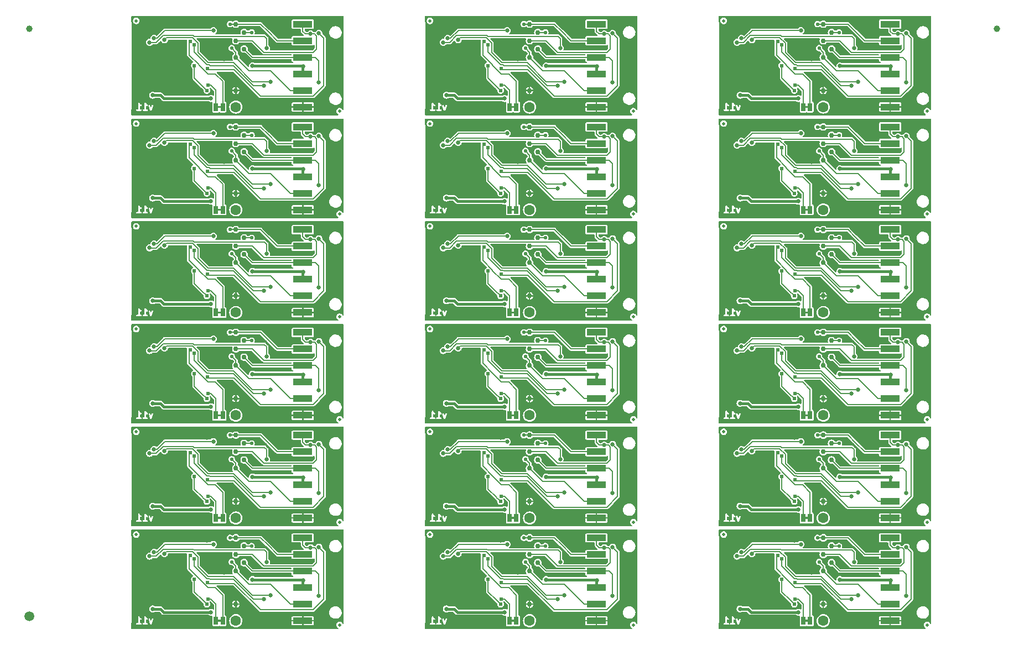
<source format=gbl>
%TF.GenerationSoftware,KiCad,Pcbnew,7.0.6*%
%TF.CreationDate,2023-11-19T12:44:13-07:00*%
%TF.ProjectId,SparkFun_BlueSMiRF-ESP32_panelized,53706172-6b46-4756-9e5f-426c7565534d,rev?*%
%TF.SameCoordinates,Original*%
%TF.FileFunction,Copper,L2,Bot*%
%TF.FilePolarity,Positive*%
%FSLAX46Y46*%
G04 Gerber Fmt 4.6, Leading zero omitted, Abs format (unit mm)*
G04 Created by KiCad (PCBNEW 7.0.6) date 2023-11-19 12:44:13*
%MOMM*%
%LPD*%
G01*
G04 APERTURE LIST*
G04 Aperture macros list*
%AMRoundRect*
0 Rectangle with rounded corners*
0 $1 Rounding radius*
0 $2 $3 $4 $5 $6 $7 $8 $9 X,Y pos of 4 corners*
0 Add a 4 corners polygon primitive as box body*
4,1,4,$2,$3,$4,$5,$6,$7,$8,$9,$2,$3,0*
0 Add four circle primitives for the rounded corners*
1,1,$1+$1,$2,$3*
1,1,$1+$1,$4,$5*
1,1,$1+$1,$6,$7*
1,1,$1+$1,$8,$9*
0 Add four rect primitives between the rounded corners*
20,1,$1+$1,$2,$3,$4,$5,0*
20,1,$1+$1,$4,$5,$6,$7,0*
20,1,$1+$1,$6,$7,$8,$9,0*
20,1,$1+$1,$8,$9,$2,$3,0*%
G04 Aperture macros list end*
%ADD10C,0.254000*%
%TA.AperFunction,ComponentPad*%
%ADD11C,1.600000*%
%TD*%
%TA.AperFunction,SMDPad,CuDef*%
%ADD12RoundRect,0.375000X0.000000X0.000000X0.000000X0.000000X0.000000X0.000000X0.000000X0.000000X0*%
%TD*%
%TA.AperFunction,SMDPad,CuDef*%
%ADD13R,0.660400X1.270000*%
%TD*%
%TA.AperFunction,SMDPad,CuDef*%
%ADD14C,1.500000*%
%TD*%
%TA.AperFunction,SMDPad,CuDef*%
%ADD15C,1.000000*%
%TD*%
%TA.AperFunction,SMDPad,CuDef*%
%ADD16C,0.500000*%
%TD*%
%TA.AperFunction,SMDPad,CuDef*%
%ADD17R,3.000000X1.000000*%
%TD*%
%TA.AperFunction,ViaPad*%
%ADD18C,0.660400*%
%TD*%
%TA.AperFunction,ViaPad*%
%ADD19C,0.560000*%
%TD*%
%TA.AperFunction,ViaPad*%
%ADD20C,0.609600*%
%TD*%
%TA.AperFunction,Conductor*%
%ADD21C,0.406400*%
%TD*%
%TA.AperFunction,Conductor*%
%ADD22C,0.152400*%
%TD*%
%TA.AperFunction,Conductor*%
%ADD23C,0.177800*%
%TD*%
G04 APERTURE END LIST*
D10*
G36*
X98998374Y32021045D02*
G01*
X96088006Y32021045D01*
X96088006Y32275114D01*
X96233149Y32275114D01*
X96262876Y32210021D01*
X96323076Y32171332D01*
X96358856Y32166188D01*
X96939428Y32166188D01*
X97008089Y32186349D01*
X97054951Y32240430D01*
X97059938Y32275114D01*
X97200768Y32275114D01*
X97230495Y32210021D01*
X97290695Y32171332D01*
X97326475Y32166188D01*
X97907047Y32166188D01*
X97975708Y32186349D01*
X98022570Y32240430D01*
X98032754Y32311262D01*
X98003027Y32376355D01*
X97942827Y32415044D01*
X97907047Y32420188D01*
X97743761Y32420188D01*
X97743761Y32960439D01*
X97753489Y32953691D01*
X97850251Y32905310D01*
X97920679Y32892636D01*
X97986780Y32920050D01*
X98016733Y32963232D01*
X98118922Y32963232D01*
X98126112Y32927806D01*
X98368017Y32250474D01*
X98384937Y32227200D01*
X98399079Y32202140D01*
X98405695Y32198647D01*
X98410096Y32192593D01*
X98436917Y32182160D01*
X98462359Y32168726D01*
X98469813Y32169364D01*
X98476788Y32166651D01*
X98504989Y32172375D01*
X98533658Y32174828D01*
X98539585Y32179396D01*
X98546919Y32180884D01*
X98567544Y32200941D01*
X98590341Y32218508D01*
X98595334Y32227965D01*
X98598221Y32230772D01*
X98599323Y32235521D01*
X98607219Y32250473D01*
X98849124Y32927806D01*
X98853231Y32999248D01*
X98818062Y33061569D01*
X98754782Y33094983D01*
X98683483Y33088881D01*
X98626800Y33045201D01*
X98609922Y33013235D01*
X98487618Y32670786D01*
X98365314Y33013236D01*
X98323235Y33071116D01*
X98256543Y33097058D01*
X98186412Y33082826D01*
X98135110Y33032937D01*
X98118922Y32963232D01*
X98016733Y32963232D01*
X98027566Y32978850D01*
X98030087Y33050365D01*
X97993545Y33111892D01*
X97963843Y33132494D01*
X97885515Y33171658D01*
X97812215Y33244959D01*
X97722431Y33379635D01*
X97695789Y33401948D01*
X97669519Y33424711D01*
X97668420Y33424869D01*
X97667570Y33425581D01*
X97633081Y33429950D01*
X97598687Y33434895D01*
X97597678Y33434435D01*
X97596578Y33434574D01*
X97565206Y33419605D01*
X97533594Y33405168D01*
X97532994Y33404235D01*
X97531993Y33403757D01*
X97513713Y33374234D01*
X97494905Y33344968D01*
X97494696Y33343521D01*
X97494322Y33342915D01*
X97494352Y33341123D01*
X97489761Y33309188D01*
X97489761Y32420188D01*
X97326475Y32420188D01*
X97257814Y32400027D01*
X97210952Y32345946D01*
X97200768Y32275114D01*
X97059938Y32275114D01*
X97065135Y32311262D01*
X97035408Y32376355D01*
X96975208Y32415044D01*
X96939428Y32420188D01*
X96776142Y32420188D01*
X96776142Y32960439D01*
X96785870Y32953691D01*
X96882632Y32905310D01*
X96953060Y32892636D01*
X97019161Y32920050D01*
X97059947Y32978850D01*
X97062468Y33050365D01*
X97025926Y33111892D01*
X96996224Y33132494D01*
X96917896Y33171658D01*
X96844596Y33244959D01*
X96754812Y33379635D01*
X96728170Y33401948D01*
X96701900Y33424711D01*
X96700801Y33424869D01*
X96699951Y33425581D01*
X96665462Y33429950D01*
X96631068Y33434895D01*
X96630059Y33434435D01*
X96628959Y33434574D01*
X96597587Y33419605D01*
X96565975Y33405168D01*
X96565375Y33404235D01*
X96564374Y33403757D01*
X96546094Y33374234D01*
X96527286Y33344968D01*
X96527077Y33343521D01*
X96526703Y33342915D01*
X96526733Y33341123D01*
X96522142Y33309188D01*
X96522142Y32420188D01*
X96358856Y32420188D01*
X96290195Y32400027D01*
X96243333Y32345946D01*
X96233149Y32275114D01*
X96088006Y32275114D01*
X96088006Y33580038D01*
X98998374Y33580038D01*
X98998374Y32021045D01*
G37*
G36*
X54048374Y32021045D02*
G01*
X51138006Y32021045D01*
X51138006Y32275114D01*
X51283149Y32275114D01*
X51312876Y32210021D01*
X51373076Y32171332D01*
X51408856Y32166188D01*
X51989428Y32166188D01*
X52058089Y32186349D01*
X52104951Y32240430D01*
X52109938Y32275114D01*
X52250768Y32275114D01*
X52280495Y32210021D01*
X52340695Y32171332D01*
X52376475Y32166188D01*
X52957047Y32166188D01*
X53025708Y32186349D01*
X53072570Y32240430D01*
X53082754Y32311262D01*
X53053027Y32376355D01*
X52992827Y32415044D01*
X52957047Y32420188D01*
X52793761Y32420188D01*
X52793761Y32960439D01*
X52803489Y32953691D01*
X52900251Y32905310D01*
X52970679Y32892636D01*
X53036780Y32920050D01*
X53066733Y32963232D01*
X53168922Y32963232D01*
X53176112Y32927806D01*
X53418017Y32250474D01*
X53434937Y32227200D01*
X53449079Y32202140D01*
X53455695Y32198647D01*
X53460096Y32192593D01*
X53486917Y32182160D01*
X53512359Y32168726D01*
X53519813Y32169364D01*
X53526788Y32166651D01*
X53554989Y32172375D01*
X53583658Y32174828D01*
X53589585Y32179396D01*
X53596919Y32180884D01*
X53617544Y32200941D01*
X53640341Y32218508D01*
X53645334Y32227965D01*
X53648221Y32230772D01*
X53649323Y32235521D01*
X53657219Y32250473D01*
X53899124Y32927806D01*
X53903231Y32999248D01*
X53868062Y33061569D01*
X53804782Y33094983D01*
X53733483Y33088881D01*
X53676800Y33045201D01*
X53659922Y33013235D01*
X53537618Y32670786D01*
X53415314Y33013236D01*
X53373235Y33071116D01*
X53306543Y33097058D01*
X53236412Y33082826D01*
X53185110Y33032937D01*
X53168922Y32963232D01*
X53066733Y32963232D01*
X53077566Y32978850D01*
X53080087Y33050365D01*
X53043545Y33111892D01*
X53013843Y33132494D01*
X52935515Y33171658D01*
X52862215Y33244959D01*
X52772431Y33379635D01*
X52745789Y33401948D01*
X52719519Y33424711D01*
X52718420Y33424869D01*
X52717570Y33425581D01*
X52683081Y33429950D01*
X52648687Y33434895D01*
X52647678Y33434435D01*
X52646578Y33434574D01*
X52615206Y33419605D01*
X52583594Y33405168D01*
X52582994Y33404235D01*
X52581993Y33403757D01*
X52563713Y33374234D01*
X52544905Y33344968D01*
X52544696Y33343521D01*
X52544322Y33342915D01*
X52544352Y33341123D01*
X52539761Y33309188D01*
X52539761Y32420188D01*
X52376475Y32420188D01*
X52307814Y32400027D01*
X52260952Y32345946D01*
X52250768Y32275114D01*
X52109938Y32275114D01*
X52115135Y32311262D01*
X52085408Y32376355D01*
X52025208Y32415044D01*
X51989428Y32420188D01*
X51826142Y32420188D01*
X51826142Y32960439D01*
X51835870Y32953691D01*
X51932632Y32905310D01*
X52003060Y32892636D01*
X52069161Y32920050D01*
X52109947Y32978850D01*
X52112468Y33050365D01*
X52075926Y33111892D01*
X52046224Y33132494D01*
X51967896Y33171658D01*
X51894596Y33244959D01*
X51804812Y33379635D01*
X51778170Y33401948D01*
X51751900Y33424711D01*
X51750801Y33424869D01*
X51749951Y33425581D01*
X51715462Y33429950D01*
X51681068Y33434895D01*
X51680059Y33434435D01*
X51678959Y33434574D01*
X51647587Y33419605D01*
X51615975Y33405168D01*
X51615375Y33404235D01*
X51614374Y33403757D01*
X51596094Y33374234D01*
X51577286Y33344968D01*
X51577077Y33343521D01*
X51576703Y33342915D01*
X51576733Y33341123D01*
X51572142Y33309188D01*
X51572142Y32420188D01*
X51408856Y32420188D01*
X51340195Y32400027D01*
X51293333Y32345946D01*
X51283149Y32275114D01*
X51138006Y32275114D01*
X51138006Y33580038D01*
X54048374Y33580038D01*
X54048374Y32021045D01*
G37*
G36*
X98998374Y63501045D02*
G01*
X96088006Y63501045D01*
X96088006Y63755114D01*
X96233149Y63755114D01*
X96262876Y63690021D01*
X96323076Y63651332D01*
X96358856Y63646188D01*
X96939428Y63646188D01*
X97008089Y63666349D01*
X97054951Y63720430D01*
X97059938Y63755114D01*
X97200768Y63755114D01*
X97230495Y63690021D01*
X97290695Y63651332D01*
X97326475Y63646188D01*
X97907047Y63646188D01*
X97975708Y63666349D01*
X98022570Y63720430D01*
X98032754Y63791262D01*
X98003027Y63856355D01*
X97942827Y63895044D01*
X97907047Y63900188D01*
X97743761Y63900188D01*
X97743761Y64440439D01*
X97753489Y64433691D01*
X97850251Y64385310D01*
X97920679Y64372636D01*
X97986780Y64400050D01*
X98016733Y64443232D01*
X98118922Y64443232D01*
X98126112Y64407806D01*
X98368017Y63730474D01*
X98384937Y63707200D01*
X98399079Y63682140D01*
X98405695Y63678647D01*
X98410096Y63672593D01*
X98436917Y63662160D01*
X98462359Y63648726D01*
X98469813Y63649364D01*
X98476788Y63646651D01*
X98504989Y63652375D01*
X98533658Y63654828D01*
X98539585Y63659396D01*
X98546919Y63660884D01*
X98567544Y63680941D01*
X98590341Y63698508D01*
X98595334Y63707965D01*
X98598221Y63710772D01*
X98599323Y63715521D01*
X98607219Y63730473D01*
X98849124Y64407806D01*
X98853231Y64479248D01*
X98818062Y64541569D01*
X98754782Y64574983D01*
X98683483Y64568881D01*
X98626800Y64525201D01*
X98609922Y64493235D01*
X98487618Y64150786D01*
X98365314Y64493236D01*
X98323235Y64551116D01*
X98256543Y64577058D01*
X98186412Y64562826D01*
X98135110Y64512937D01*
X98118922Y64443232D01*
X98016733Y64443232D01*
X98027566Y64458850D01*
X98030087Y64530365D01*
X97993545Y64591892D01*
X97963843Y64612494D01*
X97885515Y64651658D01*
X97812215Y64724959D01*
X97722431Y64859635D01*
X97695789Y64881948D01*
X97669519Y64904711D01*
X97668420Y64904869D01*
X97667570Y64905581D01*
X97633081Y64909950D01*
X97598687Y64914895D01*
X97597678Y64914435D01*
X97596578Y64914574D01*
X97565206Y64899605D01*
X97533594Y64885168D01*
X97532994Y64884235D01*
X97531993Y64883757D01*
X97513713Y64854234D01*
X97494905Y64824968D01*
X97494696Y64823521D01*
X97494322Y64822915D01*
X97494352Y64821123D01*
X97489761Y64789188D01*
X97489761Y63900188D01*
X97326475Y63900188D01*
X97257814Y63880027D01*
X97210952Y63825946D01*
X97200768Y63755114D01*
X97059938Y63755114D01*
X97065135Y63791262D01*
X97035408Y63856355D01*
X96975208Y63895044D01*
X96939428Y63900188D01*
X96776142Y63900188D01*
X96776142Y64440439D01*
X96785870Y64433691D01*
X96882632Y64385310D01*
X96953060Y64372636D01*
X97019161Y64400050D01*
X97059947Y64458850D01*
X97062468Y64530365D01*
X97025926Y64591892D01*
X96996224Y64612494D01*
X96917896Y64651658D01*
X96844596Y64724959D01*
X96754812Y64859635D01*
X96728170Y64881948D01*
X96701900Y64904711D01*
X96700801Y64904869D01*
X96699951Y64905581D01*
X96665462Y64909950D01*
X96631068Y64914895D01*
X96630059Y64914435D01*
X96628959Y64914574D01*
X96597587Y64899605D01*
X96565975Y64885168D01*
X96565375Y64884235D01*
X96564374Y64883757D01*
X96546094Y64854234D01*
X96527286Y64824968D01*
X96527077Y64823521D01*
X96526703Y64822915D01*
X96526733Y64821123D01*
X96522142Y64789188D01*
X96522142Y63900188D01*
X96358856Y63900188D01*
X96290195Y63880027D01*
X96243333Y63825946D01*
X96233149Y63755114D01*
X96088006Y63755114D01*
X96088006Y65060038D01*
X98998374Y65060038D01*
X98998374Y63501045D01*
G37*
G36*
X9098374Y16281045D02*
G01*
X6188006Y16281045D01*
X6188006Y16535114D01*
X6333149Y16535114D01*
X6362876Y16470021D01*
X6423076Y16431332D01*
X6458856Y16426188D01*
X7039428Y16426188D01*
X7108089Y16446349D01*
X7154951Y16500430D01*
X7159938Y16535114D01*
X7300768Y16535114D01*
X7330495Y16470021D01*
X7390695Y16431332D01*
X7426475Y16426188D01*
X8007047Y16426188D01*
X8075708Y16446349D01*
X8122570Y16500430D01*
X8132754Y16571262D01*
X8103027Y16636355D01*
X8042827Y16675044D01*
X8007047Y16680188D01*
X7843761Y16680188D01*
X7843761Y17220439D01*
X7853489Y17213691D01*
X7950251Y17165310D01*
X8020679Y17152636D01*
X8086780Y17180050D01*
X8116733Y17223232D01*
X8218922Y17223232D01*
X8226112Y17187806D01*
X8468017Y16510474D01*
X8484937Y16487200D01*
X8499079Y16462140D01*
X8505695Y16458647D01*
X8510096Y16452593D01*
X8536917Y16442160D01*
X8562359Y16428726D01*
X8569813Y16429364D01*
X8576788Y16426651D01*
X8604989Y16432375D01*
X8633658Y16434828D01*
X8639585Y16439396D01*
X8646919Y16440884D01*
X8667544Y16460941D01*
X8690341Y16478508D01*
X8695334Y16487965D01*
X8698221Y16490772D01*
X8699323Y16495521D01*
X8707219Y16510473D01*
X8949124Y17187806D01*
X8953231Y17259248D01*
X8918062Y17321569D01*
X8854782Y17354983D01*
X8783483Y17348881D01*
X8726800Y17305201D01*
X8709922Y17273235D01*
X8587618Y16930786D01*
X8465314Y17273236D01*
X8423235Y17331116D01*
X8356543Y17357058D01*
X8286412Y17342826D01*
X8235110Y17292937D01*
X8218922Y17223232D01*
X8116733Y17223232D01*
X8127566Y17238850D01*
X8130087Y17310365D01*
X8093545Y17371892D01*
X8063843Y17392494D01*
X7985515Y17431658D01*
X7912215Y17504959D01*
X7822431Y17639635D01*
X7795789Y17661948D01*
X7769519Y17684711D01*
X7768420Y17684869D01*
X7767570Y17685581D01*
X7733081Y17689950D01*
X7698687Y17694895D01*
X7697678Y17694435D01*
X7696578Y17694574D01*
X7665206Y17679605D01*
X7633594Y17665168D01*
X7632994Y17664235D01*
X7631993Y17663757D01*
X7613713Y17634234D01*
X7594905Y17604968D01*
X7594696Y17603521D01*
X7594322Y17602915D01*
X7594352Y17601123D01*
X7589761Y17569188D01*
X7589761Y16680188D01*
X7426475Y16680188D01*
X7357814Y16660027D01*
X7310952Y16605946D01*
X7300768Y16535114D01*
X7159938Y16535114D01*
X7165135Y16571262D01*
X7135408Y16636355D01*
X7075208Y16675044D01*
X7039428Y16680188D01*
X6876142Y16680188D01*
X6876142Y17220439D01*
X6885870Y17213691D01*
X6982632Y17165310D01*
X7053060Y17152636D01*
X7119161Y17180050D01*
X7159947Y17238850D01*
X7162468Y17310365D01*
X7125926Y17371892D01*
X7096224Y17392494D01*
X7017896Y17431658D01*
X6944596Y17504959D01*
X6854812Y17639635D01*
X6828170Y17661948D01*
X6801900Y17684711D01*
X6800801Y17684869D01*
X6799951Y17685581D01*
X6765462Y17689950D01*
X6731068Y17694895D01*
X6730059Y17694435D01*
X6728959Y17694574D01*
X6697587Y17679605D01*
X6665975Y17665168D01*
X6665375Y17664235D01*
X6664374Y17663757D01*
X6646094Y17634234D01*
X6627286Y17604968D01*
X6627077Y17603521D01*
X6626703Y17602915D01*
X6626733Y17601123D01*
X6622142Y17569188D01*
X6622142Y16680188D01*
X6458856Y16680188D01*
X6390195Y16660027D01*
X6343333Y16605946D01*
X6333149Y16535114D01*
X6188006Y16535114D01*
X6188006Y17840038D01*
X9098374Y17840038D01*
X9098374Y16281045D01*
G37*
G36*
X9098374Y63501045D02*
G01*
X6188006Y63501045D01*
X6188006Y63755114D01*
X6333149Y63755114D01*
X6362876Y63690021D01*
X6423076Y63651332D01*
X6458856Y63646188D01*
X7039428Y63646188D01*
X7108089Y63666349D01*
X7154951Y63720430D01*
X7159938Y63755114D01*
X7300768Y63755114D01*
X7330495Y63690021D01*
X7390695Y63651332D01*
X7426475Y63646188D01*
X8007047Y63646188D01*
X8075708Y63666349D01*
X8122570Y63720430D01*
X8132754Y63791262D01*
X8103027Y63856355D01*
X8042827Y63895044D01*
X8007047Y63900188D01*
X7843761Y63900188D01*
X7843761Y64440439D01*
X7853489Y64433691D01*
X7950251Y64385310D01*
X8020679Y64372636D01*
X8086780Y64400050D01*
X8116733Y64443232D01*
X8218922Y64443232D01*
X8226112Y64407806D01*
X8468017Y63730474D01*
X8484937Y63707200D01*
X8499079Y63682140D01*
X8505695Y63678647D01*
X8510096Y63672593D01*
X8536917Y63662160D01*
X8562359Y63648726D01*
X8569813Y63649364D01*
X8576788Y63646651D01*
X8604989Y63652375D01*
X8633658Y63654828D01*
X8639585Y63659396D01*
X8646919Y63660884D01*
X8667544Y63680941D01*
X8690341Y63698508D01*
X8695334Y63707965D01*
X8698221Y63710772D01*
X8699323Y63715521D01*
X8707219Y63730473D01*
X8949124Y64407806D01*
X8953231Y64479248D01*
X8918062Y64541569D01*
X8854782Y64574983D01*
X8783483Y64568881D01*
X8726800Y64525201D01*
X8709922Y64493235D01*
X8587618Y64150786D01*
X8465314Y64493236D01*
X8423235Y64551116D01*
X8356543Y64577058D01*
X8286412Y64562826D01*
X8235110Y64512937D01*
X8218922Y64443232D01*
X8116733Y64443232D01*
X8127566Y64458850D01*
X8130087Y64530365D01*
X8093545Y64591892D01*
X8063843Y64612494D01*
X7985515Y64651658D01*
X7912215Y64724959D01*
X7822431Y64859635D01*
X7795789Y64881948D01*
X7769519Y64904711D01*
X7768420Y64904869D01*
X7767570Y64905581D01*
X7733081Y64909950D01*
X7698687Y64914895D01*
X7697678Y64914435D01*
X7696578Y64914574D01*
X7665206Y64899605D01*
X7633594Y64885168D01*
X7632994Y64884235D01*
X7631993Y64883757D01*
X7613713Y64854234D01*
X7594905Y64824968D01*
X7594696Y64823521D01*
X7594322Y64822915D01*
X7594352Y64821123D01*
X7589761Y64789188D01*
X7589761Y63900188D01*
X7426475Y63900188D01*
X7357814Y63880027D01*
X7310952Y63825946D01*
X7300768Y63755114D01*
X7159938Y63755114D01*
X7165135Y63791262D01*
X7135408Y63856355D01*
X7075208Y63895044D01*
X7039428Y63900188D01*
X6876142Y63900188D01*
X6876142Y64440439D01*
X6885870Y64433691D01*
X6982632Y64385310D01*
X7053060Y64372636D01*
X7119161Y64400050D01*
X7159947Y64458850D01*
X7162468Y64530365D01*
X7125926Y64591892D01*
X7096224Y64612494D01*
X7017896Y64651658D01*
X6944596Y64724959D01*
X6854812Y64859635D01*
X6828170Y64881948D01*
X6801900Y64904711D01*
X6800801Y64904869D01*
X6799951Y64905581D01*
X6765462Y64909950D01*
X6731068Y64914895D01*
X6730059Y64914435D01*
X6728959Y64914574D01*
X6697587Y64899605D01*
X6665975Y64885168D01*
X6665375Y64884235D01*
X6664374Y64883757D01*
X6646094Y64854234D01*
X6627286Y64824968D01*
X6627077Y64823521D01*
X6626703Y64822915D01*
X6626733Y64821123D01*
X6622142Y64789188D01*
X6622142Y63900188D01*
X6458856Y63900188D01*
X6390195Y63880027D01*
X6343333Y63825946D01*
X6333149Y63755114D01*
X6188006Y63755114D01*
X6188006Y65060038D01*
X9098374Y65060038D01*
X9098374Y63501045D01*
G37*
G36*
X54048374Y63501045D02*
G01*
X51138006Y63501045D01*
X51138006Y63755114D01*
X51283149Y63755114D01*
X51312876Y63690021D01*
X51373076Y63651332D01*
X51408856Y63646188D01*
X51989428Y63646188D01*
X52058089Y63666349D01*
X52104951Y63720430D01*
X52109938Y63755114D01*
X52250768Y63755114D01*
X52280495Y63690021D01*
X52340695Y63651332D01*
X52376475Y63646188D01*
X52957047Y63646188D01*
X53025708Y63666349D01*
X53072570Y63720430D01*
X53082754Y63791262D01*
X53053027Y63856355D01*
X52992827Y63895044D01*
X52957047Y63900188D01*
X52793761Y63900188D01*
X52793761Y64440439D01*
X52803489Y64433691D01*
X52900251Y64385310D01*
X52970679Y64372636D01*
X53036780Y64400050D01*
X53066733Y64443232D01*
X53168922Y64443232D01*
X53176112Y64407806D01*
X53418017Y63730474D01*
X53434937Y63707200D01*
X53449079Y63682140D01*
X53455695Y63678647D01*
X53460096Y63672593D01*
X53486917Y63662160D01*
X53512359Y63648726D01*
X53519813Y63649364D01*
X53526788Y63646651D01*
X53554989Y63652375D01*
X53583658Y63654828D01*
X53589585Y63659396D01*
X53596919Y63660884D01*
X53617544Y63680941D01*
X53640341Y63698508D01*
X53645334Y63707965D01*
X53648221Y63710772D01*
X53649323Y63715521D01*
X53657219Y63730473D01*
X53899124Y64407806D01*
X53903231Y64479248D01*
X53868062Y64541569D01*
X53804782Y64574983D01*
X53733483Y64568881D01*
X53676800Y64525201D01*
X53659922Y64493235D01*
X53537618Y64150786D01*
X53415314Y64493236D01*
X53373235Y64551116D01*
X53306543Y64577058D01*
X53236412Y64562826D01*
X53185110Y64512937D01*
X53168922Y64443232D01*
X53066733Y64443232D01*
X53077566Y64458850D01*
X53080087Y64530365D01*
X53043545Y64591892D01*
X53013843Y64612494D01*
X52935515Y64651658D01*
X52862215Y64724959D01*
X52772431Y64859635D01*
X52745789Y64881948D01*
X52719519Y64904711D01*
X52718420Y64904869D01*
X52717570Y64905581D01*
X52683081Y64909950D01*
X52648687Y64914895D01*
X52647678Y64914435D01*
X52646578Y64914574D01*
X52615206Y64899605D01*
X52583594Y64885168D01*
X52582994Y64884235D01*
X52581993Y64883757D01*
X52563713Y64854234D01*
X52544905Y64824968D01*
X52544696Y64823521D01*
X52544322Y64822915D01*
X52544352Y64821123D01*
X52539761Y64789188D01*
X52539761Y63900188D01*
X52376475Y63900188D01*
X52307814Y63880027D01*
X52260952Y63825946D01*
X52250768Y63755114D01*
X52109938Y63755114D01*
X52115135Y63791262D01*
X52085408Y63856355D01*
X52025208Y63895044D01*
X51989428Y63900188D01*
X51826142Y63900188D01*
X51826142Y64440439D01*
X51835870Y64433691D01*
X51932632Y64385310D01*
X52003060Y64372636D01*
X52069161Y64400050D01*
X52109947Y64458850D01*
X52112468Y64530365D01*
X52075926Y64591892D01*
X52046224Y64612494D01*
X51967896Y64651658D01*
X51894596Y64724959D01*
X51804812Y64859635D01*
X51778170Y64881948D01*
X51751900Y64904711D01*
X51750801Y64904869D01*
X51749951Y64905581D01*
X51715462Y64909950D01*
X51681068Y64914895D01*
X51680059Y64914435D01*
X51678959Y64914574D01*
X51647587Y64899605D01*
X51615975Y64885168D01*
X51615375Y64884235D01*
X51614374Y64883757D01*
X51596094Y64854234D01*
X51577286Y64824968D01*
X51577077Y64823521D01*
X51576703Y64822915D01*
X51576733Y64821123D01*
X51572142Y64789188D01*
X51572142Y63900188D01*
X51408856Y63900188D01*
X51340195Y63880027D01*
X51293333Y63825946D01*
X51283149Y63755114D01*
X51138006Y63755114D01*
X51138006Y65060038D01*
X54048374Y65060038D01*
X54048374Y63501045D01*
G37*
G36*
X54048374Y47761045D02*
G01*
X51138006Y47761045D01*
X51138006Y48015114D01*
X51283149Y48015114D01*
X51312876Y47950021D01*
X51373076Y47911332D01*
X51408856Y47906188D01*
X51989428Y47906188D01*
X52058089Y47926349D01*
X52104951Y47980430D01*
X52109938Y48015114D01*
X52250768Y48015114D01*
X52280495Y47950021D01*
X52340695Y47911332D01*
X52376475Y47906188D01*
X52957047Y47906188D01*
X53025708Y47926349D01*
X53072570Y47980430D01*
X53082754Y48051262D01*
X53053027Y48116355D01*
X52992827Y48155044D01*
X52957047Y48160188D01*
X52793761Y48160188D01*
X52793761Y48700439D01*
X52803489Y48693691D01*
X52900251Y48645310D01*
X52970679Y48632636D01*
X53036780Y48660050D01*
X53066733Y48703232D01*
X53168922Y48703232D01*
X53176112Y48667806D01*
X53418017Y47990474D01*
X53434937Y47967200D01*
X53449079Y47942140D01*
X53455695Y47938647D01*
X53460096Y47932593D01*
X53486917Y47922160D01*
X53512359Y47908726D01*
X53519813Y47909364D01*
X53526788Y47906651D01*
X53554989Y47912375D01*
X53583658Y47914828D01*
X53589585Y47919396D01*
X53596919Y47920884D01*
X53617544Y47940941D01*
X53640341Y47958508D01*
X53645334Y47967965D01*
X53648221Y47970772D01*
X53649323Y47975521D01*
X53657219Y47990473D01*
X53899124Y48667806D01*
X53903231Y48739248D01*
X53868062Y48801569D01*
X53804782Y48834983D01*
X53733483Y48828881D01*
X53676800Y48785201D01*
X53659922Y48753235D01*
X53537618Y48410786D01*
X53415314Y48753236D01*
X53373235Y48811116D01*
X53306543Y48837058D01*
X53236412Y48822826D01*
X53185110Y48772937D01*
X53168922Y48703232D01*
X53066733Y48703232D01*
X53077566Y48718850D01*
X53080087Y48790365D01*
X53043545Y48851892D01*
X53013843Y48872494D01*
X52935515Y48911658D01*
X52862215Y48984959D01*
X52772431Y49119635D01*
X52745789Y49141948D01*
X52719519Y49164711D01*
X52718420Y49164869D01*
X52717570Y49165581D01*
X52683081Y49169950D01*
X52648687Y49174895D01*
X52647678Y49174435D01*
X52646578Y49174574D01*
X52615206Y49159605D01*
X52583594Y49145168D01*
X52582994Y49144235D01*
X52581993Y49143757D01*
X52563713Y49114234D01*
X52544905Y49084968D01*
X52544696Y49083521D01*
X52544322Y49082915D01*
X52544352Y49081123D01*
X52539761Y49049188D01*
X52539761Y48160188D01*
X52376475Y48160188D01*
X52307814Y48140027D01*
X52260952Y48085946D01*
X52250768Y48015114D01*
X52109938Y48015114D01*
X52115135Y48051262D01*
X52085408Y48116355D01*
X52025208Y48155044D01*
X51989428Y48160188D01*
X51826142Y48160188D01*
X51826142Y48700439D01*
X51835870Y48693691D01*
X51932632Y48645310D01*
X52003060Y48632636D01*
X52069161Y48660050D01*
X52109947Y48718850D01*
X52112468Y48790365D01*
X52075926Y48851892D01*
X52046224Y48872494D01*
X51967896Y48911658D01*
X51894596Y48984959D01*
X51804812Y49119635D01*
X51778170Y49141948D01*
X51751900Y49164711D01*
X51750801Y49164869D01*
X51749951Y49165581D01*
X51715462Y49169950D01*
X51681068Y49174895D01*
X51680059Y49174435D01*
X51678959Y49174574D01*
X51647587Y49159605D01*
X51615975Y49145168D01*
X51615375Y49144235D01*
X51614374Y49143757D01*
X51596094Y49114234D01*
X51577286Y49084968D01*
X51577077Y49083521D01*
X51576703Y49082915D01*
X51576733Y49081123D01*
X51572142Y49049188D01*
X51572142Y48160188D01*
X51408856Y48160188D01*
X51340195Y48140027D01*
X51293333Y48085946D01*
X51283149Y48015114D01*
X51138006Y48015114D01*
X51138006Y49320038D01*
X54048374Y49320038D01*
X54048374Y47761045D01*
G37*
G36*
X54048374Y16281045D02*
G01*
X51138006Y16281045D01*
X51138006Y16535114D01*
X51283149Y16535114D01*
X51312876Y16470021D01*
X51373076Y16431332D01*
X51408856Y16426188D01*
X51989428Y16426188D01*
X52058089Y16446349D01*
X52104951Y16500430D01*
X52109938Y16535114D01*
X52250768Y16535114D01*
X52280495Y16470021D01*
X52340695Y16431332D01*
X52376475Y16426188D01*
X52957047Y16426188D01*
X53025708Y16446349D01*
X53072570Y16500430D01*
X53082754Y16571262D01*
X53053027Y16636355D01*
X52992827Y16675044D01*
X52957047Y16680188D01*
X52793761Y16680188D01*
X52793761Y17220439D01*
X52803489Y17213691D01*
X52900251Y17165310D01*
X52970679Y17152636D01*
X53036780Y17180050D01*
X53066733Y17223232D01*
X53168922Y17223232D01*
X53176112Y17187806D01*
X53418017Y16510474D01*
X53434937Y16487200D01*
X53449079Y16462140D01*
X53455695Y16458647D01*
X53460096Y16452593D01*
X53486917Y16442160D01*
X53512359Y16428726D01*
X53519813Y16429364D01*
X53526788Y16426651D01*
X53554989Y16432375D01*
X53583658Y16434828D01*
X53589585Y16439396D01*
X53596919Y16440884D01*
X53617544Y16460941D01*
X53640341Y16478508D01*
X53645334Y16487965D01*
X53648221Y16490772D01*
X53649323Y16495521D01*
X53657219Y16510473D01*
X53899124Y17187806D01*
X53903231Y17259248D01*
X53868062Y17321569D01*
X53804782Y17354983D01*
X53733483Y17348881D01*
X53676800Y17305201D01*
X53659922Y17273235D01*
X53537618Y16930786D01*
X53415314Y17273236D01*
X53373235Y17331116D01*
X53306543Y17357058D01*
X53236412Y17342826D01*
X53185110Y17292937D01*
X53168922Y17223232D01*
X53066733Y17223232D01*
X53077566Y17238850D01*
X53080087Y17310365D01*
X53043545Y17371892D01*
X53013843Y17392494D01*
X52935515Y17431658D01*
X52862215Y17504959D01*
X52772431Y17639635D01*
X52745789Y17661948D01*
X52719519Y17684711D01*
X52718420Y17684869D01*
X52717570Y17685581D01*
X52683081Y17689950D01*
X52648687Y17694895D01*
X52647678Y17694435D01*
X52646578Y17694574D01*
X52615206Y17679605D01*
X52583594Y17665168D01*
X52582994Y17664235D01*
X52581993Y17663757D01*
X52563713Y17634234D01*
X52544905Y17604968D01*
X52544696Y17603521D01*
X52544322Y17602915D01*
X52544352Y17601123D01*
X52539761Y17569188D01*
X52539761Y16680188D01*
X52376475Y16680188D01*
X52307814Y16660027D01*
X52260952Y16605946D01*
X52250768Y16535114D01*
X52109938Y16535114D01*
X52115135Y16571262D01*
X52085408Y16636355D01*
X52025208Y16675044D01*
X51989428Y16680188D01*
X51826142Y16680188D01*
X51826142Y17220439D01*
X51835870Y17213691D01*
X51932632Y17165310D01*
X52003060Y17152636D01*
X52069161Y17180050D01*
X52109947Y17238850D01*
X52112468Y17310365D01*
X52075926Y17371892D01*
X52046224Y17392494D01*
X51967896Y17431658D01*
X51894596Y17504959D01*
X51804812Y17639635D01*
X51778170Y17661948D01*
X51751900Y17684711D01*
X51750801Y17684869D01*
X51749951Y17685581D01*
X51715462Y17689950D01*
X51681068Y17694895D01*
X51680059Y17694435D01*
X51678959Y17694574D01*
X51647587Y17679605D01*
X51615975Y17665168D01*
X51615375Y17664235D01*
X51614374Y17663757D01*
X51596094Y17634234D01*
X51577286Y17604968D01*
X51577077Y17603521D01*
X51576703Y17602915D01*
X51576733Y17601123D01*
X51572142Y17569188D01*
X51572142Y16680188D01*
X51408856Y16680188D01*
X51340195Y16660027D01*
X51293333Y16605946D01*
X51283149Y16535114D01*
X51138006Y16535114D01*
X51138006Y17840038D01*
X54048374Y17840038D01*
X54048374Y16281045D01*
G37*
G36*
X98998374Y47761045D02*
G01*
X96088006Y47761045D01*
X96088006Y48015114D01*
X96233149Y48015114D01*
X96262876Y47950021D01*
X96323076Y47911332D01*
X96358856Y47906188D01*
X96939428Y47906188D01*
X97008089Y47926349D01*
X97054951Y47980430D01*
X97059938Y48015114D01*
X97200768Y48015114D01*
X97230495Y47950021D01*
X97290695Y47911332D01*
X97326475Y47906188D01*
X97907047Y47906188D01*
X97975708Y47926349D01*
X98022570Y47980430D01*
X98032754Y48051262D01*
X98003027Y48116355D01*
X97942827Y48155044D01*
X97907047Y48160188D01*
X97743761Y48160188D01*
X97743761Y48700439D01*
X97753489Y48693691D01*
X97850251Y48645310D01*
X97920679Y48632636D01*
X97986780Y48660050D01*
X98016733Y48703232D01*
X98118922Y48703232D01*
X98126112Y48667806D01*
X98368017Y47990474D01*
X98384937Y47967200D01*
X98399079Y47942140D01*
X98405695Y47938647D01*
X98410096Y47932593D01*
X98436917Y47922160D01*
X98462359Y47908726D01*
X98469813Y47909364D01*
X98476788Y47906651D01*
X98504989Y47912375D01*
X98533658Y47914828D01*
X98539585Y47919396D01*
X98546919Y47920884D01*
X98567544Y47940941D01*
X98590341Y47958508D01*
X98595334Y47967965D01*
X98598221Y47970772D01*
X98599323Y47975521D01*
X98607219Y47990473D01*
X98849124Y48667806D01*
X98853231Y48739248D01*
X98818062Y48801569D01*
X98754782Y48834983D01*
X98683483Y48828881D01*
X98626800Y48785201D01*
X98609922Y48753235D01*
X98487618Y48410786D01*
X98365314Y48753236D01*
X98323235Y48811116D01*
X98256543Y48837058D01*
X98186412Y48822826D01*
X98135110Y48772937D01*
X98118922Y48703232D01*
X98016733Y48703232D01*
X98027566Y48718850D01*
X98030087Y48790365D01*
X97993545Y48851892D01*
X97963843Y48872494D01*
X97885515Y48911658D01*
X97812215Y48984959D01*
X97722431Y49119635D01*
X97695789Y49141948D01*
X97669519Y49164711D01*
X97668420Y49164869D01*
X97667570Y49165581D01*
X97633081Y49169950D01*
X97598687Y49174895D01*
X97597678Y49174435D01*
X97596578Y49174574D01*
X97565206Y49159605D01*
X97533594Y49145168D01*
X97532994Y49144235D01*
X97531993Y49143757D01*
X97513713Y49114234D01*
X97494905Y49084968D01*
X97494696Y49083521D01*
X97494322Y49082915D01*
X97494352Y49081123D01*
X97489761Y49049188D01*
X97489761Y48160188D01*
X97326475Y48160188D01*
X97257814Y48140027D01*
X97210952Y48085946D01*
X97200768Y48015114D01*
X97059938Y48015114D01*
X97065135Y48051262D01*
X97035408Y48116355D01*
X96975208Y48155044D01*
X96939428Y48160188D01*
X96776142Y48160188D01*
X96776142Y48700439D01*
X96785870Y48693691D01*
X96882632Y48645310D01*
X96953060Y48632636D01*
X97019161Y48660050D01*
X97059947Y48718850D01*
X97062468Y48790365D01*
X97025926Y48851892D01*
X96996224Y48872494D01*
X96917896Y48911658D01*
X96844596Y48984959D01*
X96754812Y49119635D01*
X96728170Y49141948D01*
X96701900Y49164711D01*
X96700801Y49164869D01*
X96699951Y49165581D01*
X96665462Y49169950D01*
X96631068Y49174895D01*
X96630059Y49174435D01*
X96628959Y49174574D01*
X96597587Y49159605D01*
X96565975Y49145168D01*
X96565375Y49144235D01*
X96564374Y49143757D01*
X96546094Y49114234D01*
X96527286Y49084968D01*
X96527077Y49083521D01*
X96526703Y49082915D01*
X96526733Y49081123D01*
X96522142Y49049188D01*
X96522142Y48160188D01*
X96358856Y48160188D01*
X96290195Y48140027D01*
X96243333Y48085946D01*
X96233149Y48015114D01*
X96088006Y48015114D01*
X96088006Y49320038D01*
X98998374Y49320038D01*
X98998374Y47761045D01*
G37*
G36*
X9098374Y79241045D02*
G01*
X6188006Y79241045D01*
X6188006Y79495114D01*
X6333149Y79495114D01*
X6362876Y79430021D01*
X6423076Y79391332D01*
X6458856Y79386188D01*
X7039428Y79386188D01*
X7108089Y79406349D01*
X7154951Y79460430D01*
X7159938Y79495114D01*
X7300768Y79495114D01*
X7330495Y79430021D01*
X7390695Y79391332D01*
X7426475Y79386188D01*
X8007047Y79386188D01*
X8075708Y79406349D01*
X8122570Y79460430D01*
X8132754Y79531262D01*
X8103027Y79596355D01*
X8042827Y79635044D01*
X8007047Y79640188D01*
X7843761Y79640188D01*
X7843761Y80180439D01*
X7853489Y80173691D01*
X7950251Y80125310D01*
X8020679Y80112636D01*
X8086780Y80140050D01*
X8116733Y80183232D01*
X8218922Y80183232D01*
X8226112Y80147806D01*
X8468017Y79470474D01*
X8484937Y79447200D01*
X8499079Y79422140D01*
X8505695Y79418647D01*
X8510096Y79412593D01*
X8536917Y79402160D01*
X8562359Y79388726D01*
X8569813Y79389364D01*
X8576788Y79386651D01*
X8604989Y79392375D01*
X8633658Y79394828D01*
X8639585Y79399396D01*
X8646919Y79400884D01*
X8667544Y79420941D01*
X8690341Y79438508D01*
X8695334Y79447965D01*
X8698221Y79450772D01*
X8699323Y79455521D01*
X8707219Y79470473D01*
X8949124Y80147806D01*
X8953231Y80219248D01*
X8918062Y80281569D01*
X8854782Y80314983D01*
X8783483Y80308881D01*
X8726800Y80265201D01*
X8709922Y80233235D01*
X8587618Y79890786D01*
X8465314Y80233236D01*
X8423235Y80291116D01*
X8356543Y80317058D01*
X8286412Y80302826D01*
X8235110Y80252937D01*
X8218922Y80183232D01*
X8116733Y80183232D01*
X8127566Y80198850D01*
X8130087Y80270365D01*
X8093545Y80331892D01*
X8063843Y80352494D01*
X7985515Y80391658D01*
X7912215Y80464959D01*
X7822431Y80599635D01*
X7795789Y80621948D01*
X7769519Y80644711D01*
X7768420Y80644869D01*
X7767570Y80645581D01*
X7733081Y80649950D01*
X7698687Y80654895D01*
X7697678Y80654435D01*
X7696578Y80654574D01*
X7665206Y80639605D01*
X7633594Y80625168D01*
X7632994Y80624235D01*
X7631993Y80623757D01*
X7613713Y80594234D01*
X7594905Y80564968D01*
X7594696Y80563521D01*
X7594322Y80562915D01*
X7594352Y80561123D01*
X7589761Y80529188D01*
X7589761Y79640188D01*
X7426475Y79640188D01*
X7357814Y79620027D01*
X7310952Y79565946D01*
X7300768Y79495114D01*
X7159938Y79495114D01*
X7165135Y79531262D01*
X7135408Y79596355D01*
X7075208Y79635044D01*
X7039428Y79640188D01*
X6876142Y79640188D01*
X6876142Y80180439D01*
X6885870Y80173691D01*
X6982632Y80125310D01*
X7053060Y80112636D01*
X7119161Y80140050D01*
X7159947Y80198850D01*
X7162468Y80270365D01*
X7125926Y80331892D01*
X7096224Y80352494D01*
X7017896Y80391658D01*
X6944596Y80464959D01*
X6854812Y80599635D01*
X6828170Y80621948D01*
X6801900Y80644711D01*
X6800801Y80644869D01*
X6799951Y80645581D01*
X6765462Y80649950D01*
X6731068Y80654895D01*
X6730059Y80654435D01*
X6728959Y80654574D01*
X6697587Y80639605D01*
X6665975Y80625168D01*
X6665375Y80624235D01*
X6664374Y80623757D01*
X6646094Y80594234D01*
X6627286Y80564968D01*
X6627077Y80563521D01*
X6626703Y80562915D01*
X6626733Y80561123D01*
X6622142Y80529188D01*
X6622142Y79640188D01*
X6458856Y79640188D01*
X6390195Y79620027D01*
X6343333Y79565946D01*
X6333149Y79495114D01*
X6188006Y79495114D01*
X6188006Y80800038D01*
X9098374Y80800038D01*
X9098374Y79241045D01*
G37*
G36*
X9098374Y541045D02*
G01*
X6188006Y541045D01*
X6188006Y795114D01*
X6333149Y795114D01*
X6362876Y730021D01*
X6423076Y691332D01*
X6458856Y686188D01*
X7039428Y686188D01*
X7108089Y706349D01*
X7154951Y760430D01*
X7159938Y795114D01*
X7300768Y795114D01*
X7330495Y730021D01*
X7390695Y691332D01*
X7426475Y686188D01*
X8007047Y686188D01*
X8075708Y706349D01*
X8122570Y760430D01*
X8132754Y831262D01*
X8103027Y896355D01*
X8042827Y935044D01*
X8007047Y940188D01*
X7843761Y940188D01*
X7843761Y1480439D01*
X7853489Y1473691D01*
X7950251Y1425310D01*
X8020679Y1412636D01*
X8086780Y1440050D01*
X8116733Y1483232D01*
X8218922Y1483232D01*
X8226112Y1447806D01*
X8468017Y770474D01*
X8484937Y747200D01*
X8499079Y722140D01*
X8505695Y718647D01*
X8510096Y712593D01*
X8536917Y702160D01*
X8562359Y688726D01*
X8569813Y689364D01*
X8576788Y686651D01*
X8604989Y692375D01*
X8633658Y694828D01*
X8639585Y699396D01*
X8646919Y700884D01*
X8667544Y720941D01*
X8690341Y738508D01*
X8695334Y747965D01*
X8698221Y750772D01*
X8699323Y755521D01*
X8707219Y770473D01*
X8949124Y1447806D01*
X8953231Y1519248D01*
X8918062Y1581569D01*
X8854782Y1614983D01*
X8783483Y1608881D01*
X8726800Y1565201D01*
X8709922Y1533235D01*
X8587618Y1190786D01*
X8465314Y1533236D01*
X8423235Y1591116D01*
X8356543Y1617058D01*
X8286412Y1602826D01*
X8235110Y1552937D01*
X8218922Y1483232D01*
X8116733Y1483232D01*
X8127566Y1498850D01*
X8130087Y1570365D01*
X8093545Y1631892D01*
X8063843Y1652494D01*
X7985515Y1691658D01*
X7912215Y1764959D01*
X7822431Y1899635D01*
X7795789Y1921948D01*
X7769519Y1944711D01*
X7768420Y1944869D01*
X7767570Y1945581D01*
X7733081Y1949950D01*
X7698687Y1954895D01*
X7697678Y1954435D01*
X7696578Y1954574D01*
X7665206Y1939605D01*
X7633594Y1925168D01*
X7632994Y1924235D01*
X7631993Y1923757D01*
X7613713Y1894234D01*
X7594905Y1864968D01*
X7594696Y1863521D01*
X7594322Y1862915D01*
X7594352Y1861123D01*
X7589761Y1829188D01*
X7589761Y940188D01*
X7426475Y940188D01*
X7357814Y920027D01*
X7310952Y865946D01*
X7300768Y795114D01*
X7159938Y795114D01*
X7165135Y831262D01*
X7135408Y896355D01*
X7075208Y935044D01*
X7039428Y940188D01*
X6876142Y940188D01*
X6876142Y1480439D01*
X6885870Y1473691D01*
X6982632Y1425310D01*
X7053060Y1412636D01*
X7119161Y1440050D01*
X7159947Y1498850D01*
X7162468Y1570365D01*
X7125926Y1631892D01*
X7096224Y1652494D01*
X7017896Y1691658D01*
X6944596Y1764959D01*
X6854812Y1899635D01*
X6828170Y1921948D01*
X6801900Y1944711D01*
X6800801Y1944869D01*
X6799951Y1945581D01*
X6765462Y1949950D01*
X6731068Y1954895D01*
X6730059Y1954435D01*
X6728959Y1954574D01*
X6697587Y1939605D01*
X6665975Y1925168D01*
X6665375Y1924235D01*
X6664374Y1923757D01*
X6646094Y1894234D01*
X6627286Y1864968D01*
X6627077Y1863521D01*
X6626703Y1862915D01*
X6626733Y1861123D01*
X6622142Y1829188D01*
X6622142Y940188D01*
X6458856Y940188D01*
X6390195Y920027D01*
X6343333Y865946D01*
X6333149Y795114D01*
X6188006Y795114D01*
X6188006Y2100038D01*
X9098374Y2100038D01*
X9098374Y541045D01*
G37*
G36*
X54048374Y79241045D02*
G01*
X51138006Y79241045D01*
X51138006Y79495114D01*
X51283149Y79495114D01*
X51312876Y79430021D01*
X51373076Y79391332D01*
X51408856Y79386188D01*
X51989428Y79386188D01*
X52058089Y79406349D01*
X52104951Y79460430D01*
X52109938Y79495114D01*
X52250768Y79495114D01*
X52280495Y79430021D01*
X52340695Y79391332D01*
X52376475Y79386188D01*
X52957047Y79386188D01*
X53025708Y79406349D01*
X53072570Y79460430D01*
X53082754Y79531262D01*
X53053027Y79596355D01*
X52992827Y79635044D01*
X52957047Y79640188D01*
X52793761Y79640188D01*
X52793761Y80180439D01*
X52803489Y80173691D01*
X52900251Y80125310D01*
X52970679Y80112636D01*
X53036780Y80140050D01*
X53066733Y80183232D01*
X53168922Y80183232D01*
X53176112Y80147806D01*
X53418017Y79470474D01*
X53434937Y79447200D01*
X53449079Y79422140D01*
X53455695Y79418647D01*
X53460096Y79412593D01*
X53486917Y79402160D01*
X53512359Y79388726D01*
X53519813Y79389364D01*
X53526788Y79386651D01*
X53554989Y79392375D01*
X53583658Y79394828D01*
X53589585Y79399396D01*
X53596919Y79400884D01*
X53617544Y79420941D01*
X53640341Y79438508D01*
X53645334Y79447965D01*
X53648221Y79450772D01*
X53649323Y79455521D01*
X53657219Y79470473D01*
X53899124Y80147806D01*
X53903231Y80219248D01*
X53868062Y80281569D01*
X53804782Y80314983D01*
X53733483Y80308881D01*
X53676800Y80265201D01*
X53659922Y80233235D01*
X53537618Y79890786D01*
X53415314Y80233236D01*
X53373235Y80291116D01*
X53306543Y80317058D01*
X53236412Y80302826D01*
X53185110Y80252937D01*
X53168922Y80183232D01*
X53066733Y80183232D01*
X53077566Y80198850D01*
X53080087Y80270365D01*
X53043545Y80331892D01*
X53013843Y80352494D01*
X52935515Y80391658D01*
X52862215Y80464959D01*
X52772431Y80599635D01*
X52745789Y80621948D01*
X52719519Y80644711D01*
X52718420Y80644869D01*
X52717570Y80645581D01*
X52683081Y80649950D01*
X52648687Y80654895D01*
X52647678Y80654435D01*
X52646578Y80654574D01*
X52615206Y80639605D01*
X52583594Y80625168D01*
X52582994Y80624235D01*
X52581993Y80623757D01*
X52563713Y80594234D01*
X52544905Y80564968D01*
X52544696Y80563521D01*
X52544322Y80562915D01*
X52544352Y80561123D01*
X52539761Y80529188D01*
X52539761Y79640188D01*
X52376475Y79640188D01*
X52307814Y79620027D01*
X52260952Y79565946D01*
X52250768Y79495114D01*
X52109938Y79495114D01*
X52115135Y79531262D01*
X52085408Y79596355D01*
X52025208Y79635044D01*
X51989428Y79640188D01*
X51826142Y79640188D01*
X51826142Y80180439D01*
X51835870Y80173691D01*
X51932632Y80125310D01*
X52003060Y80112636D01*
X52069161Y80140050D01*
X52109947Y80198850D01*
X52112468Y80270365D01*
X52075926Y80331892D01*
X52046224Y80352494D01*
X51967896Y80391658D01*
X51894596Y80464959D01*
X51804812Y80599635D01*
X51778170Y80621948D01*
X51751900Y80644711D01*
X51750801Y80644869D01*
X51749951Y80645581D01*
X51715462Y80649950D01*
X51681068Y80654895D01*
X51680059Y80654435D01*
X51678959Y80654574D01*
X51647587Y80639605D01*
X51615975Y80625168D01*
X51615375Y80624235D01*
X51614374Y80623757D01*
X51596094Y80594234D01*
X51577286Y80564968D01*
X51577077Y80563521D01*
X51576703Y80562915D01*
X51576733Y80561123D01*
X51572142Y80529188D01*
X51572142Y79640188D01*
X51408856Y79640188D01*
X51340195Y79620027D01*
X51293333Y79565946D01*
X51283149Y79495114D01*
X51138006Y79495114D01*
X51138006Y80800038D01*
X54048374Y80800038D01*
X54048374Y79241045D01*
G37*
G36*
X9098374Y47761045D02*
G01*
X6188006Y47761045D01*
X6188006Y48015114D01*
X6333149Y48015114D01*
X6362876Y47950021D01*
X6423076Y47911332D01*
X6458856Y47906188D01*
X7039428Y47906188D01*
X7108089Y47926349D01*
X7154951Y47980430D01*
X7159938Y48015114D01*
X7300768Y48015114D01*
X7330495Y47950021D01*
X7390695Y47911332D01*
X7426475Y47906188D01*
X8007047Y47906188D01*
X8075708Y47926349D01*
X8122570Y47980430D01*
X8132754Y48051262D01*
X8103027Y48116355D01*
X8042827Y48155044D01*
X8007047Y48160188D01*
X7843761Y48160188D01*
X7843761Y48700439D01*
X7853489Y48693691D01*
X7950251Y48645310D01*
X8020679Y48632636D01*
X8086780Y48660050D01*
X8116733Y48703232D01*
X8218922Y48703232D01*
X8226112Y48667806D01*
X8468017Y47990474D01*
X8484937Y47967200D01*
X8499079Y47942140D01*
X8505695Y47938647D01*
X8510096Y47932593D01*
X8536917Y47922160D01*
X8562359Y47908726D01*
X8569813Y47909364D01*
X8576788Y47906651D01*
X8604989Y47912375D01*
X8633658Y47914828D01*
X8639585Y47919396D01*
X8646919Y47920884D01*
X8667544Y47940941D01*
X8690341Y47958508D01*
X8695334Y47967965D01*
X8698221Y47970772D01*
X8699323Y47975521D01*
X8707219Y47990473D01*
X8949124Y48667806D01*
X8953231Y48739248D01*
X8918062Y48801569D01*
X8854782Y48834983D01*
X8783483Y48828881D01*
X8726800Y48785201D01*
X8709922Y48753235D01*
X8587618Y48410786D01*
X8465314Y48753236D01*
X8423235Y48811116D01*
X8356543Y48837058D01*
X8286412Y48822826D01*
X8235110Y48772937D01*
X8218922Y48703232D01*
X8116733Y48703232D01*
X8127566Y48718850D01*
X8130087Y48790365D01*
X8093545Y48851892D01*
X8063843Y48872494D01*
X7985515Y48911658D01*
X7912215Y48984959D01*
X7822431Y49119635D01*
X7795789Y49141948D01*
X7769519Y49164711D01*
X7768420Y49164869D01*
X7767570Y49165581D01*
X7733081Y49169950D01*
X7698687Y49174895D01*
X7697678Y49174435D01*
X7696578Y49174574D01*
X7665206Y49159605D01*
X7633594Y49145168D01*
X7632994Y49144235D01*
X7631993Y49143757D01*
X7613713Y49114234D01*
X7594905Y49084968D01*
X7594696Y49083521D01*
X7594322Y49082915D01*
X7594352Y49081123D01*
X7589761Y49049188D01*
X7589761Y48160188D01*
X7426475Y48160188D01*
X7357814Y48140027D01*
X7310952Y48085946D01*
X7300768Y48015114D01*
X7159938Y48015114D01*
X7165135Y48051262D01*
X7135408Y48116355D01*
X7075208Y48155044D01*
X7039428Y48160188D01*
X6876142Y48160188D01*
X6876142Y48700439D01*
X6885870Y48693691D01*
X6982632Y48645310D01*
X7053060Y48632636D01*
X7119161Y48660050D01*
X7159947Y48718850D01*
X7162468Y48790365D01*
X7125926Y48851892D01*
X7096224Y48872494D01*
X7017896Y48911658D01*
X6944596Y48984959D01*
X6854812Y49119635D01*
X6828170Y49141948D01*
X6801900Y49164711D01*
X6800801Y49164869D01*
X6799951Y49165581D01*
X6765462Y49169950D01*
X6731068Y49174895D01*
X6730059Y49174435D01*
X6728959Y49174574D01*
X6697587Y49159605D01*
X6665975Y49145168D01*
X6665375Y49144235D01*
X6664374Y49143757D01*
X6646094Y49114234D01*
X6627286Y49084968D01*
X6627077Y49083521D01*
X6626703Y49082915D01*
X6626733Y49081123D01*
X6622142Y49049188D01*
X6622142Y48160188D01*
X6458856Y48160188D01*
X6390195Y48140027D01*
X6343333Y48085946D01*
X6333149Y48015114D01*
X6188006Y48015114D01*
X6188006Y49320038D01*
X9098374Y49320038D01*
X9098374Y47761045D01*
G37*
G36*
X9098374Y32021045D02*
G01*
X6188006Y32021045D01*
X6188006Y32275114D01*
X6333149Y32275114D01*
X6362876Y32210021D01*
X6423076Y32171332D01*
X6458856Y32166188D01*
X7039428Y32166188D01*
X7108089Y32186349D01*
X7154951Y32240430D01*
X7159938Y32275114D01*
X7300768Y32275114D01*
X7330495Y32210021D01*
X7390695Y32171332D01*
X7426475Y32166188D01*
X8007047Y32166188D01*
X8075708Y32186349D01*
X8122570Y32240430D01*
X8132754Y32311262D01*
X8103027Y32376355D01*
X8042827Y32415044D01*
X8007047Y32420188D01*
X7843761Y32420188D01*
X7843761Y32960439D01*
X7853489Y32953691D01*
X7950251Y32905310D01*
X8020679Y32892636D01*
X8086780Y32920050D01*
X8116733Y32963232D01*
X8218922Y32963232D01*
X8226112Y32927806D01*
X8468017Y32250474D01*
X8484937Y32227200D01*
X8499079Y32202140D01*
X8505695Y32198647D01*
X8510096Y32192593D01*
X8536917Y32182160D01*
X8562359Y32168726D01*
X8569813Y32169364D01*
X8576788Y32166651D01*
X8604989Y32172375D01*
X8633658Y32174828D01*
X8639585Y32179396D01*
X8646919Y32180884D01*
X8667544Y32200941D01*
X8690341Y32218508D01*
X8695334Y32227965D01*
X8698221Y32230772D01*
X8699323Y32235521D01*
X8707219Y32250473D01*
X8949124Y32927806D01*
X8953231Y32999248D01*
X8918062Y33061569D01*
X8854782Y33094983D01*
X8783483Y33088881D01*
X8726800Y33045201D01*
X8709922Y33013235D01*
X8587618Y32670786D01*
X8465314Y33013236D01*
X8423235Y33071116D01*
X8356543Y33097058D01*
X8286412Y33082826D01*
X8235110Y33032937D01*
X8218922Y32963232D01*
X8116733Y32963232D01*
X8127566Y32978850D01*
X8130087Y33050365D01*
X8093545Y33111892D01*
X8063843Y33132494D01*
X7985515Y33171658D01*
X7912215Y33244959D01*
X7822431Y33379635D01*
X7795789Y33401948D01*
X7769519Y33424711D01*
X7768420Y33424869D01*
X7767570Y33425581D01*
X7733081Y33429950D01*
X7698687Y33434895D01*
X7697678Y33434435D01*
X7696578Y33434574D01*
X7665206Y33419605D01*
X7633594Y33405168D01*
X7632994Y33404235D01*
X7631993Y33403757D01*
X7613713Y33374234D01*
X7594905Y33344968D01*
X7594696Y33343521D01*
X7594322Y33342915D01*
X7594352Y33341123D01*
X7589761Y33309188D01*
X7589761Y32420188D01*
X7426475Y32420188D01*
X7357814Y32400027D01*
X7310952Y32345946D01*
X7300768Y32275114D01*
X7159938Y32275114D01*
X7165135Y32311262D01*
X7135408Y32376355D01*
X7075208Y32415044D01*
X7039428Y32420188D01*
X6876142Y32420188D01*
X6876142Y32960439D01*
X6885870Y32953691D01*
X6982632Y32905310D01*
X7053060Y32892636D01*
X7119161Y32920050D01*
X7159947Y32978850D01*
X7162468Y33050365D01*
X7125926Y33111892D01*
X7096224Y33132494D01*
X7017896Y33171658D01*
X6944596Y33244959D01*
X6854812Y33379635D01*
X6828170Y33401948D01*
X6801900Y33424711D01*
X6800801Y33424869D01*
X6799951Y33425581D01*
X6765462Y33429950D01*
X6731068Y33434895D01*
X6730059Y33434435D01*
X6728959Y33434574D01*
X6697587Y33419605D01*
X6665975Y33405168D01*
X6665375Y33404235D01*
X6664374Y33403757D01*
X6646094Y33374234D01*
X6627286Y33344968D01*
X6627077Y33343521D01*
X6626703Y33342915D01*
X6626733Y33341123D01*
X6622142Y33309188D01*
X6622142Y32420188D01*
X6458856Y32420188D01*
X6390195Y32400027D01*
X6343333Y32345946D01*
X6333149Y32275114D01*
X6188006Y32275114D01*
X6188006Y33580038D01*
X9098374Y33580038D01*
X9098374Y32021045D01*
G37*
G36*
X98998374Y16281045D02*
G01*
X96088006Y16281045D01*
X96088006Y16535114D01*
X96233149Y16535114D01*
X96262876Y16470021D01*
X96323076Y16431332D01*
X96358856Y16426188D01*
X96939428Y16426188D01*
X97008089Y16446349D01*
X97054951Y16500430D01*
X97059938Y16535114D01*
X97200768Y16535114D01*
X97230495Y16470021D01*
X97290695Y16431332D01*
X97326475Y16426188D01*
X97907047Y16426188D01*
X97975708Y16446349D01*
X98022570Y16500430D01*
X98032754Y16571262D01*
X98003027Y16636355D01*
X97942827Y16675044D01*
X97907047Y16680188D01*
X97743761Y16680188D01*
X97743761Y17220439D01*
X97753489Y17213691D01*
X97850251Y17165310D01*
X97920679Y17152636D01*
X97986780Y17180050D01*
X98016733Y17223232D01*
X98118922Y17223232D01*
X98126112Y17187806D01*
X98368017Y16510474D01*
X98384937Y16487200D01*
X98399079Y16462140D01*
X98405695Y16458647D01*
X98410096Y16452593D01*
X98436917Y16442160D01*
X98462359Y16428726D01*
X98469813Y16429364D01*
X98476788Y16426651D01*
X98504989Y16432375D01*
X98533658Y16434828D01*
X98539585Y16439396D01*
X98546919Y16440884D01*
X98567544Y16460941D01*
X98590341Y16478508D01*
X98595334Y16487965D01*
X98598221Y16490772D01*
X98599323Y16495521D01*
X98607219Y16510473D01*
X98849124Y17187806D01*
X98853231Y17259248D01*
X98818062Y17321569D01*
X98754782Y17354983D01*
X98683483Y17348881D01*
X98626800Y17305201D01*
X98609922Y17273235D01*
X98487618Y16930786D01*
X98365314Y17273236D01*
X98323235Y17331116D01*
X98256543Y17357058D01*
X98186412Y17342826D01*
X98135110Y17292937D01*
X98118922Y17223232D01*
X98016733Y17223232D01*
X98027566Y17238850D01*
X98030087Y17310365D01*
X97993545Y17371892D01*
X97963843Y17392494D01*
X97885515Y17431658D01*
X97812215Y17504959D01*
X97722431Y17639635D01*
X97695789Y17661948D01*
X97669519Y17684711D01*
X97668420Y17684869D01*
X97667570Y17685581D01*
X97633081Y17689950D01*
X97598687Y17694895D01*
X97597678Y17694435D01*
X97596578Y17694574D01*
X97565206Y17679605D01*
X97533594Y17665168D01*
X97532994Y17664235D01*
X97531993Y17663757D01*
X97513713Y17634234D01*
X97494905Y17604968D01*
X97494696Y17603521D01*
X97494322Y17602915D01*
X97494352Y17601123D01*
X97489761Y17569188D01*
X97489761Y16680188D01*
X97326475Y16680188D01*
X97257814Y16660027D01*
X97210952Y16605946D01*
X97200768Y16535114D01*
X97059938Y16535114D01*
X97065135Y16571262D01*
X97035408Y16636355D01*
X96975208Y16675044D01*
X96939428Y16680188D01*
X96776142Y16680188D01*
X96776142Y17220439D01*
X96785870Y17213691D01*
X96882632Y17165310D01*
X96953060Y17152636D01*
X97019161Y17180050D01*
X97059947Y17238850D01*
X97062468Y17310365D01*
X97025926Y17371892D01*
X96996224Y17392494D01*
X96917896Y17431658D01*
X96844596Y17504959D01*
X96754812Y17639635D01*
X96728170Y17661948D01*
X96701900Y17684711D01*
X96700801Y17684869D01*
X96699951Y17685581D01*
X96665462Y17689950D01*
X96631068Y17694895D01*
X96630059Y17694435D01*
X96628959Y17694574D01*
X96597587Y17679605D01*
X96565975Y17665168D01*
X96565375Y17664235D01*
X96564374Y17663757D01*
X96546094Y17634234D01*
X96527286Y17604968D01*
X96527077Y17603521D01*
X96526703Y17602915D01*
X96526733Y17601123D01*
X96522142Y17569188D01*
X96522142Y16680188D01*
X96358856Y16680188D01*
X96290195Y16660027D01*
X96243333Y16605946D01*
X96233149Y16535114D01*
X96088006Y16535114D01*
X96088006Y17840038D01*
X98998374Y17840038D01*
X98998374Y16281045D01*
G37*
G36*
X98998374Y541045D02*
G01*
X96088006Y541045D01*
X96088006Y795114D01*
X96233149Y795114D01*
X96262876Y730021D01*
X96323076Y691332D01*
X96358856Y686188D01*
X96939428Y686188D01*
X97008089Y706349D01*
X97054951Y760430D01*
X97059938Y795114D01*
X97200768Y795114D01*
X97230495Y730021D01*
X97290695Y691332D01*
X97326475Y686188D01*
X97907047Y686188D01*
X97975708Y706349D01*
X98022570Y760430D01*
X98032754Y831262D01*
X98003027Y896355D01*
X97942827Y935044D01*
X97907047Y940188D01*
X97743761Y940188D01*
X97743761Y1480439D01*
X97753489Y1473691D01*
X97850251Y1425310D01*
X97920679Y1412636D01*
X97986780Y1440050D01*
X98016733Y1483232D01*
X98118922Y1483232D01*
X98126112Y1447806D01*
X98368017Y770474D01*
X98384937Y747200D01*
X98399079Y722140D01*
X98405695Y718647D01*
X98410096Y712593D01*
X98436917Y702160D01*
X98462359Y688726D01*
X98469813Y689364D01*
X98476788Y686651D01*
X98504989Y692375D01*
X98533658Y694828D01*
X98539585Y699396D01*
X98546919Y700884D01*
X98567544Y720941D01*
X98590341Y738508D01*
X98595334Y747965D01*
X98598221Y750772D01*
X98599323Y755521D01*
X98607219Y770473D01*
X98849124Y1447806D01*
X98853231Y1519248D01*
X98818062Y1581569D01*
X98754782Y1614983D01*
X98683483Y1608881D01*
X98626800Y1565201D01*
X98609922Y1533235D01*
X98487618Y1190786D01*
X98365314Y1533236D01*
X98323235Y1591116D01*
X98256543Y1617058D01*
X98186412Y1602826D01*
X98135110Y1552937D01*
X98118922Y1483232D01*
X98016733Y1483232D01*
X98027566Y1498850D01*
X98030087Y1570365D01*
X97993545Y1631892D01*
X97963843Y1652494D01*
X97885515Y1691658D01*
X97812215Y1764959D01*
X97722431Y1899635D01*
X97695789Y1921948D01*
X97669519Y1944711D01*
X97668420Y1944869D01*
X97667570Y1945581D01*
X97633081Y1949950D01*
X97598687Y1954895D01*
X97597678Y1954435D01*
X97596578Y1954574D01*
X97565206Y1939605D01*
X97533594Y1925168D01*
X97532994Y1924235D01*
X97531993Y1923757D01*
X97513713Y1894234D01*
X97494905Y1864968D01*
X97494696Y1863521D01*
X97494322Y1862915D01*
X97494352Y1861123D01*
X97489761Y1829188D01*
X97489761Y940188D01*
X97326475Y940188D01*
X97257814Y920027D01*
X97210952Y865946D01*
X97200768Y795114D01*
X97059938Y795114D01*
X97065135Y831262D01*
X97035408Y896355D01*
X96975208Y935044D01*
X96939428Y940188D01*
X96776142Y940188D01*
X96776142Y1480439D01*
X96785870Y1473691D01*
X96882632Y1425310D01*
X96953060Y1412636D01*
X97019161Y1440050D01*
X97059947Y1498850D01*
X97062468Y1570365D01*
X97025926Y1631892D01*
X96996224Y1652494D01*
X96917896Y1691658D01*
X96844596Y1764959D01*
X96754812Y1899635D01*
X96728170Y1921948D01*
X96701900Y1944711D01*
X96700801Y1944869D01*
X96699951Y1945581D01*
X96665462Y1949950D01*
X96631068Y1954895D01*
X96630059Y1954435D01*
X96628959Y1954574D01*
X96597587Y1939605D01*
X96565975Y1925168D01*
X96565375Y1924235D01*
X96564374Y1923757D01*
X96546094Y1894234D01*
X96527286Y1864968D01*
X96527077Y1863521D01*
X96526703Y1862915D01*
X96526733Y1861123D01*
X96522142Y1829188D01*
X96522142Y940188D01*
X96358856Y940188D01*
X96290195Y920027D01*
X96243333Y865946D01*
X96233149Y795114D01*
X96088006Y795114D01*
X96088006Y2100038D01*
X98998374Y2100038D01*
X98998374Y541045D01*
G37*
G36*
X98998374Y79241045D02*
G01*
X96088006Y79241045D01*
X96088006Y79495114D01*
X96233149Y79495114D01*
X96262876Y79430021D01*
X96323076Y79391332D01*
X96358856Y79386188D01*
X96939428Y79386188D01*
X97008089Y79406349D01*
X97054951Y79460430D01*
X97059938Y79495114D01*
X97200768Y79495114D01*
X97230495Y79430021D01*
X97290695Y79391332D01*
X97326475Y79386188D01*
X97907047Y79386188D01*
X97975708Y79406349D01*
X98022570Y79460430D01*
X98032754Y79531262D01*
X98003027Y79596355D01*
X97942827Y79635044D01*
X97907047Y79640188D01*
X97743761Y79640188D01*
X97743761Y80180439D01*
X97753489Y80173691D01*
X97850251Y80125310D01*
X97920679Y80112636D01*
X97986780Y80140050D01*
X98016733Y80183232D01*
X98118922Y80183232D01*
X98126112Y80147806D01*
X98368017Y79470474D01*
X98384937Y79447200D01*
X98399079Y79422140D01*
X98405695Y79418647D01*
X98410096Y79412593D01*
X98436917Y79402160D01*
X98462359Y79388726D01*
X98469813Y79389364D01*
X98476788Y79386651D01*
X98504989Y79392375D01*
X98533658Y79394828D01*
X98539585Y79399396D01*
X98546919Y79400884D01*
X98567544Y79420941D01*
X98590341Y79438508D01*
X98595334Y79447965D01*
X98598221Y79450772D01*
X98599323Y79455521D01*
X98607219Y79470473D01*
X98849124Y80147806D01*
X98853231Y80219248D01*
X98818062Y80281569D01*
X98754782Y80314983D01*
X98683483Y80308881D01*
X98626800Y80265201D01*
X98609922Y80233235D01*
X98487618Y79890786D01*
X98365314Y80233236D01*
X98323235Y80291116D01*
X98256543Y80317058D01*
X98186412Y80302826D01*
X98135110Y80252937D01*
X98118922Y80183232D01*
X98016733Y80183232D01*
X98027566Y80198850D01*
X98030087Y80270365D01*
X97993545Y80331892D01*
X97963843Y80352494D01*
X97885515Y80391658D01*
X97812215Y80464959D01*
X97722431Y80599635D01*
X97695789Y80621948D01*
X97669519Y80644711D01*
X97668420Y80644869D01*
X97667570Y80645581D01*
X97633081Y80649950D01*
X97598687Y80654895D01*
X97597678Y80654435D01*
X97596578Y80654574D01*
X97565206Y80639605D01*
X97533594Y80625168D01*
X97532994Y80624235D01*
X97531993Y80623757D01*
X97513713Y80594234D01*
X97494905Y80564968D01*
X97494696Y80563521D01*
X97494322Y80562915D01*
X97494352Y80561123D01*
X97489761Y80529188D01*
X97489761Y79640188D01*
X97326475Y79640188D01*
X97257814Y79620027D01*
X97210952Y79565946D01*
X97200768Y79495114D01*
X97059938Y79495114D01*
X97065135Y79531262D01*
X97035408Y79596355D01*
X96975208Y79635044D01*
X96939428Y79640188D01*
X96776142Y79640188D01*
X96776142Y80180439D01*
X96785870Y80173691D01*
X96882632Y80125310D01*
X96953060Y80112636D01*
X97019161Y80140050D01*
X97059947Y80198850D01*
X97062468Y80270365D01*
X97025926Y80331892D01*
X96996224Y80352494D01*
X96917896Y80391658D01*
X96844596Y80464959D01*
X96754812Y80599635D01*
X96728170Y80621948D01*
X96701900Y80644711D01*
X96700801Y80644869D01*
X96699951Y80645581D01*
X96665462Y80649950D01*
X96631068Y80654895D01*
X96630059Y80654435D01*
X96628959Y80654574D01*
X96597587Y80639605D01*
X96565975Y80625168D01*
X96565375Y80624235D01*
X96564374Y80623757D01*
X96546094Y80594234D01*
X96527286Y80564968D01*
X96527077Y80563521D01*
X96526703Y80562915D01*
X96526733Y80561123D01*
X96522142Y80529188D01*
X96522142Y79640188D01*
X96358856Y79640188D01*
X96290195Y79620027D01*
X96243333Y79565946D01*
X96233149Y79495114D01*
X96088006Y79495114D01*
X96088006Y80800038D01*
X98998374Y80800038D01*
X98998374Y79241045D01*
G37*
G36*
X54048374Y541045D02*
G01*
X51138006Y541045D01*
X51138006Y795114D01*
X51283149Y795114D01*
X51312876Y730021D01*
X51373076Y691332D01*
X51408856Y686188D01*
X51989428Y686188D01*
X52058089Y706349D01*
X52104951Y760430D01*
X52109938Y795114D01*
X52250768Y795114D01*
X52280495Y730021D01*
X52340695Y691332D01*
X52376475Y686188D01*
X52957047Y686188D01*
X53025708Y706349D01*
X53072570Y760430D01*
X53082754Y831262D01*
X53053027Y896355D01*
X52992827Y935044D01*
X52957047Y940188D01*
X52793761Y940188D01*
X52793761Y1480439D01*
X52803489Y1473691D01*
X52900251Y1425310D01*
X52970679Y1412636D01*
X53036780Y1440050D01*
X53066733Y1483232D01*
X53168922Y1483232D01*
X53176112Y1447806D01*
X53418017Y770474D01*
X53434937Y747200D01*
X53449079Y722140D01*
X53455695Y718647D01*
X53460096Y712593D01*
X53486917Y702160D01*
X53512359Y688726D01*
X53519813Y689364D01*
X53526788Y686651D01*
X53554989Y692375D01*
X53583658Y694828D01*
X53589585Y699396D01*
X53596919Y700884D01*
X53617544Y720941D01*
X53640341Y738508D01*
X53645334Y747965D01*
X53648221Y750772D01*
X53649323Y755521D01*
X53657219Y770473D01*
X53899124Y1447806D01*
X53903231Y1519248D01*
X53868062Y1581569D01*
X53804782Y1614983D01*
X53733483Y1608881D01*
X53676800Y1565201D01*
X53659922Y1533235D01*
X53537618Y1190786D01*
X53415314Y1533236D01*
X53373235Y1591116D01*
X53306543Y1617058D01*
X53236412Y1602826D01*
X53185110Y1552937D01*
X53168922Y1483232D01*
X53066733Y1483232D01*
X53077566Y1498850D01*
X53080087Y1570365D01*
X53043545Y1631892D01*
X53013843Y1652494D01*
X52935515Y1691658D01*
X52862215Y1764959D01*
X52772431Y1899635D01*
X52745789Y1921948D01*
X52719519Y1944711D01*
X52718420Y1944869D01*
X52717570Y1945581D01*
X52683081Y1949950D01*
X52648687Y1954895D01*
X52647678Y1954435D01*
X52646578Y1954574D01*
X52615206Y1939605D01*
X52583594Y1925168D01*
X52582994Y1924235D01*
X52581993Y1923757D01*
X52563713Y1894234D01*
X52544905Y1864968D01*
X52544696Y1863521D01*
X52544322Y1862915D01*
X52544352Y1861123D01*
X52539761Y1829188D01*
X52539761Y940188D01*
X52376475Y940188D01*
X52307814Y920027D01*
X52260952Y865946D01*
X52250768Y795114D01*
X52109938Y795114D01*
X52115135Y831262D01*
X52085408Y896355D01*
X52025208Y935044D01*
X51989428Y940188D01*
X51826142Y940188D01*
X51826142Y1480439D01*
X51835870Y1473691D01*
X51932632Y1425310D01*
X52003060Y1412636D01*
X52069161Y1440050D01*
X52109947Y1498850D01*
X52112468Y1570365D01*
X52075926Y1631892D01*
X52046224Y1652494D01*
X51967896Y1691658D01*
X51894596Y1764959D01*
X51804812Y1899635D01*
X51778170Y1921948D01*
X51751900Y1944711D01*
X51750801Y1944869D01*
X51749951Y1945581D01*
X51715462Y1949950D01*
X51681068Y1954895D01*
X51680059Y1954435D01*
X51678959Y1954574D01*
X51647587Y1939605D01*
X51615975Y1925168D01*
X51615375Y1924235D01*
X51614374Y1923757D01*
X51596094Y1894234D01*
X51577286Y1864968D01*
X51577077Y1863521D01*
X51576703Y1862915D01*
X51576733Y1861123D01*
X51572142Y1829188D01*
X51572142Y940188D01*
X51408856Y940188D01*
X51340195Y920027D01*
X51293333Y865946D01*
X51283149Y795114D01*
X51138006Y795114D01*
X51138006Y2100038D01*
X54048374Y2100038D01*
X54048374Y541045D01*
G37*
%TA.AperFunction,EtchedComponent*%
%TO.C,JP1*%
G36*
X19300000Y64080000D02*
G01*
X18800000Y64080000D01*
X18800000Y64380000D01*
X19300000Y64380000D01*
X19300000Y64080000D01*
G37*
%TD.AperFunction*%
%TA.AperFunction,EtchedComponent*%
G36*
X19300000Y48340000D02*
G01*
X18800000Y48340000D01*
X18800000Y48640000D01*
X19300000Y48640000D01*
X19300000Y48340000D01*
G37*
%TD.AperFunction*%
%TA.AperFunction,EtchedComponent*%
G36*
X19300000Y32600000D02*
G01*
X18800000Y32600000D01*
X18800000Y32900000D01*
X19300000Y32900000D01*
X19300000Y32600000D01*
G37*
%TD.AperFunction*%
%TA.AperFunction,EtchedComponent*%
G36*
X64250000Y16860000D02*
G01*
X63750000Y16860000D01*
X63750000Y17160000D01*
X64250000Y17160000D01*
X64250000Y16860000D01*
G37*
%TD.AperFunction*%
%TA.AperFunction,EtchedComponent*%
G36*
X64250000Y64080000D02*
G01*
X63750000Y64080000D01*
X63750000Y64380000D01*
X64250000Y64380000D01*
X64250000Y64080000D01*
G37*
%TD.AperFunction*%
%TA.AperFunction,EtchedComponent*%
G36*
X109200000Y1120000D02*
G01*
X108700000Y1120000D01*
X108700000Y1420000D01*
X109200000Y1420000D01*
X109200000Y1120000D01*
G37*
%TD.AperFunction*%
%TA.AperFunction,EtchedComponent*%
G36*
X109200000Y48340000D02*
G01*
X108700000Y48340000D01*
X108700000Y48640000D01*
X109200000Y48640000D01*
X109200000Y48340000D01*
G37*
%TD.AperFunction*%
%TA.AperFunction,EtchedComponent*%
G36*
X19300000Y16860000D02*
G01*
X18800000Y16860000D01*
X18800000Y17160000D01*
X19300000Y17160000D01*
X19300000Y16860000D01*
G37*
%TD.AperFunction*%
%TA.AperFunction,EtchedComponent*%
G36*
X64250000Y48340000D02*
G01*
X63750000Y48340000D01*
X63750000Y48640000D01*
X64250000Y48640000D01*
X64250000Y48340000D01*
G37*
%TD.AperFunction*%
%TA.AperFunction,EtchedComponent*%
G36*
X64250000Y1120000D02*
G01*
X63750000Y1120000D01*
X63750000Y1420000D01*
X64250000Y1420000D01*
X64250000Y1120000D01*
G37*
%TD.AperFunction*%
%TA.AperFunction,EtchedComponent*%
G36*
X64250000Y79820000D02*
G01*
X63750000Y79820000D01*
X63750000Y80120000D01*
X64250000Y80120000D01*
X64250000Y79820000D01*
G37*
%TD.AperFunction*%
%TA.AperFunction,EtchedComponent*%
G36*
X64250000Y32600000D02*
G01*
X63750000Y32600000D01*
X63750000Y32900000D01*
X64250000Y32900000D01*
X64250000Y32600000D01*
G37*
%TD.AperFunction*%
%TA.AperFunction,EtchedComponent*%
G36*
X19300000Y79820000D02*
G01*
X18800000Y79820000D01*
X18800000Y80120000D01*
X19300000Y80120000D01*
X19300000Y79820000D01*
G37*
%TD.AperFunction*%
%TA.AperFunction,EtchedComponent*%
G36*
X109200000Y16860000D02*
G01*
X108700000Y16860000D01*
X108700000Y17160000D01*
X109200000Y17160000D01*
X109200000Y16860000D01*
G37*
%TD.AperFunction*%
%TA.AperFunction,EtchedComponent*%
G36*
X109200000Y32600000D02*
G01*
X108700000Y32600000D01*
X108700000Y32900000D01*
X109200000Y32900000D01*
X109200000Y32600000D01*
G37*
%TD.AperFunction*%
%TA.AperFunction,EtchedComponent*%
G36*
X109200000Y79820000D02*
G01*
X108700000Y79820000D01*
X108700000Y80120000D01*
X109200000Y80120000D01*
X109200000Y79820000D01*
G37*
%TD.AperFunction*%
%TA.AperFunction,EtchedComponent*%
G36*
X109200000Y64080000D02*
G01*
X108700000Y64080000D01*
X108700000Y64380000D01*
X109200000Y64380000D01*
X109200000Y64080000D01*
G37*
%TD.AperFunction*%
%TA.AperFunction,EtchedComponent*%
G36*
X19300000Y1120000D02*
G01*
X18800000Y1120000D01*
X18800000Y1420000D01*
X19300000Y1420000D01*
X19300000Y1120000D01*
G37*
%TD.AperFunction*%
%TD*%
D11*
%TO.P,TP1,1,1*%
%TO.N,Net-(U1-EN)*%
X21590000Y48490000D03*
%TD*%
%TO.P,TP1,1,1*%
%TO.N,Net-(U1-EN)*%
X111490000Y32750000D03*
%TD*%
%TO.P,TP1,1,1*%
%TO.N,Net-(U1-EN)*%
X21590000Y32750000D03*
%TD*%
%TO.P,TP1,1,1*%
%TO.N,Net-(U1-EN)*%
X21590000Y17010000D03*
%TD*%
%TO.P,TP1,1,1*%
%TO.N,Net-(U1-EN)*%
X21590000Y79970000D03*
%TD*%
%TO.P,TP1,1,1*%
%TO.N,Net-(U1-EN)*%
X66540000Y1270000D03*
%TD*%
%TO.P,TP1,1,1*%
%TO.N,Net-(U1-EN)*%
X66540000Y17010000D03*
%TD*%
%TO.P,TP1,1,1*%
%TO.N,Net-(U1-EN)*%
X66540000Y32750000D03*
%TD*%
%TO.P,TP1,1,1*%
%TO.N,Net-(U1-EN)*%
X66540000Y48490000D03*
%TD*%
%TO.P,TP1,1,1*%
%TO.N,Net-(U1-EN)*%
X66540000Y64230000D03*
%TD*%
%TO.P,TP1,1,1*%
%TO.N,Net-(U1-EN)*%
X111490000Y17010000D03*
%TD*%
%TO.P,TP1,1,1*%
%TO.N,Net-(U1-EN)*%
X111490000Y1270000D03*
%TD*%
%TO.P,TP1,1,1*%
%TO.N,Net-(U1-EN)*%
X21590000Y64230000D03*
%TD*%
%TO.P,TP1,1,1*%
%TO.N,Net-(U1-EN)*%
X66540000Y79970000D03*
%TD*%
%TO.P,TP1,1,1*%
%TO.N,Net-(U1-EN)*%
X111490000Y48490000D03*
%TD*%
%TO.P,TP1,1,1*%
%TO.N,Net-(U1-EN)*%
X111490000Y64230000D03*
%TD*%
%TO.P,TP1,1,1*%
%TO.N,Net-(U1-EN)*%
X111490000Y79970000D03*
%TD*%
%TO.P,TP1,1,1*%
%TO.N,Net-(U1-EN)*%
X21590000Y1270000D03*
%TD*%
D12*
%TO.P,TP3,1,1*%
%TO.N,~{CTS_HV}*%
X66540000Y40370000D03*
%TD*%
%TO.P,TP3,1,1*%
%TO.N,~{CTS_HV}*%
X111490000Y8890000D03*
%TD*%
%TO.P,TP3,1,1*%
%TO.N,~{CTS_HV}*%
X66540000Y24630000D03*
%TD*%
%TO.P,TP3,1,1*%
%TO.N,~{CTS_HV}*%
X21590000Y24630000D03*
%TD*%
%TO.P,TP3,1,1*%
%TO.N,~{CTS_HV}*%
X66540000Y71850000D03*
%TD*%
%TO.P,TP3,1,1*%
%TO.N,~{CTS_HV}*%
X21590000Y71850000D03*
%TD*%
%TO.P,TP3,1,1*%
%TO.N,~{CTS_HV}*%
X21590000Y56110000D03*
%TD*%
%TO.P,TP3,1,1*%
%TO.N,~{CTS_HV}*%
X66540000Y8890000D03*
%TD*%
%TO.P,TP3,1,1*%
%TO.N,~{CTS_HV}*%
X21590000Y40370000D03*
%TD*%
%TO.P,TP3,1,1*%
%TO.N,~{CTS_HV}*%
X21590000Y87590000D03*
%TD*%
%TO.P,TP3,1,1*%
%TO.N,~{CTS_HV}*%
X66540000Y56110000D03*
%TD*%
%TO.P,TP3,1,1*%
%TO.N,~{CTS_HV}*%
X66540000Y87590000D03*
%TD*%
%TO.P,TP3,1,1*%
%TO.N,~{CTS_HV}*%
X111490000Y24630000D03*
%TD*%
%TO.P,TP3,1,1*%
%TO.N,~{CTS_HV}*%
X111490000Y40370000D03*
%TD*%
%TO.P,TP3,1,1*%
%TO.N,~{CTS_HV}*%
X111490000Y56110000D03*
%TD*%
%TO.P,TP3,1,1*%
%TO.N,~{CTS_HV}*%
X111490000Y87590000D03*
%TD*%
%TO.P,TP3,1,1*%
%TO.N,~{CTS_HV}*%
X111490000Y71850000D03*
%TD*%
%TO.P,TP3,1,1*%
%TO.N,~{CTS_HV}*%
X21590000Y8890000D03*
%TD*%
%TO.P,TP6,1,1*%
%TO.N,GND*%
X21590000Y35290000D03*
%TD*%
%TO.P,TP6,1,1*%
%TO.N,GND*%
X21590000Y66770000D03*
%TD*%
%TO.P,TP6,1,1*%
%TO.N,GND*%
X21590000Y51030000D03*
%TD*%
%TO.P,TP6,1,1*%
%TO.N,GND*%
X21590000Y82510000D03*
%TD*%
%TO.P,TP6,1,1*%
%TO.N,GND*%
X66540000Y19550000D03*
%TD*%
%TO.P,TP6,1,1*%
%TO.N,GND*%
X21590000Y19550000D03*
%TD*%
%TO.P,TP6,1,1*%
%TO.N,GND*%
X66540000Y35290000D03*
%TD*%
%TO.P,TP6,1,1*%
%TO.N,GND*%
X66540000Y3810000D03*
%TD*%
%TO.P,TP6,1,1*%
%TO.N,GND*%
X66540000Y51030000D03*
%TD*%
%TO.P,TP6,1,1*%
%TO.N,GND*%
X111490000Y3810000D03*
%TD*%
%TO.P,TP6,1,1*%
%TO.N,GND*%
X66540000Y82510000D03*
%TD*%
%TO.P,TP6,1,1*%
%TO.N,GND*%
X111490000Y66770000D03*
%TD*%
%TO.P,TP6,1,1*%
%TO.N,GND*%
X111490000Y51030000D03*
%TD*%
%TO.P,TP6,1,1*%
%TO.N,GND*%
X111490000Y19550000D03*
%TD*%
%TO.P,TP6,1,1*%
%TO.N,GND*%
X66540000Y66770000D03*
%TD*%
%TO.P,TP6,1,1*%
%TO.N,GND*%
X111490000Y35290000D03*
%TD*%
%TO.P,TP6,1,1*%
%TO.N,GND*%
X111490000Y82510000D03*
%TD*%
%TO.P,TP6,1,1*%
%TO.N,GND*%
X21590000Y3810000D03*
%TD*%
D13*
%TO.P,JP1,1,A*%
%TO.N,Net-(JP1-A)*%
X18529300Y64230000D03*
%TO.P,JP1,2,B*%
%TO.N,PAIR*%
X19570700Y64230000D03*
%TD*%
%TO.P,JP1,1,A*%
%TO.N,Net-(JP1-A)*%
X18529300Y48490000D03*
%TO.P,JP1,2,B*%
%TO.N,PAIR*%
X19570700Y48490000D03*
%TD*%
%TO.P,JP1,1,A*%
%TO.N,Net-(JP1-A)*%
X18529300Y32750000D03*
%TO.P,JP1,2,B*%
%TO.N,PAIR*%
X19570700Y32750000D03*
%TD*%
%TO.P,JP1,1,A*%
%TO.N,Net-(JP1-A)*%
X63479300Y17010000D03*
%TO.P,JP1,2,B*%
%TO.N,PAIR*%
X64520700Y17010000D03*
%TD*%
%TO.P,JP1,1,A*%
%TO.N,Net-(JP1-A)*%
X63479300Y64230000D03*
%TO.P,JP1,2,B*%
%TO.N,PAIR*%
X64520700Y64230000D03*
%TD*%
%TO.P,JP1,1,A*%
%TO.N,Net-(JP1-A)*%
X108429300Y1270000D03*
%TO.P,JP1,2,B*%
%TO.N,PAIR*%
X109470700Y1270000D03*
%TD*%
%TO.P,JP1,1,A*%
%TO.N,Net-(JP1-A)*%
X108429300Y48490000D03*
%TO.P,JP1,2,B*%
%TO.N,PAIR*%
X109470700Y48490000D03*
%TD*%
%TO.P,JP1,1,A*%
%TO.N,Net-(JP1-A)*%
X18529300Y17010000D03*
%TO.P,JP1,2,B*%
%TO.N,PAIR*%
X19570700Y17010000D03*
%TD*%
%TO.P,JP1,1,A*%
%TO.N,Net-(JP1-A)*%
X63479300Y48490000D03*
%TO.P,JP1,2,B*%
%TO.N,PAIR*%
X64520700Y48490000D03*
%TD*%
%TO.P,JP1,1,A*%
%TO.N,Net-(JP1-A)*%
X63479300Y1270000D03*
%TO.P,JP1,2,B*%
%TO.N,PAIR*%
X64520700Y1270000D03*
%TD*%
%TO.P,JP1,1,A*%
%TO.N,Net-(JP1-A)*%
X63479300Y79970000D03*
%TO.P,JP1,2,B*%
%TO.N,PAIR*%
X64520700Y79970000D03*
%TD*%
%TO.P,JP1,1,A*%
%TO.N,Net-(JP1-A)*%
X63479300Y32750000D03*
%TO.P,JP1,2,B*%
%TO.N,PAIR*%
X64520700Y32750000D03*
%TD*%
%TO.P,JP1,1,A*%
%TO.N,Net-(JP1-A)*%
X18529300Y79970000D03*
%TO.P,JP1,2,B*%
%TO.N,PAIR*%
X19570700Y79970000D03*
%TD*%
%TO.P,JP1,1,A*%
%TO.N,Net-(JP1-A)*%
X108429300Y17010000D03*
%TO.P,JP1,2,B*%
%TO.N,PAIR*%
X109470700Y17010000D03*
%TD*%
%TO.P,JP1,1,A*%
%TO.N,Net-(JP1-A)*%
X108429300Y32750000D03*
%TO.P,JP1,2,B*%
%TO.N,PAIR*%
X109470700Y32750000D03*
%TD*%
%TO.P,JP1,1,A*%
%TO.N,Net-(JP1-A)*%
X108429300Y79970000D03*
%TO.P,JP1,2,B*%
%TO.N,PAIR*%
X109470700Y79970000D03*
%TD*%
%TO.P,JP1,1,A*%
%TO.N,Net-(JP1-A)*%
X108429300Y64230000D03*
%TO.P,JP1,2,B*%
%TO.N,PAIR*%
X109470700Y64230000D03*
%TD*%
%TO.P,JP1,1,A*%
%TO.N,Net-(JP1-A)*%
X18529300Y1270000D03*
%TO.P,JP1,2,B*%
%TO.N,PAIR*%
X19570700Y1270000D03*
%TD*%
D14*
%TO.P,,*%
%TO.N,*%
X-10025000Y2000000D03*
%TD*%
D15*
%TO.P,,*%
%TO.N,*%
X138025000Y91940000D03*
%TD*%
D12*
%TO.P,TP7,1,1*%
%TO.N,VCC*%
X67810000Y44180000D03*
%TD*%
%TO.P,TP7,1,1*%
%TO.N,VCC*%
X67810000Y12700000D03*
%TD*%
%TO.P,TP7,1,1*%
%TO.N,VCC*%
X22860000Y75660000D03*
%TD*%
%TO.P,TP7,1,1*%
%TO.N,VCC*%
X112760000Y91400000D03*
%TD*%
%TO.P,TP7,1,1*%
%TO.N,VCC*%
X22860000Y91400000D03*
%TD*%
%TO.P,TP7,1,1*%
%TO.N,VCC*%
X22860000Y59920000D03*
%TD*%
%TO.P,TP7,1,1*%
%TO.N,VCC*%
X67810000Y59920000D03*
%TD*%
%TO.P,TP7,1,1*%
%TO.N,VCC*%
X112760000Y44180000D03*
%TD*%
%TO.P,TP7,1,1*%
%TO.N,VCC*%
X22860000Y44180000D03*
%TD*%
%TO.P,TP7,1,1*%
%TO.N,VCC*%
X67810000Y28440000D03*
%TD*%
%TO.P,TP7,1,1*%
%TO.N,VCC*%
X22860000Y28440000D03*
%TD*%
%TO.P,TP7,1,1*%
%TO.N,VCC*%
X112760000Y28440000D03*
%TD*%
%TO.P,TP7,1,1*%
%TO.N,VCC*%
X67810000Y91400000D03*
%TD*%
%TO.P,TP7,1,1*%
%TO.N,VCC*%
X112760000Y59920000D03*
%TD*%
%TO.P,TP7,1,1*%
%TO.N,VCC*%
X67810000Y75660000D03*
%TD*%
%TO.P,TP7,1,1*%
%TO.N,VCC*%
X112760000Y12700000D03*
%TD*%
%TO.P,TP7,1,1*%
%TO.N,VCC*%
X112760000Y75660000D03*
%TD*%
%TO.P,TP7,1,1*%
%TO.N,VCC*%
X22860000Y12700000D03*
%TD*%
D16*
%TO.P,FID3,*%
%TO.N,*%
X82415000Y16375000D03*
%TD*%
%TO.P,FID3,*%
%TO.N,*%
X82415000Y47855000D03*
%TD*%
%TO.P,FID3,*%
%TO.N,*%
X82415000Y63595000D03*
%TD*%
%TO.P,FID3,*%
%TO.N,*%
X37465000Y16375000D03*
%TD*%
%TO.P,FID3,*%
%TO.N,*%
X37465000Y32115000D03*
%TD*%
%TO.P,FID3,*%
%TO.N,*%
X37465000Y47855000D03*
%TD*%
%TO.P,FID3,*%
%TO.N,*%
X37465000Y63595000D03*
%TD*%
%TO.P,FID3,*%
%TO.N,*%
X37465000Y79335000D03*
%TD*%
%TO.P,FID3,*%
%TO.N,*%
X82415000Y635000D03*
%TD*%
%TO.P,FID3,*%
%TO.N,*%
X82415000Y32115000D03*
%TD*%
%TO.P,FID3,*%
%TO.N,*%
X127365000Y635000D03*
%TD*%
%TO.P,FID3,*%
%TO.N,*%
X127365000Y16375000D03*
%TD*%
%TO.P,FID3,*%
%TO.N,*%
X127365000Y32115000D03*
%TD*%
%TO.P,FID3,*%
%TO.N,*%
X127365000Y47855000D03*
%TD*%
%TO.P,FID3,*%
%TO.N,*%
X127365000Y63595000D03*
%TD*%
%TO.P,FID3,*%
%TO.N,*%
X127365000Y79335000D03*
%TD*%
%TO.P,FID3,*%
%TO.N,*%
X82415000Y79335000D03*
%TD*%
%TO.P,FID3,*%
%TO.N,*%
X37465000Y635000D03*
%TD*%
D12*
%TO.P,TP5,1,1*%
%TO.N,~{RTS_HV}*%
X111490000Y90130000D03*
%TD*%
%TO.P,TP5,1,1*%
%TO.N,~{RTS_HV}*%
X111490000Y11430000D03*
%TD*%
%TO.P,TP5,1,1*%
%TO.N,~{RTS_HV}*%
X111490000Y42910000D03*
%TD*%
%TO.P,TP5,1,1*%
%TO.N,~{RTS_HV}*%
X66540000Y90130000D03*
%TD*%
%TO.P,TP5,1,1*%
%TO.N,~{RTS_HV}*%
X111490000Y27170000D03*
%TD*%
%TO.P,TP5,1,1*%
%TO.N,~{RTS_HV}*%
X111490000Y58650000D03*
%TD*%
%TO.P,TP5,1,1*%
%TO.N,~{RTS_HV}*%
X111490000Y74390000D03*
%TD*%
%TO.P,TP5,1,1*%
%TO.N,~{RTS_HV}*%
X21590000Y90130000D03*
%TD*%
%TO.P,TP5,1,1*%
%TO.N,~{RTS_HV}*%
X66540000Y42910000D03*
%TD*%
%TO.P,TP5,1,1*%
%TO.N,~{RTS_HV}*%
X21590000Y58650000D03*
%TD*%
%TO.P,TP5,1,1*%
%TO.N,~{RTS_HV}*%
X21590000Y74390000D03*
%TD*%
%TO.P,TP5,1,1*%
%TO.N,~{RTS_HV}*%
X66540000Y58650000D03*
%TD*%
%TO.P,TP5,1,1*%
%TO.N,~{RTS_HV}*%
X66540000Y74390000D03*
%TD*%
%TO.P,TP5,1,1*%
%TO.N,~{RTS_HV}*%
X66540000Y27170000D03*
%TD*%
%TO.P,TP5,1,1*%
%TO.N,~{RTS_HV}*%
X21590000Y27170000D03*
%TD*%
%TO.P,TP5,1,1*%
%TO.N,~{RTS_HV}*%
X21590000Y42910000D03*
%TD*%
%TO.P,TP5,1,1*%
%TO.N,~{RTS_HV}*%
X66540000Y11430000D03*
%TD*%
%TO.P,TP5,1,1*%
%TO.N,~{RTS_HV}*%
X21590000Y11430000D03*
%TD*%
%TO.P,TP4,1,1*%
%TO.N,TX_HV*%
X67810000Y73120000D03*
%TD*%
%TO.P,TP4,1,1*%
%TO.N,TX_HV*%
X112760000Y88860000D03*
%TD*%
%TO.P,TP4,1,1*%
%TO.N,TX_HV*%
X22860000Y57380000D03*
%TD*%
%TO.P,TP4,1,1*%
%TO.N,TX_HV*%
X112760000Y41640000D03*
%TD*%
%TO.P,TP4,1,1*%
%TO.N,TX_HV*%
X22860000Y41640000D03*
%TD*%
%TO.P,TP4,1,1*%
%TO.N,TX_HV*%
X112760000Y25900000D03*
%TD*%
%TO.P,TP4,1,1*%
%TO.N,TX_HV*%
X67810000Y57380000D03*
%TD*%
%TO.P,TP4,1,1*%
%TO.N,TX_HV*%
X67810000Y25900000D03*
%TD*%
%TO.P,TP4,1,1*%
%TO.N,TX_HV*%
X112760000Y73120000D03*
%TD*%
%TO.P,TP4,1,1*%
%TO.N,TX_HV*%
X22860000Y73120000D03*
%TD*%
%TO.P,TP4,1,1*%
%TO.N,TX_HV*%
X67810000Y41640000D03*
%TD*%
%TO.P,TP4,1,1*%
%TO.N,TX_HV*%
X22860000Y25900000D03*
%TD*%
%TO.P,TP4,1,1*%
%TO.N,TX_HV*%
X112760000Y10160000D03*
%TD*%
%TO.P,TP4,1,1*%
%TO.N,TX_HV*%
X22860000Y88860000D03*
%TD*%
%TO.P,TP4,1,1*%
%TO.N,TX_HV*%
X67810000Y88860000D03*
%TD*%
%TO.P,TP4,1,1*%
%TO.N,TX_HV*%
X67810000Y10160000D03*
%TD*%
%TO.P,TP4,1,1*%
%TO.N,TX_HV*%
X112760000Y57380000D03*
%TD*%
%TO.P,TP4,1,1*%
%TO.N,TX_HV*%
X22860000Y10160000D03*
%TD*%
%TO.P,TP2,1,1*%
%TO.N,RX_HV*%
X21590000Y29710000D03*
%TD*%
%TO.P,TP2,1,1*%
%TO.N,RX_HV*%
X111490000Y13970000D03*
%TD*%
%TO.P,TP2,1,1*%
%TO.N,RX_HV*%
X21590000Y45450000D03*
%TD*%
%TO.P,TP2,1,1*%
%TO.N,RX_HV*%
X21590000Y76930000D03*
%TD*%
%TO.P,TP2,1,1*%
%TO.N,RX_HV*%
X66540000Y29710000D03*
%TD*%
%TO.P,TP2,1,1*%
%TO.N,RX_HV*%
X66540000Y92670000D03*
%TD*%
%TO.P,TP2,1,1*%
%TO.N,RX_HV*%
X66540000Y61190000D03*
%TD*%
%TO.P,TP2,1,1*%
%TO.N,RX_HV*%
X21590000Y61190000D03*
%TD*%
%TO.P,TP2,1,1*%
%TO.N,RX_HV*%
X111490000Y45450000D03*
%TD*%
%TO.P,TP2,1,1*%
%TO.N,RX_HV*%
X111490000Y29710000D03*
%TD*%
%TO.P,TP2,1,1*%
%TO.N,RX_HV*%
X111490000Y61190000D03*
%TD*%
%TO.P,TP2,1,1*%
%TO.N,RX_HV*%
X21590000Y92670000D03*
%TD*%
%TO.P,TP2,1,1*%
%TO.N,RX_HV*%
X66540000Y13970000D03*
%TD*%
%TO.P,TP2,1,1*%
%TO.N,RX_HV*%
X66540000Y76930000D03*
%TD*%
%TO.P,TP2,1,1*%
%TO.N,RX_HV*%
X66540000Y45450000D03*
%TD*%
%TO.P,TP2,1,1*%
%TO.N,RX_HV*%
X111490000Y92670000D03*
%TD*%
%TO.P,TP2,1,1*%
%TO.N,RX_HV*%
X111490000Y76930000D03*
%TD*%
%TO.P,TP2,1,1*%
%TO.N,RX_HV*%
X21590000Y13970000D03*
%TD*%
D16*
%TO.P,FID4,*%
%TO.N,*%
X6350000Y77438000D03*
%TD*%
%TO.P,FID4,*%
%TO.N,*%
X96250000Y14478000D03*
%TD*%
%TO.P,FID4,*%
%TO.N,*%
X96250000Y45958000D03*
%TD*%
%TO.P,FID4,*%
%TO.N,*%
X6350000Y30218000D03*
%TD*%
%TO.P,FID4,*%
%TO.N,*%
X6350000Y45958000D03*
%TD*%
%TO.P,FID4,*%
%TO.N,*%
X51300000Y14478000D03*
%TD*%
%TO.P,FID4,*%
%TO.N,*%
X51300000Y30218000D03*
%TD*%
%TO.P,FID4,*%
%TO.N,*%
X6350000Y93178000D03*
%TD*%
%TO.P,FID4,*%
%TO.N,*%
X6350000Y61698000D03*
%TD*%
%TO.P,FID4,*%
%TO.N,*%
X51300000Y45958000D03*
%TD*%
%TO.P,FID4,*%
%TO.N,*%
X51300000Y61698000D03*
%TD*%
%TO.P,FID4,*%
%TO.N,*%
X51300000Y77438000D03*
%TD*%
%TO.P,FID4,*%
%TO.N,*%
X51300000Y93178000D03*
%TD*%
%TO.P,FID4,*%
%TO.N,*%
X96250000Y30218000D03*
%TD*%
%TO.P,FID4,*%
%TO.N,*%
X96250000Y77438000D03*
%TD*%
%TO.P,FID4,*%
%TO.N,*%
X96250000Y93178000D03*
%TD*%
%TO.P,FID4,*%
%TO.N,*%
X96250000Y61698000D03*
%TD*%
%TO.P,FID4,*%
%TO.N,*%
X6350000Y14478000D03*
%TD*%
D15*
%TO.P,,*%
%TO.N,*%
X-10025000Y91940000D03*
%TD*%
D17*
%TO.P,J1,1,Pin_1*%
%TO.N,~{RTS_HV}*%
X121730000Y29710000D03*
%TO.P,J1,2,Pin_2*%
%TO.N,RX_HV*%
X121730000Y27170000D03*
%TO.P,J1,3,Pin_3*%
%TO.N,TX_HV*%
X121730000Y24630000D03*
%TO.P,J1,4,Pin_4*%
%TO.N,VCC*%
X121730000Y22090000D03*
%TO.P,J1,5,Pin_5*%
%TO.N,~{CTS_HV}*%
X121730000Y19550000D03*
%TO.P,J1,6,Pin_6*%
%TO.N,GND*%
X121730000Y17010000D03*
%TD*%
%TO.P,J1,1,Pin_1*%
%TO.N,~{RTS_HV}*%
X121730000Y61190000D03*
%TO.P,J1,2,Pin_2*%
%TO.N,RX_HV*%
X121730000Y58650000D03*
%TO.P,J1,3,Pin_3*%
%TO.N,TX_HV*%
X121730000Y56110000D03*
%TO.P,J1,4,Pin_4*%
%TO.N,VCC*%
X121730000Y53570000D03*
%TO.P,J1,5,Pin_5*%
%TO.N,~{CTS_HV}*%
X121730000Y51030000D03*
%TO.P,J1,6,Pin_6*%
%TO.N,GND*%
X121730000Y48490000D03*
%TD*%
%TO.P,J1,1,Pin_1*%
%TO.N,~{RTS_HV}*%
X121730000Y92670000D03*
%TO.P,J1,2,Pin_2*%
%TO.N,RX_HV*%
X121730000Y90130000D03*
%TO.P,J1,3,Pin_3*%
%TO.N,TX_HV*%
X121730000Y87590000D03*
%TO.P,J1,4,Pin_4*%
%TO.N,VCC*%
X121730000Y85050000D03*
%TO.P,J1,5,Pin_5*%
%TO.N,~{CTS_HV}*%
X121730000Y82510000D03*
%TO.P,J1,6,Pin_6*%
%TO.N,GND*%
X121730000Y79970000D03*
%TD*%
%TO.P,J1,1,Pin_1*%
%TO.N,~{RTS_HV}*%
X31830000Y45450000D03*
%TO.P,J1,2,Pin_2*%
%TO.N,RX_HV*%
X31830000Y42910000D03*
%TO.P,J1,3,Pin_3*%
%TO.N,TX_HV*%
X31830000Y40370000D03*
%TO.P,J1,4,Pin_4*%
%TO.N,VCC*%
X31830000Y37830000D03*
%TO.P,J1,5,Pin_5*%
%TO.N,~{CTS_HV}*%
X31830000Y35290000D03*
%TO.P,J1,6,Pin_6*%
%TO.N,GND*%
X31830000Y32750000D03*
%TD*%
%TO.P,J1,1,Pin_1*%
%TO.N,~{RTS_HV}*%
X31830000Y29710000D03*
%TO.P,J1,2,Pin_2*%
%TO.N,RX_HV*%
X31830000Y27170000D03*
%TO.P,J1,3,Pin_3*%
%TO.N,TX_HV*%
X31830000Y24630000D03*
%TO.P,J1,4,Pin_4*%
%TO.N,VCC*%
X31830000Y22090000D03*
%TO.P,J1,5,Pin_5*%
%TO.N,~{CTS_HV}*%
X31830000Y19550000D03*
%TO.P,J1,6,Pin_6*%
%TO.N,GND*%
X31830000Y17010000D03*
%TD*%
%TO.P,J1,1,Pin_1*%
%TO.N,~{RTS_HV}*%
X76780000Y76930000D03*
%TO.P,J1,2,Pin_2*%
%TO.N,RX_HV*%
X76780000Y74390000D03*
%TO.P,J1,3,Pin_3*%
%TO.N,TX_HV*%
X76780000Y71850000D03*
%TO.P,J1,4,Pin_4*%
%TO.N,VCC*%
X76780000Y69310000D03*
%TO.P,J1,5,Pin_5*%
%TO.N,~{CTS_HV}*%
X76780000Y66770000D03*
%TO.P,J1,6,Pin_6*%
%TO.N,GND*%
X76780000Y64230000D03*
%TD*%
%TO.P,J1,1,Pin_1*%
%TO.N,~{RTS_HV}*%
X31830000Y76930000D03*
%TO.P,J1,2,Pin_2*%
%TO.N,RX_HV*%
X31830000Y74390000D03*
%TO.P,J1,3,Pin_3*%
%TO.N,TX_HV*%
X31830000Y71850000D03*
%TO.P,J1,4,Pin_4*%
%TO.N,VCC*%
X31830000Y69310000D03*
%TO.P,J1,5,Pin_5*%
%TO.N,~{CTS_HV}*%
X31830000Y66770000D03*
%TO.P,J1,6,Pin_6*%
%TO.N,GND*%
X31830000Y64230000D03*
%TD*%
%TO.P,J1,1,Pin_1*%
%TO.N,~{RTS_HV}*%
X31830000Y61190000D03*
%TO.P,J1,2,Pin_2*%
%TO.N,RX_HV*%
X31830000Y58650000D03*
%TO.P,J1,3,Pin_3*%
%TO.N,TX_HV*%
X31830000Y56110000D03*
%TO.P,J1,4,Pin_4*%
%TO.N,VCC*%
X31830000Y53570000D03*
%TO.P,J1,5,Pin_5*%
%TO.N,~{CTS_HV}*%
X31830000Y51030000D03*
%TO.P,J1,6,Pin_6*%
%TO.N,GND*%
X31830000Y48490000D03*
%TD*%
%TO.P,J1,1,Pin_1*%
%TO.N,~{RTS_HV}*%
X76780000Y13970000D03*
%TO.P,J1,2,Pin_2*%
%TO.N,RX_HV*%
X76780000Y11430000D03*
%TO.P,J1,3,Pin_3*%
%TO.N,TX_HV*%
X76780000Y8890000D03*
%TO.P,J1,4,Pin_4*%
%TO.N,VCC*%
X76780000Y6350000D03*
%TO.P,J1,5,Pin_5*%
%TO.N,~{CTS_HV}*%
X76780000Y3810000D03*
%TO.P,J1,6,Pin_6*%
%TO.N,GND*%
X76780000Y1270000D03*
%TD*%
%TO.P,J1,1,Pin_1*%
%TO.N,~{RTS_HV}*%
X76780000Y29710000D03*
%TO.P,J1,2,Pin_2*%
%TO.N,RX_HV*%
X76780000Y27170000D03*
%TO.P,J1,3,Pin_3*%
%TO.N,TX_HV*%
X76780000Y24630000D03*
%TO.P,J1,4,Pin_4*%
%TO.N,VCC*%
X76780000Y22090000D03*
%TO.P,J1,5,Pin_5*%
%TO.N,~{CTS_HV}*%
X76780000Y19550000D03*
%TO.P,J1,6,Pin_6*%
%TO.N,GND*%
X76780000Y17010000D03*
%TD*%
%TO.P,J1,1,Pin_1*%
%TO.N,~{RTS_HV}*%
X31830000Y92670000D03*
%TO.P,J1,2,Pin_2*%
%TO.N,RX_HV*%
X31830000Y90130000D03*
%TO.P,J1,3,Pin_3*%
%TO.N,TX_HV*%
X31830000Y87590000D03*
%TO.P,J1,4,Pin_4*%
%TO.N,VCC*%
X31830000Y85050000D03*
%TO.P,J1,5,Pin_5*%
%TO.N,~{CTS_HV}*%
X31830000Y82510000D03*
%TO.P,J1,6,Pin_6*%
%TO.N,GND*%
X31830000Y79970000D03*
%TD*%
%TO.P,J1,1,Pin_1*%
%TO.N,~{RTS_HV}*%
X76780000Y45450000D03*
%TO.P,J1,2,Pin_2*%
%TO.N,RX_HV*%
X76780000Y42910000D03*
%TO.P,J1,3,Pin_3*%
%TO.N,TX_HV*%
X76780000Y40370000D03*
%TO.P,J1,4,Pin_4*%
%TO.N,VCC*%
X76780000Y37830000D03*
%TO.P,J1,5,Pin_5*%
%TO.N,~{CTS_HV}*%
X76780000Y35290000D03*
%TO.P,J1,6,Pin_6*%
%TO.N,GND*%
X76780000Y32750000D03*
%TD*%
%TO.P,J1,1,Pin_1*%
%TO.N,~{RTS_HV}*%
X76780000Y61190000D03*
%TO.P,J1,2,Pin_2*%
%TO.N,RX_HV*%
X76780000Y58650000D03*
%TO.P,J1,3,Pin_3*%
%TO.N,TX_HV*%
X76780000Y56110000D03*
%TO.P,J1,4,Pin_4*%
%TO.N,VCC*%
X76780000Y53570000D03*
%TO.P,J1,5,Pin_5*%
%TO.N,~{CTS_HV}*%
X76780000Y51030000D03*
%TO.P,J1,6,Pin_6*%
%TO.N,GND*%
X76780000Y48490000D03*
%TD*%
%TO.P,J1,1,Pin_1*%
%TO.N,~{RTS_HV}*%
X76780000Y92670000D03*
%TO.P,J1,2,Pin_2*%
%TO.N,RX_HV*%
X76780000Y90130000D03*
%TO.P,J1,3,Pin_3*%
%TO.N,TX_HV*%
X76780000Y87590000D03*
%TO.P,J1,4,Pin_4*%
%TO.N,VCC*%
X76780000Y85050000D03*
%TO.P,J1,5,Pin_5*%
%TO.N,~{CTS_HV}*%
X76780000Y82510000D03*
%TO.P,J1,6,Pin_6*%
%TO.N,GND*%
X76780000Y79970000D03*
%TD*%
%TO.P,J1,1,Pin_1*%
%TO.N,~{RTS_HV}*%
X121730000Y13970000D03*
%TO.P,J1,2,Pin_2*%
%TO.N,RX_HV*%
X121730000Y11430000D03*
%TO.P,J1,3,Pin_3*%
%TO.N,TX_HV*%
X121730000Y8890000D03*
%TO.P,J1,4,Pin_4*%
%TO.N,VCC*%
X121730000Y6350000D03*
%TO.P,J1,5,Pin_5*%
%TO.N,~{CTS_HV}*%
X121730000Y3810000D03*
%TO.P,J1,6,Pin_6*%
%TO.N,GND*%
X121730000Y1270000D03*
%TD*%
%TO.P,J1,1,Pin_1*%
%TO.N,~{RTS_HV}*%
X121730000Y45450000D03*
%TO.P,J1,2,Pin_2*%
%TO.N,RX_HV*%
X121730000Y42910000D03*
%TO.P,J1,3,Pin_3*%
%TO.N,TX_HV*%
X121730000Y40370000D03*
%TO.P,J1,4,Pin_4*%
%TO.N,VCC*%
X121730000Y37830000D03*
%TO.P,J1,5,Pin_5*%
%TO.N,~{CTS_HV}*%
X121730000Y35290000D03*
%TO.P,J1,6,Pin_6*%
%TO.N,GND*%
X121730000Y32750000D03*
%TD*%
%TO.P,J1,1,Pin_1*%
%TO.N,~{RTS_HV}*%
X121730000Y76930000D03*
%TO.P,J1,2,Pin_2*%
%TO.N,RX_HV*%
X121730000Y74390000D03*
%TO.P,J1,3,Pin_3*%
%TO.N,TX_HV*%
X121730000Y71850000D03*
%TO.P,J1,4,Pin_4*%
%TO.N,VCC*%
X121730000Y69310000D03*
%TO.P,J1,5,Pin_5*%
%TO.N,~{CTS_HV}*%
X121730000Y66770000D03*
%TO.P,J1,6,Pin_6*%
%TO.N,GND*%
X121730000Y64230000D03*
%TD*%
%TO.P,J1,1,Pin_1*%
%TO.N,~{RTS_HV}*%
X31830000Y13970000D03*
%TO.P,J1,2,Pin_2*%
%TO.N,RX_HV*%
X31830000Y11430000D03*
%TO.P,J1,3,Pin_3*%
%TO.N,TX_HV*%
X31830000Y8890000D03*
%TO.P,J1,4,Pin_4*%
%TO.N,VCC*%
X31830000Y6350000D03*
%TO.P,J1,5,Pin_5*%
%TO.N,~{CTS_HV}*%
X31830000Y3810000D03*
%TO.P,J1,6,Pin_6*%
%TO.N,GND*%
X31830000Y1270000D03*
%TD*%
D18*
%TO.N,+3.3V*%
X62730000Y81280000D03*
X107680000Y81280000D03*
X53810000Y81780000D03*
X62730000Y2580000D03*
X62730000Y34060000D03*
X107680000Y65540000D03*
X17780000Y81280000D03*
X98760000Y3080000D03*
X62730000Y65540000D03*
X98760000Y34560000D03*
X98760000Y50300000D03*
X107680000Y18320000D03*
X53810000Y66040000D03*
X98760000Y66040000D03*
X98760000Y81780000D03*
X8860000Y18820000D03*
X98760000Y18820000D03*
X107680000Y2580000D03*
X8860000Y66040000D03*
X17780000Y65540000D03*
X107680000Y49800000D03*
X62730000Y49800000D03*
X17780000Y34060000D03*
X17780000Y2580000D03*
X17780000Y49800000D03*
X8860000Y3080000D03*
X53810000Y18820000D03*
X53810000Y34560000D03*
X8860000Y34560000D03*
X8860000Y50300000D03*
X53810000Y50300000D03*
X8860000Y81780000D03*
X17780000Y18320000D03*
X107680000Y34060000D03*
X62730000Y18320000D03*
X53810000Y3080000D03*
%TO.N,GND*%
X52697000Y81621000D03*
X19812000Y8636000D03*
X17145000Y29329000D03*
X62095000Y42275000D03*
X54856000Y635000D03*
X97647000Y65881000D03*
X70731000Y63468000D03*
X17145000Y73755000D03*
X62095000Y76549000D03*
X114030000Y88860000D03*
X13208000Y4064000D03*
X123682000Y79970000D03*
X7747000Y67151000D03*
X9960000Y26620000D03*
X7747000Y2921000D03*
X15160000Y4780000D03*
X60110000Y67740000D03*
X105060000Y52000000D03*
X112252000Y4826000D03*
X54856000Y63595000D03*
X7747000Y34401000D03*
X103108000Y35544000D03*
X64762000Y24376000D03*
X52316000Y46212000D03*
X67302000Y67786000D03*
X64762000Y40116000D03*
X9271000Y82891000D03*
X54856000Y16375000D03*
X54856000Y32115000D03*
X7366000Y61952000D03*
X101203000Y4191000D03*
X24130000Y88860000D03*
X99806000Y32115000D03*
X62095000Y29329000D03*
X11303000Y35671000D03*
X52697000Y50141000D03*
X11303000Y4191000D03*
X60110000Y83480000D03*
X22352000Y67786000D03*
X52697000Y67151000D03*
X64762000Y87336000D03*
X99860000Y73840000D03*
X25781000Y16248000D03*
X99806000Y47855000D03*
X52697000Y39860000D03*
X52316000Y61952000D03*
X19812000Y87336000D03*
X58158000Y82764000D03*
X115681000Y63468000D03*
X97647000Y50141000D03*
X17145000Y76549000D03*
X97647000Y2921000D03*
X99171000Y51411000D03*
X7747000Y65881000D03*
X7366000Y14732000D03*
X67302000Y52046000D03*
X103108000Y82764000D03*
X112252000Y20566000D03*
X52697000Y41132000D03*
X62095000Y89495000D03*
X109712000Y8636000D03*
X7747000Y35671000D03*
X99806000Y79335000D03*
X97647000Y71340000D03*
X33782000Y48490000D03*
X54910000Y58100000D03*
X101203000Y51411000D03*
X64762000Y8636000D03*
X107045000Y92289000D03*
X78732000Y48490000D03*
X19812000Y55856000D03*
X97647000Y24120000D03*
X67302000Y20566000D03*
X101203000Y67151000D03*
X114030000Y10160000D03*
X62095000Y73755000D03*
X24130000Y73120000D03*
X99860000Y10880000D03*
X7366000Y30472000D03*
X97266000Y93432000D03*
X7747000Y25392000D03*
X112252000Y67786000D03*
X52697000Y71340000D03*
X7366000Y77692000D03*
X101203000Y19931000D03*
X56253000Y35671000D03*
X99806000Y635000D03*
X101203000Y35671000D03*
X7747000Y72612000D03*
X11303000Y82891000D03*
X97647000Y41132000D03*
X109712000Y40116000D03*
X97647000Y81621000D03*
X78732000Y64230000D03*
X52697000Y9652000D03*
X7366000Y93432000D03*
X115681000Y31988000D03*
X22352000Y83526000D03*
X13208000Y82764000D03*
X105060000Y20520000D03*
X123682000Y48490000D03*
X7747000Y4191000D03*
X7747000Y50141000D03*
X107045000Y26535000D03*
X52697000Y87080000D03*
X52316000Y93432000D03*
X9271000Y35671000D03*
X78732000Y32750000D03*
X7747000Y56872000D03*
X114030000Y73120000D03*
X52316000Y14732000D03*
X69080000Y41640000D03*
X22352000Y52046000D03*
X60110000Y20520000D03*
X105060000Y67740000D03*
X19812000Y40116000D03*
X97647000Y35671000D03*
X62095000Y58015000D03*
X99860000Y89580000D03*
X97647000Y25392000D03*
X9960000Y42360000D03*
X52697000Y19931000D03*
X7747000Y9652000D03*
X24130000Y25900000D03*
X114030000Y25900000D03*
X101203000Y82891000D03*
X17145000Y13589000D03*
X97266000Y61952000D03*
X52697000Y35671000D03*
X97647000Y34401000D03*
X13208000Y51284000D03*
X60110000Y52000000D03*
X9271000Y67151000D03*
X13208000Y19804000D03*
X7366000Y46212000D03*
X15160000Y67740000D03*
X7747000Y55600000D03*
X52697000Y25392000D03*
X54910000Y89580000D03*
X62095000Y92289000D03*
X67302000Y83526000D03*
X107045000Y45069000D03*
X58158000Y4064000D03*
X15160000Y52000000D03*
X97266000Y14732000D03*
X9960000Y73840000D03*
X33782000Y32750000D03*
X97647000Y67151000D03*
X52697000Y18661000D03*
X115681000Y16248000D03*
X22352000Y4826000D03*
X109712000Y87336000D03*
X52697000Y2921000D03*
X11303000Y67151000D03*
X64762000Y71596000D03*
X60110000Y4780000D03*
X25781000Y63468000D03*
X25781000Y508000D03*
X97647000Y56872000D03*
X97647000Y88352000D03*
X78732000Y17010000D03*
X17145000Y60809000D03*
X70731000Y47728000D03*
X9906000Y47855000D03*
X62095000Y10795000D03*
X70731000Y79208000D03*
X7747000Y51411000D03*
X58158000Y67024000D03*
X107045000Y42275000D03*
X9960000Y10880000D03*
X62095000Y26535000D03*
X56253000Y67151000D03*
X52697000Y88352000D03*
X9906000Y63595000D03*
X112252000Y36306000D03*
X69080000Y88860000D03*
X17145000Y58015000D03*
X70731000Y16248000D03*
X7747000Y82891000D03*
X107045000Y29329000D03*
X56253000Y51411000D03*
X58158000Y51284000D03*
X70731000Y31988000D03*
X7747000Y88352000D03*
X52697000Y34401000D03*
X33782000Y64230000D03*
X52697000Y72612000D03*
X109712000Y71596000D03*
X112252000Y83526000D03*
X97647000Y72612000D03*
X97647000Y87080000D03*
X19812000Y24376000D03*
X103108000Y19804000D03*
X9271000Y51411000D03*
X52697000Y51411000D03*
X123682000Y17010000D03*
X7747000Y19931000D03*
X22352000Y36306000D03*
X9906000Y79335000D03*
X78732000Y79970000D03*
X114030000Y41640000D03*
X97266000Y77692000D03*
X13208000Y35544000D03*
X54856000Y47855000D03*
X99171000Y82891000D03*
X123682000Y64230000D03*
X15160000Y36260000D03*
X54221000Y19931000D03*
X9906000Y635000D03*
X64762000Y55856000D03*
X15160000Y20520000D03*
X52697000Y8380000D03*
X58158000Y19804000D03*
X97647000Y82891000D03*
X7747000Y24120000D03*
X25781000Y47728000D03*
X97647000Y18661000D03*
X107045000Y13589000D03*
X97266000Y30472000D03*
X52316000Y77692000D03*
X99171000Y67151000D03*
X7747000Y41132000D03*
X52697000Y65881000D03*
X99860000Y42360000D03*
X17145000Y26535000D03*
X7747000Y71340000D03*
X67302000Y36306000D03*
X107045000Y58015000D03*
X97647000Y39860000D03*
X54221000Y4191000D03*
X54910000Y10880000D03*
X9271000Y4191000D03*
X97647000Y51411000D03*
X107045000Y60809000D03*
X109712000Y55856000D03*
X60110000Y36260000D03*
X7747000Y87080000D03*
X17145000Y89495000D03*
X52697000Y56872000D03*
X9960000Y89580000D03*
X24130000Y10160000D03*
X9271000Y19931000D03*
X69080000Y25900000D03*
X54856000Y79335000D03*
X99171000Y35671000D03*
X70731000Y508000D03*
X56253000Y82891000D03*
X56253000Y19931000D03*
X67302000Y4826000D03*
X52697000Y82891000D03*
X7747000Y81621000D03*
X107045000Y10795000D03*
X54910000Y73840000D03*
X52697000Y55600000D03*
X7747000Y39860000D03*
X25781000Y79208000D03*
X52316000Y30472000D03*
X54221000Y82891000D03*
X54910000Y42360000D03*
X56253000Y4191000D03*
X13208000Y67024000D03*
X105060000Y36260000D03*
X22352000Y20566000D03*
X62095000Y45069000D03*
X33782000Y17010000D03*
X11303000Y19931000D03*
X11303000Y51411000D03*
X97647000Y55600000D03*
X15160000Y83480000D03*
X99860000Y58100000D03*
X115681000Y508000D03*
X54221000Y67151000D03*
X54910000Y26620000D03*
X58158000Y35544000D03*
X69080000Y73120000D03*
X9960000Y58100000D03*
X99806000Y63595000D03*
X17145000Y10795000D03*
X17145000Y92289000D03*
X115681000Y47728000D03*
X99860000Y26620000D03*
X7747000Y8380000D03*
X9906000Y16375000D03*
X69080000Y10160000D03*
X9906000Y32115000D03*
X25781000Y31988000D03*
X62095000Y13589000D03*
X99171000Y4191000D03*
X97647000Y4191000D03*
X33782000Y1270000D03*
X123682000Y32750000D03*
X52697000Y24120000D03*
X103108000Y51284000D03*
X97266000Y46212000D03*
X107045000Y73755000D03*
X24130000Y41640000D03*
X62095000Y60809000D03*
X109712000Y24376000D03*
X103108000Y67024000D03*
X97647000Y8380000D03*
X97647000Y19931000D03*
X52697000Y4191000D03*
X114030000Y57380000D03*
X97647000Y9652000D03*
X33782000Y79970000D03*
X78732000Y1270000D03*
X107045000Y89495000D03*
X69080000Y57380000D03*
X123682000Y1270000D03*
X17145000Y45069000D03*
X99171000Y19931000D03*
X105060000Y4780000D03*
X54221000Y35671000D03*
X54221000Y51411000D03*
X112252000Y52046000D03*
X17145000Y42275000D03*
X99806000Y16375000D03*
X105060000Y83480000D03*
X103108000Y4064000D03*
X19812000Y71596000D03*
X115681000Y79208000D03*
X107045000Y76549000D03*
X24130000Y57380000D03*
X7747000Y18661000D03*
%TO.N,VCC*%
X76827000Y86193000D03*
X76827000Y54713000D03*
D19*
X24003000Y59920000D03*
D18*
X76827000Y70453000D03*
X24130000Y86280000D03*
X69080000Y7580000D03*
D19*
X24003000Y44180000D03*
D18*
X31877000Y7493000D03*
X69080000Y54800000D03*
X31877000Y54713000D03*
X69080000Y86280000D03*
X76827000Y23233000D03*
X24130000Y70540000D03*
X31877000Y23233000D03*
X31877000Y70453000D03*
D19*
X24003000Y12700000D03*
D18*
X31877000Y86193000D03*
X121777000Y38973000D03*
X121777000Y7493000D03*
X114030000Y70540000D03*
X114030000Y86280000D03*
X121777000Y86193000D03*
X121777000Y54713000D03*
D19*
X113903000Y75660000D03*
D18*
X24130000Y23320000D03*
D19*
X113903000Y12700000D03*
X68953000Y28440000D03*
D18*
X121777000Y23233000D03*
D19*
X113903000Y44180000D03*
D18*
X24130000Y54800000D03*
X76827000Y38973000D03*
D19*
X113903000Y59920000D03*
X68953000Y75660000D03*
D18*
X121777000Y70453000D03*
X24130000Y7580000D03*
D19*
X113903000Y91400000D03*
D18*
X69080000Y23320000D03*
X114030000Y23320000D03*
D19*
X68953000Y59920000D03*
D18*
X69080000Y70540000D03*
X24130000Y39060000D03*
D19*
X68953000Y12700000D03*
D18*
X114030000Y54800000D03*
D19*
X68953000Y44180000D03*
X24003000Y75660000D03*
D18*
X69080000Y39060000D03*
X114030000Y39060000D03*
D19*
X24003000Y28440000D03*
D18*
X76827000Y7493000D03*
D19*
X24003000Y91400000D03*
D18*
X114030000Y7580000D03*
X31877000Y38973000D03*
D19*
X68953000Y91400000D03*
X113903000Y28440000D03*
D18*
%TO.N,~{RTS_HV}*%
X33020000Y43939702D03*
X77970000Y12459702D03*
X33020000Y12459702D03*
X33020000Y75419702D03*
X77970000Y59679702D03*
X77970000Y43939702D03*
X122920000Y91159702D03*
X122920000Y59679702D03*
X77970000Y75419702D03*
X33020000Y91159702D03*
X33020000Y28199702D03*
X122920000Y28199702D03*
X122920000Y75419702D03*
X77970000Y91159702D03*
X77970000Y28199702D03*
X122920000Y43939702D03*
X33020000Y59679702D03*
X122920000Y12459702D03*
D19*
%TO.N,RX_HV*%
X65651000Y13970000D03*
X110601000Y45450000D03*
X65651000Y29710000D03*
X110601000Y13970000D03*
X65651000Y61190000D03*
X65651000Y45450000D03*
X110601000Y29710000D03*
X110601000Y92670000D03*
X20701000Y29710000D03*
X20701000Y45450000D03*
X110601000Y76930000D03*
X20701000Y61190000D03*
X110601000Y61190000D03*
X65651000Y76930000D03*
X65651000Y92670000D03*
X20701000Y76930000D03*
X20701000Y92670000D03*
X20701000Y13970000D03*
D18*
%TO.N,TX_HV*%
X124190000Y52300000D03*
X34290000Y52300000D03*
X124190000Y20820000D03*
X79240000Y36560000D03*
X124190000Y68040000D03*
X34290000Y68040000D03*
X79240000Y83780000D03*
X34290000Y20820000D03*
X34290000Y5080000D03*
X124190000Y36560000D03*
X124190000Y83780000D03*
X124190000Y5080000D03*
X79240000Y52300000D03*
X79240000Y5080000D03*
X79240000Y68040000D03*
X34290000Y83780000D03*
X34290000Y36560000D03*
X79240000Y20820000D03*
D19*
%TO.N,~{CTS_HV}*%
X20955000Y57507000D03*
X65905000Y88987000D03*
X20955000Y26027000D03*
X20955000Y10287000D03*
X20955000Y41767000D03*
X65905000Y57507000D03*
X110855000Y88987000D03*
X65905000Y73247000D03*
X110855000Y10287000D03*
X110855000Y41767000D03*
X20955000Y73247000D03*
X110855000Y57507000D03*
X65905000Y10287000D03*
X20955000Y88987000D03*
X65905000Y26027000D03*
X65905000Y41767000D03*
X110855000Y73247000D03*
X110855000Y26027000D03*
D18*
%TO.N,TX_LV*%
X116824000Y5172100D03*
X55610917Y90264083D03*
X10660917Y11564083D03*
X71874000Y83872100D03*
X55610917Y58784083D03*
X116824000Y52392100D03*
X100560917Y74524083D03*
X26924000Y83872100D03*
X55610917Y27304083D03*
X10660917Y90264083D03*
X100560917Y43044083D03*
X116824000Y36652100D03*
X10660917Y58784083D03*
X116824000Y83872100D03*
X71874000Y68132100D03*
X26924000Y5172100D03*
X71874000Y36652100D03*
X26924000Y20912100D03*
X71874000Y20912100D03*
X71874000Y52392100D03*
X10660917Y43044083D03*
X55610917Y43044083D03*
X100560917Y58784083D03*
X10660917Y27304083D03*
X26924000Y68132100D03*
X55610917Y11564083D03*
X100560917Y27304083D03*
X55610917Y74524083D03*
X26924000Y52392100D03*
X100560917Y11564083D03*
X116824000Y68132100D03*
X10660917Y74524083D03*
X71874000Y5172100D03*
X116824000Y20912100D03*
X26924000Y36652100D03*
X100560917Y90264083D03*
%TO.N,~{RTS_LV}*%
X26289000Y10287000D03*
X53332000Y26916000D03*
X71239000Y88987000D03*
X53332000Y89876000D03*
X116189000Y73247000D03*
X8382000Y89876000D03*
X98282000Y74136000D03*
X71239000Y57507000D03*
X53332000Y42656000D03*
X8382000Y42656000D03*
X26289000Y41767000D03*
X26289000Y73247000D03*
X116189000Y88987000D03*
X98282000Y58396000D03*
X8382000Y26916000D03*
X53332000Y74136000D03*
X116189000Y41767000D03*
X98282000Y26916000D03*
X98282000Y11176000D03*
X98282000Y42656000D03*
X71239000Y26027000D03*
X71239000Y10287000D03*
X71239000Y41767000D03*
X98282000Y89876000D03*
X53332000Y11176000D03*
X53332000Y58396000D03*
X8382000Y58396000D03*
X26289000Y57507000D03*
X71239000Y73247000D03*
X116189000Y57507000D03*
X8382000Y74136000D03*
X26289000Y26027000D03*
X26289000Y88987000D03*
X116189000Y10287000D03*
X8382000Y11176000D03*
X116189000Y26027000D03*
%TO.N,~{CTS_LV}*%
X108060000Y28720000D03*
X63110000Y60200000D03*
X18160000Y44460000D03*
X98960000Y90480000D03*
X108060000Y91680000D03*
X98960000Y74740000D03*
X9060000Y11780000D03*
X63110000Y91680000D03*
X98960000Y27520000D03*
X63110000Y44460000D03*
X54010000Y11780000D03*
X63110000Y12980000D03*
X18160000Y75940000D03*
X108060000Y60200000D03*
X9060000Y74740000D03*
X18160000Y28720000D03*
X63110000Y75940000D03*
X9060000Y59000000D03*
X98960000Y11780000D03*
X18160000Y12980000D03*
X63110000Y28720000D03*
X54010000Y43260000D03*
X18160000Y91680000D03*
X9060000Y27520000D03*
X98960000Y43260000D03*
X9060000Y43260000D03*
X54010000Y74740000D03*
X108060000Y75940000D03*
X108060000Y44460000D03*
X54010000Y59000000D03*
X9060000Y90480000D03*
X54010000Y90480000D03*
X18160000Y60200000D03*
X108060000Y12980000D03*
X98960000Y59000000D03*
X54010000Y27520000D03*
D20*
%TO.N,PAIR*%
X104505000Y90009000D03*
X14605000Y27049000D03*
X59555000Y90009000D03*
X14605000Y90009000D03*
X14605000Y11309000D03*
X59555000Y11309000D03*
X104505000Y27049000D03*
X104505000Y42789000D03*
X104505000Y11309000D03*
X59555000Y74269000D03*
X59555000Y58529000D03*
X14605000Y42789000D03*
X104505000Y58529000D03*
X104505000Y74269000D03*
X14605000Y74269000D03*
X59555000Y27049000D03*
X59555000Y42789000D03*
X14605000Y58529000D03*
%TO.N,Net-(JP1-A)*%
X107186528Y67566528D03*
X17286528Y67566528D03*
X107186528Y83306528D03*
X17286528Y20346528D03*
X62236528Y83306528D03*
X107186528Y51826528D03*
X107186528Y4606528D03*
X17286528Y36086528D03*
X62236528Y67566528D03*
X62236528Y20346528D03*
X17286528Y51826528D03*
X62236528Y4606528D03*
X62236528Y36086528D03*
X17286528Y4606528D03*
X17286528Y83306528D03*
X62236528Y51826528D03*
X107186528Y36086528D03*
X107186528Y20346528D03*
D18*
%TO.N,/Connect*%
X124190000Y28313000D03*
D20*
X107181105Y85861543D03*
X107181105Y7161543D03*
D18*
X34290000Y12573000D03*
D20*
X107181105Y70121543D03*
D18*
X79240000Y28313000D03*
D20*
X17281105Y70121543D03*
D18*
X79240000Y59793000D03*
D20*
X62231105Y7161543D03*
D18*
X79240000Y12573000D03*
X124190000Y59793000D03*
D20*
X107181105Y54381543D03*
X62231105Y70121543D03*
X62231105Y85861543D03*
D18*
X124190000Y91273000D03*
D20*
X62231105Y22901543D03*
D18*
X124190000Y12573000D03*
X124190000Y44053000D03*
X79240000Y75533000D03*
X34290000Y75533000D03*
X79240000Y91273000D03*
D20*
X107181105Y22901543D03*
D18*
X34290000Y59793000D03*
D20*
X107181105Y38641543D03*
X62231105Y54381543D03*
X17281105Y22901543D03*
D18*
X34290000Y44053000D03*
X124190000Y75533000D03*
D20*
X17281105Y85861543D03*
X17281105Y38641543D03*
D18*
X34290000Y91273000D03*
D20*
X62231105Y38641543D03*
D18*
X34290000Y28313000D03*
D20*
X17281105Y54381543D03*
X17281105Y7161543D03*
D18*
X79240000Y44053000D03*
%TO.N,/Status*%
X70858000Y83272000D03*
D20*
X60190000Y10795000D03*
X105140000Y58015000D03*
X15240000Y73755000D03*
X15240000Y10795000D03*
X60190000Y89495000D03*
X105140000Y26535000D03*
X60190000Y73755000D03*
X60190000Y26535000D03*
D18*
X25908000Y20312000D03*
X25908000Y83272000D03*
X115808000Y36052000D03*
X25908000Y36052000D03*
X25908000Y4572000D03*
X115808000Y67532000D03*
D20*
X105140000Y73755000D03*
D18*
X70858000Y51792000D03*
X25908000Y51792000D03*
D20*
X15240000Y89495000D03*
D18*
X70858000Y4572000D03*
D20*
X15240000Y26535000D03*
D18*
X115808000Y4572000D03*
D20*
X60190000Y42275000D03*
X15240000Y42275000D03*
X60190000Y58015000D03*
X105140000Y89495000D03*
D18*
X115808000Y20312000D03*
X70858000Y36052000D03*
D20*
X105140000Y10795000D03*
D18*
X70858000Y67532000D03*
X70858000Y20312000D03*
X25908000Y67532000D03*
X115808000Y83272000D03*
D20*
X105140000Y42275000D03*
X15240000Y58015000D03*
D18*
X115808000Y51792000D03*
D20*
%TO.N,Net-(U1-IOA15)*%
X15240000Y70580000D03*
X107045000Y3810000D03*
X17145000Y3810000D03*
X105140000Y54840000D03*
X17145000Y35290000D03*
X107045000Y82510000D03*
X105140000Y86320000D03*
X15240000Y7620000D03*
X107045000Y19550000D03*
X105140000Y70580000D03*
X17145000Y82510000D03*
X62095000Y66770000D03*
X15240000Y23360000D03*
X17145000Y19550000D03*
X60190000Y86320000D03*
X62095000Y35290000D03*
X17145000Y51030000D03*
X60190000Y54840000D03*
X15240000Y39100000D03*
X62095000Y82510000D03*
X105140000Y39100000D03*
X105140000Y23360000D03*
X62095000Y3810000D03*
X107045000Y66770000D03*
X105140000Y7620000D03*
X60190000Y70580000D03*
X107045000Y35290000D03*
X17145000Y66770000D03*
X15240000Y54840000D03*
X60190000Y39100000D03*
X60190000Y23360000D03*
X60190000Y7620000D03*
X15240000Y86320000D03*
X62095000Y19550000D03*
X62095000Y51030000D03*
X107045000Y51030000D03*
%TD*%
D21*
%TO.N,+3.3V*%
X99965000Y18820000D02*
X98760000Y18820000D01*
X62730000Y34060000D02*
X55515000Y34060000D01*
X55515000Y18320000D02*
X55015000Y18820000D01*
X55015000Y50300000D02*
X53810000Y50300000D01*
X62730000Y2580000D02*
X55515000Y2580000D01*
X100465000Y65540000D02*
X99965000Y66040000D01*
X100465000Y81280000D02*
X99965000Y81780000D01*
X100465000Y2580000D02*
X99965000Y3080000D01*
X100465000Y49800000D02*
X99965000Y50300000D01*
X99965000Y66040000D02*
X98760000Y66040000D01*
X10065000Y50300000D02*
X8860000Y50300000D01*
X55515000Y65540000D02*
X55015000Y66040000D01*
X10565000Y49800000D02*
X10065000Y50300000D01*
X10565000Y65540000D02*
X10065000Y66040000D01*
X55515000Y34060000D02*
X55015000Y34560000D01*
X55515000Y2580000D02*
X55015000Y3080000D01*
X55015000Y18820000D02*
X53810000Y18820000D01*
X17780000Y18320000D02*
X10565000Y18320000D01*
X10065000Y34560000D02*
X8860000Y34560000D01*
X62730000Y18320000D02*
X55515000Y18320000D01*
X55515000Y81280000D02*
X55015000Y81780000D01*
X107680000Y18320000D02*
X100465000Y18320000D01*
X99965000Y34560000D02*
X98760000Y34560000D01*
X10565000Y81280000D02*
X10065000Y81780000D01*
X10565000Y18320000D02*
X10065000Y18820000D01*
X17780000Y49800000D02*
X10565000Y49800000D01*
X55015000Y34560000D02*
X53810000Y34560000D01*
X62730000Y65540000D02*
X55515000Y65540000D01*
X107680000Y2580000D02*
X100465000Y2580000D01*
X55515000Y49800000D02*
X55015000Y50300000D01*
X62730000Y81280000D02*
X55515000Y81280000D01*
X10065000Y18820000D02*
X8860000Y18820000D01*
X100465000Y18320000D02*
X99965000Y18820000D01*
X55015000Y81780000D02*
X53810000Y81780000D01*
X17780000Y34060000D02*
X10565000Y34060000D01*
X55015000Y66040000D02*
X53810000Y66040000D01*
X107680000Y81280000D02*
X100465000Y81280000D01*
X17780000Y65540000D02*
X10565000Y65540000D01*
X99965000Y50300000D02*
X98760000Y50300000D01*
X99965000Y81780000D02*
X98760000Y81780000D01*
X10065000Y3080000D02*
X8860000Y3080000D01*
X17780000Y2580000D02*
X10565000Y2580000D01*
X17780000Y81280000D02*
X10565000Y81280000D01*
X10565000Y34060000D02*
X10065000Y34560000D01*
X10065000Y81780000D02*
X8860000Y81780000D01*
X55015000Y3080000D02*
X53810000Y3080000D01*
X107680000Y65540000D02*
X100465000Y65540000D01*
X10565000Y2580000D02*
X10065000Y3080000D01*
X62730000Y49800000D02*
X55515000Y49800000D01*
X100465000Y34060000D02*
X99965000Y34560000D01*
X99965000Y3080000D02*
X98760000Y3080000D01*
X10065000Y66040000D02*
X8860000Y66040000D01*
X107680000Y49800000D02*
X100465000Y49800000D01*
X107680000Y34060000D02*
X100465000Y34060000D01*
%TO.N,VCC*%
X76780000Y6350000D02*
X76780000Y7540000D01*
X76780000Y6350000D02*
X76780000Y7446000D01*
X31830000Y86146000D02*
X31877000Y86193000D01*
X31830000Y54666000D02*
X31877000Y54713000D01*
X121730000Y23186000D02*
X121777000Y23233000D01*
X76780000Y85050000D02*
X76780000Y86240000D01*
X121730000Y54760000D02*
X121690000Y54800000D01*
X76780000Y70406000D02*
X76827000Y70453000D01*
X31830000Y70500000D02*
X31790000Y70540000D01*
X121730000Y37830000D02*
X121730000Y38926000D01*
X76780000Y22090000D02*
X76780000Y23186000D01*
X31830000Y6350000D02*
X31830000Y7446000D01*
X121730000Y38926000D02*
X121777000Y38973000D01*
X121730000Y22090000D02*
X121730000Y23280000D01*
X31790000Y23320000D02*
X24130000Y23320000D01*
X31830000Y85050000D02*
X31830000Y86146000D01*
D22*
X112760000Y75660000D02*
X113903000Y75660000D01*
D21*
X76780000Y53570000D02*
X76780000Y54666000D01*
X76780000Y23280000D02*
X76740000Y23320000D01*
D22*
X112760000Y28440000D02*
X113903000Y28440000D01*
D21*
X31830000Y54760000D02*
X31790000Y54800000D01*
X76780000Y54666000D02*
X76827000Y54713000D01*
X121730000Y85050000D02*
X121730000Y86146000D01*
X31790000Y70540000D02*
X24130000Y70540000D01*
X121730000Y23280000D02*
X121690000Y23320000D01*
D22*
X67810000Y44180000D02*
X68953000Y44180000D01*
D21*
X31830000Y69310000D02*
X31830000Y70406000D01*
X121690000Y23320000D02*
X114030000Y23320000D01*
X121730000Y85050000D02*
X121730000Y86240000D01*
X121730000Y6350000D02*
X121730000Y7446000D01*
X76780000Y37830000D02*
X76780000Y39020000D01*
X76780000Y38926000D02*
X76827000Y38973000D01*
D22*
X112760000Y44180000D02*
X113903000Y44180000D01*
X22860000Y75660000D02*
X24003000Y75660000D01*
X112760000Y59920000D02*
X113903000Y59920000D01*
D21*
X31830000Y37830000D02*
X31830000Y38926000D01*
X31830000Y85050000D02*
X31830000Y86240000D01*
X121730000Y54666000D02*
X121777000Y54713000D01*
X76780000Y86146000D02*
X76827000Y86193000D01*
D22*
X22860000Y28440000D02*
X24003000Y28440000D01*
D21*
X121690000Y70540000D02*
X114030000Y70540000D01*
X31830000Y53570000D02*
X31830000Y54666000D01*
X76740000Y86280000D02*
X69080000Y86280000D01*
D22*
X67810000Y91400000D02*
X68953000Y91400000D01*
D21*
X76780000Y85050000D02*
X76780000Y86146000D01*
X76780000Y69310000D02*
X76780000Y70406000D01*
X31790000Y7580000D02*
X24130000Y7580000D01*
X121730000Y86240000D02*
X121690000Y86280000D01*
X76780000Y7540000D02*
X76740000Y7580000D01*
X76740000Y23320000D02*
X69080000Y23320000D01*
D22*
X67810000Y12700000D02*
X68953000Y12700000D01*
D21*
X121730000Y7446000D02*
X121777000Y7493000D01*
D22*
X67810000Y75660000D02*
X68953000Y75660000D01*
D21*
X121690000Y54800000D02*
X114030000Y54800000D01*
D22*
X112760000Y12700000D02*
X113903000Y12700000D01*
X67810000Y28440000D02*
X68953000Y28440000D01*
D21*
X76780000Y53570000D02*
X76780000Y54760000D01*
D22*
X112760000Y91400000D02*
X113903000Y91400000D01*
D21*
X76780000Y39020000D02*
X76740000Y39060000D01*
X121690000Y39060000D02*
X114030000Y39060000D01*
X31830000Y23280000D02*
X31790000Y23320000D01*
X31830000Y22090000D02*
X31830000Y23186000D01*
X31830000Y70406000D02*
X31877000Y70453000D01*
X31790000Y54800000D02*
X24130000Y54800000D01*
D22*
X22860000Y59920000D02*
X24003000Y59920000D01*
D21*
X121730000Y86146000D02*
X121777000Y86193000D01*
X31830000Y6350000D02*
X31830000Y7540000D01*
X31830000Y39020000D02*
X31790000Y39060000D01*
X121730000Y6350000D02*
X121730000Y7540000D01*
X76740000Y7580000D02*
X69080000Y7580000D01*
X31830000Y22090000D02*
X31830000Y23280000D01*
X76780000Y7446000D02*
X76827000Y7493000D01*
X121730000Y53570000D02*
X121730000Y54666000D01*
D22*
X22860000Y91400000D02*
X24003000Y91400000D01*
D21*
X76740000Y39060000D02*
X69080000Y39060000D01*
X76740000Y70540000D02*
X69080000Y70540000D01*
X76780000Y86240000D02*
X76740000Y86280000D01*
D22*
X67810000Y59920000D02*
X68953000Y59920000D01*
D21*
X121730000Y39020000D02*
X121690000Y39060000D01*
X31830000Y53570000D02*
X31830000Y54760000D01*
X121690000Y86280000D02*
X114030000Y86280000D01*
X121730000Y70406000D02*
X121777000Y70453000D01*
X31830000Y38926000D02*
X31877000Y38973000D01*
X31830000Y7446000D02*
X31877000Y7493000D01*
X31830000Y86240000D02*
X31790000Y86280000D01*
X121690000Y7580000D02*
X114030000Y7580000D01*
X76740000Y54800000D02*
X69080000Y54800000D01*
X76780000Y22090000D02*
X76780000Y23280000D01*
X31830000Y69310000D02*
X31830000Y70500000D01*
X76780000Y23186000D02*
X76827000Y23233000D01*
X121730000Y53570000D02*
X121730000Y54760000D01*
X31830000Y7540000D02*
X31790000Y7580000D01*
X121730000Y37830000D02*
X121730000Y39020000D01*
X121730000Y7540000D02*
X121690000Y7580000D01*
D22*
X22860000Y12700000D02*
X24003000Y12700000D01*
D21*
X121730000Y22090000D02*
X121730000Y23186000D01*
X121730000Y69310000D02*
X121730000Y70406000D01*
X31790000Y39060000D02*
X24130000Y39060000D01*
X76780000Y69310000D02*
X76780000Y70500000D01*
X76780000Y37830000D02*
X76780000Y38926000D01*
X31830000Y37830000D02*
X31830000Y39020000D01*
X121730000Y69310000D02*
X121730000Y70500000D01*
X121730000Y70500000D02*
X121690000Y70540000D01*
X76780000Y70500000D02*
X76740000Y70540000D01*
X76780000Y54760000D02*
X76740000Y54800000D01*
X31830000Y23186000D02*
X31877000Y23233000D01*
D22*
X22860000Y44180000D02*
X24003000Y44180000D01*
D21*
X31790000Y86280000D02*
X24130000Y86280000D01*
D22*
%TO.N,~{RTS_HV}*%
X21590000Y42910000D02*
X24115868Y42910000D01*
X123541298Y43939702D02*
X122920000Y43939702D01*
X33909000Y75123737D02*
X33731200Y75301537D01*
X33401000Y72612000D02*
X33909000Y73120000D01*
X123301000Y9652000D02*
X123809000Y10160000D01*
D23*
X122920000Y75419702D02*
X122144298Y75419702D01*
D22*
X33401000Y41132000D02*
X33909000Y41640000D01*
D23*
X122144298Y12459702D02*
X121730000Y12874000D01*
D22*
X115793868Y88352000D02*
X123301000Y88352000D01*
D23*
X121730000Y91574000D02*
X121730000Y92670000D01*
D22*
X25893868Y72612000D02*
X33401000Y72612000D01*
X78351000Y41132000D02*
X78859000Y41640000D01*
X123631200Y59589800D02*
X123541298Y59679702D01*
X78591298Y12459702D02*
X77970000Y12459702D01*
X123541298Y91159702D02*
X122920000Y91159702D01*
X33731200Y43821537D02*
X33731200Y43849800D01*
X33909000Y10160000D02*
X33909000Y12163737D01*
X21590000Y27170000D02*
X24115868Y27170000D01*
X78681200Y12341537D02*
X78681200Y12369800D01*
X123809000Y41640000D02*
X123809000Y43643737D01*
X78681200Y28081537D02*
X78681200Y28109800D01*
X114015868Y27170000D02*
X115793868Y25392000D01*
D23*
X33020000Y91159702D02*
X32244298Y91159702D01*
D22*
X70843868Y41132000D02*
X78351000Y41132000D01*
D23*
X122920000Y12459702D02*
X122144298Y12459702D01*
X121730000Y28614000D02*
X121730000Y29710000D01*
D22*
X78351000Y56872000D02*
X78859000Y57380000D01*
X69065868Y11430000D02*
X70843868Y9652000D01*
X78351000Y72612000D02*
X78859000Y73120000D01*
X78681200Y43849800D02*
X78591298Y43939702D01*
D23*
X121730000Y75834000D02*
X121730000Y76930000D01*
X33020000Y43939702D02*
X32244298Y43939702D01*
D22*
X123631200Y43821537D02*
X123631200Y43849800D01*
X25893868Y41132000D02*
X33401000Y41132000D01*
X114015868Y90130000D02*
X115793868Y88352000D01*
X33731200Y91041537D02*
X33731200Y91069800D01*
X66540000Y42910000D02*
X69065868Y42910000D01*
D23*
X77194298Y12459702D02*
X76780000Y12874000D01*
D22*
X33909000Y41640000D02*
X33909000Y43643737D01*
X111490000Y74390000D02*
X114015868Y74390000D01*
X33401000Y25392000D02*
X33909000Y25900000D01*
D23*
X121730000Y44354000D02*
X121730000Y45450000D01*
D22*
X123809000Y73120000D02*
X123809000Y75123737D01*
D23*
X121730000Y12874000D02*
X121730000Y13970000D01*
D22*
X33641298Y75419702D02*
X33020000Y75419702D01*
D23*
X33020000Y28199702D02*
X32244298Y28199702D01*
D22*
X33731200Y75301537D02*
X33731200Y75329800D01*
X115793868Y72612000D02*
X123301000Y72612000D01*
X123809000Y57380000D02*
X123809000Y59383737D01*
X33401000Y9652000D02*
X33909000Y10160000D01*
X123631200Y12369800D02*
X123541298Y12459702D01*
X33731200Y43849800D02*
X33641298Y43939702D01*
X123541298Y28199702D02*
X122920000Y28199702D01*
X78859000Y27903737D02*
X78681200Y28081537D01*
D23*
X77970000Y43939702D02*
X77194298Y43939702D01*
D22*
X123301000Y72612000D02*
X123809000Y73120000D01*
D23*
X76780000Y60094000D02*
X76780000Y61190000D01*
X77970000Y28199702D02*
X77194298Y28199702D01*
D22*
X123809000Y10160000D02*
X123809000Y12163737D01*
X123631200Y59561537D02*
X123631200Y59589800D01*
X123631200Y43849800D02*
X123541298Y43939702D01*
X33731200Y28109800D02*
X33641298Y28199702D01*
X24115868Y27170000D02*
X25893868Y25392000D01*
X114015868Y11430000D02*
X115793868Y9652000D01*
D23*
X121730000Y60094000D02*
X121730000Y61190000D01*
X77194298Y43939702D02*
X76780000Y44354000D01*
D22*
X33909000Y57380000D02*
X33909000Y59383737D01*
X123301000Y56872000D02*
X123809000Y57380000D01*
D23*
X122920000Y59679702D02*
X122144298Y59679702D01*
D22*
X123541298Y12459702D02*
X122920000Y12459702D01*
D23*
X77194298Y75419702D02*
X76780000Y75834000D01*
D22*
X114015868Y42910000D02*
X115793868Y41132000D01*
D23*
X33020000Y59679702D02*
X32244298Y59679702D01*
D22*
X78681200Y75301537D02*
X78681200Y75329800D01*
D23*
X122144298Y43939702D02*
X121730000Y44354000D01*
X122920000Y91159702D02*
X122144298Y91159702D01*
X122144298Y59679702D02*
X121730000Y60094000D01*
D22*
X123809000Y43643737D02*
X123631200Y43821537D01*
X78859000Y59383737D02*
X78681200Y59561537D01*
X24115868Y58650000D02*
X25893868Y56872000D01*
X78859000Y25900000D02*
X78859000Y27903737D01*
X78681200Y59561537D02*
X78681200Y59589800D01*
X78351000Y88352000D02*
X78859000Y88860000D01*
X78859000Y12163737D02*
X78681200Y12341537D01*
D23*
X76780000Y44354000D02*
X76780000Y45450000D01*
D22*
X33401000Y56872000D02*
X33909000Y57380000D01*
X123631200Y28109800D02*
X123541298Y28199702D01*
X33909000Y59383737D02*
X33731200Y59561537D01*
X78351000Y25392000D02*
X78859000Y25900000D01*
X33731200Y59589800D02*
X33641298Y59679702D01*
X66540000Y90130000D02*
X69065868Y90130000D01*
X111490000Y11430000D02*
X114015868Y11430000D01*
D23*
X77970000Y12459702D02*
X77194298Y12459702D01*
D22*
X33909000Y12163737D02*
X33731200Y12341537D01*
X25893868Y56872000D02*
X33401000Y56872000D01*
X78591298Y75419702D02*
X77970000Y75419702D01*
X78859000Y75123737D02*
X78681200Y75301537D01*
X33641298Y91159702D02*
X33020000Y91159702D01*
X33641298Y12459702D02*
X33020000Y12459702D01*
X115793868Y41132000D02*
X123301000Y41132000D01*
X78591298Y28199702D02*
X77970000Y28199702D01*
X33731200Y12369800D02*
X33641298Y12459702D01*
X123809000Y88860000D02*
X123809000Y90863737D01*
X78859000Y43643737D02*
X78681200Y43821537D01*
D23*
X76780000Y28614000D02*
X76780000Y29710000D01*
D22*
X78859000Y73120000D02*
X78859000Y75123737D01*
X78681200Y75329800D02*
X78591298Y75419702D01*
D23*
X31830000Y28614000D02*
X31830000Y29710000D01*
D22*
X78591298Y59679702D02*
X77970000Y59679702D01*
X33731200Y12341537D02*
X33731200Y12369800D01*
X123301000Y25392000D02*
X123809000Y25900000D01*
X33909000Y73120000D02*
X33909000Y75123737D01*
X21590000Y58650000D02*
X24115868Y58650000D01*
X33731200Y59561537D02*
X33731200Y59589800D01*
D23*
X122144298Y28199702D02*
X121730000Y28614000D01*
X77970000Y75419702D02*
X77194298Y75419702D01*
D22*
X111490000Y27170000D02*
X114015868Y27170000D01*
X66540000Y11430000D02*
X69065868Y11430000D01*
X69065868Y58650000D02*
X70843868Y56872000D01*
X24115868Y74390000D02*
X25893868Y72612000D01*
X24115868Y90130000D02*
X25893868Y88352000D01*
D23*
X32244298Y28199702D02*
X31830000Y28614000D01*
X33020000Y12459702D02*
X32244298Y12459702D01*
D22*
X123631200Y91041537D02*
X123631200Y91069800D01*
X21590000Y11430000D02*
X24115868Y11430000D01*
X123631200Y12341537D02*
X123631200Y12369800D01*
X123631200Y28081537D02*
X123631200Y28109800D01*
X33909000Y43643737D02*
X33731200Y43821537D01*
X25893868Y9652000D02*
X33401000Y9652000D01*
X69065868Y42910000D02*
X70843868Y41132000D01*
X33401000Y88352000D02*
X33909000Y88860000D01*
X111490000Y58650000D02*
X114015868Y58650000D01*
X33641298Y43939702D02*
X33020000Y43939702D01*
D23*
X32244298Y12459702D02*
X31830000Y12874000D01*
D22*
X114015868Y58650000D02*
X115793868Y56872000D01*
X33909000Y25900000D02*
X33909000Y27903737D01*
X123809000Y27903737D02*
X123631200Y28081537D01*
X33731200Y91069800D02*
X33641298Y91159702D01*
D23*
X32244298Y59679702D02*
X31830000Y60094000D01*
X76780000Y75834000D02*
X76780000Y76930000D01*
D22*
X78681200Y28109800D02*
X78591298Y28199702D01*
D23*
X77194298Y91159702D02*
X76780000Y91574000D01*
X76780000Y91574000D02*
X76780000Y92670000D01*
D22*
X123809000Y25900000D02*
X123809000Y27903737D01*
X114015868Y74390000D02*
X115793868Y72612000D01*
X78681200Y12369800D02*
X78591298Y12459702D01*
X78859000Y41640000D02*
X78859000Y43643737D01*
D23*
X76780000Y12874000D02*
X76780000Y13970000D01*
D22*
X123809000Y75123737D02*
X123631200Y75301537D01*
X123809000Y90863737D02*
X123631200Y91041537D01*
D23*
X31830000Y60094000D02*
X31830000Y61190000D01*
X32244298Y43939702D02*
X31830000Y44354000D01*
X31830000Y44354000D02*
X31830000Y45450000D01*
D22*
X69065868Y74390000D02*
X70843868Y72612000D01*
X33909000Y88860000D02*
X33909000Y90863737D01*
X78681200Y91069800D02*
X78591298Y91159702D01*
D23*
X77194298Y28199702D02*
X76780000Y28614000D01*
D22*
X115793868Y9652000D02*
X123301000Y9652000D01*
X115793868Y25392000D02*
X123301000Y25392000D01*
X78681200Y91041537D02*
X78681200Y91069800D01*
D23*
X77970000Y91159702D02*
X77194298Y91159702D01*
X122144298Y75419702D02*
X121730000Y75834000D01*
D22*
X66540000Y74390000D02*
X69065868Y74390000D01*
X33909000Y90863737D02*
X33731200Y91041537D01*
X21590000Y90130000D02*
X24115868Y90130000D01*
X33731200Y75329800D02*
X33641298Y75419702D01*
X70843868Y9652000D02*
X78351000Y9652000D01*
X70843868Y88352000D02*
X78351000Y88352000D01*
X123809000Y59383737D02*
X123631200Y59561537D01*
X24115868Y42910000D02*
X25893868Y41132000D01*
X24115868Y11430000D02*
X25893868Y9652000D01*
X78681200Y59589800D02*
X78591298Y59679702D01*
X78859000Y88860000D02*
X78859000Y90863737D01*
D23*
X32244298Y91159702D02*
X31830000Y91574000D01*
X31830000Y91574000D02*
X31830000Y92670000D01*
D22*
X69065868Y27170000D02*
X70843868Y25392000D01*
X123631200Y75329800D02*
X123541298Y75419702D01*
X33909000Y27903737D02*
X33731200Y28081537D01*
X33641298Y59679702D02*
X33020000Y59679702D01*
X123809000Y12163737D02*
X123631200Y12341537D01*
X111490000Y90130000D02*
X114015868Y90130000D01*
X78859000Y90863737D02*
X78681200Y91041537D01*
X123631200Y75301537D02*
X123631200Y75329800D01*
D23*
X33020000Y75419702D02*
X32244298Y75419702D01*
D22*
X33731200Y28081537D02*
X33731200Y28109800D01*
X123301000Y88352000D02*
X123809000Y88860000D01*
X66540000Y58650000D02*
X69065868Y58650000D01*
X78859000Y57380000D02*
X78859000Y59383737D01*
X21590000Y74390000D02*
X24115868Y74390000D01*
X111490000Y42910000D02*
X114015868Y42910000D01*
X78859000Y10160000D02*
X78859000Y12163737D01*
X78681200Y43821537D02*
X78681200Y43849800D01*
X25893868Y88352000D02*
X33401000Y88352000D01*
X70843868Y25392000D02*
X78351000Y25392000D01*
X69065868Y90130000D02*
X70843868Y88352000D01*
X123631200Y91069800D02*
X123541298Y91159702D01*
D23*
X31830000Y75834000D02*
X31830000Y76930000D01*
X77970000Y59679702D02*
X77194298Y59679702D01*
X122920000Y28199702D02*
X122144298Y28199702D01*
X77194298Y59679702D02*
X76780000Y60094000D01*
D22*
X123301000Y41132000D02*
X123809000Y41640000D01*
X78591298Y43939702D02*
X77970000Y43939702D01*
D23*
X122144298Y91159702D02*
X121730000Y91574000D01*
D22*
X78351000Y9652000D02*
X78859000Y10160000D01*
X78591298Y91159702D02*
X77970000Y91159702D01*
X33641298Y28199702D02*
X33020000Y28199702D01*
X123541298Y75419702D02*
X122920000Y75419702D01*
D23*
X122920000Y43939702D02*
X122144298Y43939702D01*
D22*
X25893868Y25392000D02*
X33401000Y25392000D01*
X70843868Y72612000D02*
X78351000Y72612000D01*
X123541298Y59679702D02*
X122920000Y59679702D01*
X66540000Y27170000D02*
X69065868Y27170000D01*
X115793868Y56872000D02*
X123301000Y56872000D01*
D23*
X32244298Y75419702D02*
X31830000Y75834000D01*
D22*
X70843868Y56872000D02*
X78351000Y56872000D01*
D23*
X31830000Y12874000D02*
X31830000Y13970000D01*
D22*
%TO.N,RX_HV*%
X115300000Y76930000D02*
X116427100Y75802900D01*
D23*
X71477100Y12842900D02*
X72890000Y11430000D01*
D22*
X25400000Y61190000D02*
X26527100Y60062900D01*
D23*
X71477100Y75802900D02*
X72890000Y74390000D01*
D22*
X65651000Y45450000D02*
X66540000Y45450000D01*
X111490000Y76930000D02*
X115300000Y76930000D01*
X70350000Y61190000D02*
X71477100Y60062900D01*
X65651000Y61190000D02*
X66540000Y61190000D01*
D23*
X27940000Y42910000D02*
X31830000Y42910000D01*
D22*
X110601000Y29710000D02*
X111490000Y29710000D01*
X115300000Y45450000D02*
X116427100Y44322900D01*
D23*
X117840000Y11430000D02*
X121730000Y11430000D01*
D22*
X66540000Y13970000D02*
X70350000Y13970000D01*
X25400000Y29710000D02*
X26527100Y28582900D01*
X20701000Y92670000D02*
X21590000Y92670000D01*
X111490000Y13970000D02*
X115300000Y13970000D01*
X70350000Y29710000D02*
X71477100Y28582900D01*
X21590000Y13970000D02*
X25400000Y13970000D01*
X25400000Y76930000D02*
X26527100Y75802900D01*
D23*
X71477100Y44322900D02*
X72890000Y42910000D01*
D22*
X66540000Y61190000D02*
X70350000Y61190000D01*
X111490000Y29710000D02*
X115300000Y29710000D01*
X70350000Y13970000D02*
X71477100Y12842900D01*
D23*
X117840000Y90130000D02*
X121730000Y90130000D01*
X117840000Y58650000D02*
X121730000Y58650000D01*
X116427100Y75802900D02*
X117840000Y74390000D01*
D22*
X20701000Y45450000D02*
X21590000Y45450000D01*
X66540000Y92670000D02*
X70350000Y92670000D01*
D23*
X27940000Y27170000D02*
X31830000Y27170000D01*
D22*
X20701000Y61190000D02*
X21590000Y61190000D01*
D23*
X27940000Y58650000D02*
X31830000Y58650000D01*
D22*
X110601000Y92670000D02*
X111490000Y92670000D01*
X65651000Y13970000D02*
X66540000Y13970000D01*
X115300000Y29710000D02*
X116427100Y28582900D01*
X70350000Y92670000D02*
X71477100Y91542900D01*
X110601000Y61190000D02*
X111490000Y61190000D01*
X66540000Y45450000D02*
X70350000Y45450000D01*
X115300000Y92670000D02*
X116427100Y91542900D01*
X20701000Y76930000D02*
X21590000Y76930000D01*
D23*
X72890000Y58650000D02*
X76780000Y58650000D01*
X26527100Y91542900D02*
X27940000Y90130000D01*
D22*
X110601000Y76930000D02*
X111490000Y76930000D01*
D23*
X116427100Y44322900D02*
X117840000Y42910000D01*
D22*
X20701000Y29710000D02*
X21590000Y29710000D01*
D23*
X26527100Y60062900D02*
X27940000Y58650000D01*
X71477100Y60062900D02*
X72890000Y58650000D01*
D22*
X70350000Y76930000D02*
X71477100Y75802900D01*
X110601000Y45450000D02*
X111490000Y45450000D01*
D23*
X116427100Y91542900D02*
X117840000Y90130000D01*
X26527100Y28582900D02*
X27940000Y27170000D01*
X72890000Y42910000D02*
X76780000Y42910000D01*
D22*
X21590000Y61190000D02*
X25400000Y61190000D01*
D23*
X116427100Y28582900D02*
X117840000Y27170000D01*
X72890000Y90130000D02*
X76780000Y90130000D01*
D22*
X65651000Y29710000D02*
X66540000Y29710000D01*
X111490000Y92670000D02*
X115300000Y92670000D01*
D23*
X117840000Y42910000D02*
X121730000Y42910000D01*
X27940000Y11430000D02*
X31830000Y11430000D01*
X71477100Y28582900D02*
X72890000Y27170000D01*
D22*
X20701000Y13970000D02*
X21590000Y13970000D01*
D23*
X27940000Y74390000D02*
X31830000Y74390000D01*
X116427100Y60062900D02*
X117840000Y58650000D01*
D22*
X111490000Y45450000D02*
X115300000Y45450000D01*
D23*
X27940000Y90130000D02*
X31830000Y90130000D01*
D22*
X65651000Y92670000D02*
X66540000Y92670000D01*
X21590000Y29710000D02*
X25400000Y29710000D01*
X111490000Y61190000D02*
X115300000Y61190000D01*
D23*
X72890000Y11430000D02*
X76780000Y11430000D01*
D22*
X21590000Y76930000D02*
X25400000Y76930000D01*
X21590000Y92670000D02*
X25400000Y92670000D01*
D23*
X72890000Y27170000D02*
X76780000Y27170000D01*
D22*
X21590000Y45450000D02*
X25400000Y45450000D01*
D23*
X117840000Y27170000D02*
X121730000Y27170000D01*
D22*
X65651000Y76930000D02*
X66540000Y76930000D01*
X110601000Y13970000D02*
X111490000Y13970000D01*
D23*
X26527100Y75802900D02*
X27940000Y74390000D01*
D22*
X115300000Y13970000D02*
X116427100Y12842900D01*
D23*
X26527100Y44322900D02*
X27940000Y42910000D01*
D22*
X25400000Y45450000D02*
X26527100Y44322900D01*
X66540000Y29710000D02*
X70350000Y29710000D01*
D23*
X26527100Y12842900D02*
X27940000Y11430000D01*
X71477100Y91542900D02*
X72890000Y90130000D01*
X117840000Y74390000D02*
X121730000Y74390000D01*
D22*
X25400000Y13970000D02*
X26527100Y12842900D01*
X70350000Y45450000D02*
X71477100Y44322900D01*
D23*
X72890000Y74390000D02*
X76780000Y74390000D01*
X116427100Y12842900D02*
X117840000Y11430000D01*
D22*
X66540000Y76930000D02*
X70350000Y76930000D01*
X25400000Y92670000D02*
X26527100Y91542900D01*
X115300000Y61190000D02*
X116427100Y60062900D01*
D23*
%TO.N,TX_HV*%
X34290000Y71342000D02*
X34290000Y68040000D01*
X123682000Y8890000D02*
X124190000Y8382000D01*
X31830000Y71850000D02*
X33782000Y71850000D01*
X31830000Y8890000D02*
X33782000Y8890000D01*
X124190000Y55602000D02*
X124190000Y52300000D01*
D22*
X114030000Y40370000D02*
X121730000Y40370000D01*
X24130000Y87590000D02*
X31830000Y87590000D01*
D23*
X123682000Y56110000D02*
X124190000Y55602000D01*
D22*
X112760000Y73120000D02*
X114030000Y71850000D01*
D23*
X33782000Y8890000D02*
X34290000Y8382000D01*
D22*
X112760000Y57380000D02*
X114030000Y56110000D01*
D23*
X79240000Y87082000D02*
X79240000Y83780000D01*
D22*
X24130000Y71850000D02*
X31830000Y71850000D01*
X22860000Y25900000D02*
X24130000Y24630000D01*
X112760000Y88860000D02*
X114030000Y87590000D01*
X114030000Y56110000D02*
X121730000Y56110000D01*
D23*
X79240000Y71342000D02*
X79240000Y68040000D01*
D22*
X22860000Y88860000D02*
X24130000Y87590000D01*
X114030000Y24630000D02*
X121730000Y24630000D01*
X114030000Y71850000D02*
X121730000Y71850000D01*
D23*
X33782000Y24630000D02*
X34290000Y24122000D01*
X78732000Y24630000D02*
X79240000Y24122000D01*
D22*
X114030000Y8890000D02*
X121730000Y8890000D01*
X67810000Y10160000D02*
X69080000Y8890000D01*
X69080000Y40370000D02*
X76780000Y40370000D01*
D23*
X78732000Y71850000D02*
X79240000Y71342000D01*
X79240000Y55602000D02*
X79240000Y52300000D01*
D22*
X24130000Y56110000D02*
X31830000Y56110000D01*
D23*
X124190000Y71342000D02*
X124190000Y68040000D01*
D22*
X69080000Y24630000D02*
X76780000Y24630000D01*
D23*
X79240000Y39862000D02*
X79240000Y36560000D01*
X124190000Y24122000D02*
X124190000Y20820000D01*
X31830000Y56110000D02*
X33782000Y56110000D01*
D22*
X67810000Y57380000D02*
X69080000Y56110000D01*
D23*
X34290000Y39862000D02*
X34290000Y36560000D01*
D22*
X67810000Y25900000D02*
X69080000Y24630000D01*
D23*
X31830000Y24630000D02*
X33782000Y24630000D01*
D22*
X24130000Y40370000D02*
X31830000Y40370000D01*
D23*
X31830000Y40370000D02*
X33782000Y40370000D01*
X123682000Y40370000D02*
X124190000Y39862000D01*
X76780000Y8890000D02*
X78732000Y8890000D01*
X123682000Y24630000D02*
X124190000Y24122000D01*
X121730000Y8890000D02*
X123682000Y8890000D01*
X78732000Y87590000D02*
X79240000Y87082000D01*
X34290000Y8382000D02*
X34290000Y5080000D01*
X33782000Y40370000D02*
X34290000Y39862000D01*
X76780000Y24630000D02*
X78732000Y24630000D01*
X33782000Y71850000D02*
X34290000Y71342000D01*
D22*
X22860000Y73120000D02*
X24130000Y71850000D01*
D23*
X78732000Y8890000D02*
X79240000Y8382000D01*
D22*
X24130000Y24630000D02*
X31830000Y24630000D01*
X67810000Y41640000D02*
X69080000Y40370000D01*
D23*
X79240000Y8382000D02*
X79240000Y5080000D01*
D22*
X67810000Y88860000D02*
X69080000Y87590000D01*
D23*
X123682000Y71850000D02*
X124190000Y71342000D01*
X33782000Y87590000D02*
X34290000Y87082000D01*
X123682000Y87590000D02*
X124190000Y87082000D01*
D22*
X69080000Y87590000D02*
X76780000Y87590000D01*
X69080000Y56110000D02*
X76780000Y56110000D01*
D23*
X76780000Y40370000D02*
X78732000Y40370000D01*
D22*
X112760000Y25900000D02*
X114030000Y24630000D01*
X112760000Y41640000D02*
X114030000Y40370000D01*
D23*
X121730000Y87590000D02*
X123682000Y87590000D01*
X78732000Y40370000D02*
X79240000Y39862000D01*
X121730000Y56110000D02*
X123682000Y56110000D01*
D22*
X67810000Y73120000D02*
X69080000Y71850000D01*
D23*
X34290000Y55602000D02*
X34290000Y52300000D01*
X121730000Y40370000D02*
X123682000Y40370000D01*
D22*
X22860000Y57380000D02*
X24130000Y56110000D01*
D23*
X121730000Y71850000D02*
X123682000Y71850000D01*
X124190000Y39862000D02*
X124190000Y36560000D01*
X31830000Y87590000D02*
X33782000Y87590000D01*
X124190000Y8382000D02*
X124190000Y5080000D01*
X121730000Y24630000D02*
X123682000Y24630000D01*
D22*
X22860000Y10160000D02*
X24130000Y8890000D01*
D23*
X76780000Y71850000D02*
X78732000Y71850000D01*
X33782000Y56110000D02*
X34290000Y55602000D01*
D22*
X112760000Y10160000D02*
X114030000Y8890000D01*
D23*
X79240000Y24122000D02*
X79240000Y20820000D01*
D22*
X69080000Y8890000D02*
X76780000Y8890000D01*
X114030000Y87590000D02*
X121730000Y87590000D01*
X24130000Y8890000D02*
X31830000Y8890000D01*
D23*
X76780000Y56110000D02*
X78732000Y56110000D01*
X124190000Y87082000D02*
X124190000Y83780000D01*
X78732000Y56110000D02*
X79240000Y55602000D01*
D22*
X22860000Y41640000D02*
X24130000Y40370000D01*
D23*
X76780000Y87590000D02*
X78732000Y87590000D01*
D22*
X69080000Y71850000D02*
X76780000Y71850000D01*
D23*
X34290000Y24122000D02*
X34290000Y20820000D01*
X34290000Y87082000D02*
X34290000Y83780000D01*
%TO.N,~{CTS_HV}*%
X29972000Y19550000D02*
X26924000Y22598000D01*
X21590000Y71850000D02*
X21590000Y72612000D01*
X29972000Y51030000D02*
X26924000Y54078000D01*
X111490000Y72612000D02*
X110855000Y73247000D01*
X66540000Y25392000D02*
X65905000Y26027000D01*
X66540000Y40370000D02*
X66540000Y41132000D01*
X119872000Y19550000D02*
X116824000Y22598000D01*
X71874000Y69818000D02*
X68572000Y69818000D01*
X26924000Y38338000D02*
X23622000Y38338000D01*
X113522000Y6858000D02*
X111490000Y8890000D01*
X119872000Y51030000D02*
X116824000Y54078000D01*
X71874000Y6858000D02*
X68572000Y6858000D01*
X23622000Y54078000D02*
X21590000Y56110000D01*
X26924000Y69818000D02*
X23622000Y69818000D01*
X74922000Y51030000D02*
X71874000Y54078000D01*
X31830000Y82510000D02*
X29972000Y82510000D01*
X23622000Y22598000D02*
X21590000Y24630000D01*
X116824000Y54078000D02*
X113522000Y54078000D01*
X21590000Y56110000D02*
X21590000Y56872000D01*
X68572000Y38338000D02*
X66540000Y40370000D01*
X111490000Y25392000D02*
X110855000Y26027000D01*
X68572000Y54078000D02*
X66540000Y56110000D01*
X111490000Y41132000D02*
X110855000Y41767000D01*
X119872000Y35290000D02*
X116824000Y38338000D01*
X76780000Y19550000D02*
X74922000Y19550000D01*
X111490000Y56110000D02*
X111490000Y56872000D01*
X21590000Y9652000D02*
X20955000Y10287000D01*
X113522000Y38338000D02*
X111490000Y40370000D01*
X111490000Y8890000D02*
X111490000Y9652000D01*
X74922000Y66770000D02*
X71874000Y69818000D01*
X76780000Y51030000D02*
X74922000Y51030000D01*
X113522000Y22598000D02*
X111490000Y24630000D01*
X113522000Y69818000D02*
X111490000Y71850000D01*
X119872000Y66770000D02*
X116824000Y69818000D01*
X111490000Y56872000D02*
X110855000Y57507000D01*
X76780000Y66770000D02*
X74922000Y66770000D01*
X68572000Y6858000D02*
X66540000Y8890000D01*
X66540000Y56110000D02*
X66540000Y56872000D01*
X121730000Y19550000D02*
X119872000Y19550000D01*
X71874000Y22598000D02*
X68572000Y22598000D01*
X23622000Y6858000D02*
X21590000Y8890000D01*
X66540000Y24630000D02*
X66540000Y25392000D01*
X21590000Y56872000D02*
X20955000Y57507000D01*
X121730000Y51030000D02*
X119872000Y51030000D01*
X119872000Y3810000D02*
X116824000Y6858000D01*
X116824000Y69818000D02*
X113522000Y69818000D01*
X76780000Y3810000D02*
X74922000Y3810000D01*
X29972000Y66770000D02*
X26924000Y69818000D01*
X68572000Y69818000D02*
X66540000Y71850000D01*
X66540000Y71850000D02*
X66540000Y72612000D01*
X23622000Y69818000D02*
X21590000Y71850000D01*
X121730000Y35290000D02*
X119872000Y35290000D01*
X76780000Y82510000D02*
X74922000Y82510000D01*
X21590000Y40370000D02*
X21590000Y41132000D01*
X113522000Y54078000D02*
X111490000Y56110000D01*
X116824000Y38338000D02*
X113522000Y38338000D01*
X74922000Y3810000D02*
X71874000Y6858000D01*
X23622000Y85558000D02*
X21590000Y87590000D01*
X26924000Y22598000D02*
X23622000Y22598000D01*
X29972000Y82510000D02*
X26924000Y85558000D01*
X116824000Y85558000D02*
X113522000Y85558000D01*
X111490000Y87590000D02*
X111490000Y88352000D01*
X76780000Y35290000D02*
X74922000Y35290000D01*
X26924000Y85558000D02*
X23622000Y85558000D01*
X71874000Y85558000D02*
X68572000Y85558000D01*
X21590000Y8890000D02*
X21590000Y9652000D01*
X111490000Y9652000D02*
X110855000Y10287000D01*
X66540000Y9652000D02*
X65905000Y10287000D01*
X66540000Y56872000D02*
X65905000Y57507000D01*
X31830000Y35290000D02*
X29972000Y35290000D01*
X74922000Y82510000D02*
X71874000Y85558000D01*
X116824000Y22598000D02*
X113522000Y22598000D01*
X111490000Y24630000D02*
X111490000Y25392000D01*
X26924000Y54078000D02*
X23622000Y54078000D01*
X21590000Y72612000D02*
X20955000Y73247000D01*
X66540000Y72612000D02*
X65905000Y73247000D01*
X31830000Y19550000D02*
X29972000Y19550000D01*
X111490000Y40370000D02*
X111490000Y41132000D01*
X66540000Y88352000D02*
X65905000Y88987000D01*
X21590000Y88352000D02*
X20955000Y88987000D01*
X74922000Y35290000D02*
X71874000Y38338000D01*
X26924000Y6858000D02*
X23622000Y6858000D01*
X113522000Y85558000D02*
X111490000Y87590000D01*
X111490000Y88352000D02*
X110855000Y88987000D01*
X31830000Y66770000D02*
X29972000Y66770000D01*
X31830000Y3810000D02*
X29972000Y3810000D01*
X121730000Y66770000D02*
X119872000Y66770000D01*
X29972000Y35290000D02*
X26924000Y38338000D01*
X66540000Y87590000D02*
X66540000Y88352000D01*
X23622000Y38338000D02*
X21590000Y40370000D01*
X121730000Y3810000D02*
X119872000Y3810000D01*
X71874000Y54078000D02*
X68572000Y54078000D01*
X66540000Y41132000D02*
X65905000Y41767000D01*
X21590000Y41132000D02*
X20955000Y41767000D01*
X119872000Y82510000D02*
X116824000Y85558000D01*
X116824000Y6858000D02*
X113522000Y6858000D01*
X71874000Y38338000D02*
X68572000Y38338000D01*
X74922000Y19550000D02*
X71874000Y22598000D01*
X21590000Y25392000D02*
X20955000Y26027000D01*
X21590000Y24630000D02*
X21590000Y25392000D01*
X68572000Y85558000D02*
X66540000Y87590000D01*
X111490000Y71850000D02*
X111490000Y72612000D01*
X68572000Y22598000D02*
X66540000Y24630000D01*
X29972000Y3810000D02*
X26924000Y6858000D01*
X31830000Y51030000D02*
X29972000Y51030000D01*
X66540000Y8890000D02*
X66540000Y9652000D01*
X121730000Y82510000D02*
X119872000Y82510000D01*
X21590000Y87590000D02*
X21590000Y88352000D01*
%TO.N,TX_LV*%
X21232731Y55283243D02*
X24123874Y52392100D01*
X100876834Y74840000D02*
X104827303Y74840000D01*
X111132731Y71023243D02*
X114023874Y68132100D01*
X105686100Y88313900D02*
X107236757Y86763243D01*
X114023874Y68132100D02*
X116824000Y68132100D01*
X107236757Y39543243D02*
X111132731Y39543243D01*
X100560917Y43044083D02*
X100876834Y43360000D01*
X104827303Y43360000D02*
X105686100Y42501203D01*
X69073874Y20912100D02*
X71874000Y20912100D01*
X111132731Y86763243D02*
X114023874Y83872100D01*
X66182731Y23803243D02*
X69073874Y20912100D01*
X55926834Y11880000D02*
X59877303Y11880000D01*
X60736100Y25353900D02*
X62286757Y23803243D01*
X21232731Y71023243D02*
X24123874Y68132100D01*
X100560917Y27304083D02*
X100876834Y27620000D01*
X69073874Y5172100D02*
X71874000Y5172100D01*
X55926834Y90580000D02*
X59877303Y90580000D01*
X10660917Y58784083D02*
X10976834Y59100000D01*
X107236757Y55283243D02*
X111132731Y55283243D01*
X14927303Y27620000D02*
X15786100Y26761203D01*
X60736100Y72573900D02*
X62286757Y71023243D01*
X15786100Y25353900D02*
X17336757Y23803243D01*
X14927303Y59100000D02*
X15786100Y58241203D01*
X69073874Y36652100D02*
X71874000Y36652100D01*
X15786100Y89721203D02*
X15786100Y88313900D01*
X24123874Y83872100D02*
X26924000Y83872100D01*
X62286757Y55283243D02*
X66182731Y55283243D01*
X114023874Y20912100D02*
X116824000Y20912100D01*
X15786100Y26761203D02*
X15786100Y25353900D01*
X62286757Y8063243D02*
X66182731Y8063243D01*
X66182731Y8063243D02*
X69073874Y5172100D01*
X62286757Y71023243D02*
X66182731Y71023243D01*
X100560917Y90264083D02*
X100876834Y90580000D01*
X60736100Y58241203D02*
X60736100Y56833900D01*
X105686100Y56833900D02*
X107236757Y55283243D01*
X14927303Y74840000D02*
X15786100Y73981203D01*
X59877303Y59100000D02*
X60736100Y58241203D01*
X100876834Y59100000D02*
X104827303Y59100000D01*
X10976834Y27620000D02*
X14927303Y27620000D01*
X15786100Y9613900D02*
X17336757Y8063243D01*
X21232731Y8063243D02*
X24123874Y5172100D01*
X105686100Y72573900D02*
X107236757Y71023243D01*
X10660917Y74524083D02*
X10976834Y74840000D01*
X10976834Y11880000D02*
X14927303Y11880000D01*
X104827303Y74840000D02*
X105686100Y73981203D01*
X60736100Y88313900D02*
X62286757Y86763243D01*
X111132731Y55283243D02*
X114023874Y52392100D01*
X105686100Y89721203D02*
X105686100Y88313900D01*
X21232731Y23803243D02*
X24123874Y20912100D01*
X104827303Y11880000D02*
X105686100Y11021203D01*
X111132731Y39543243D02*
X114023874Y36652100D01*
X15786100Y88313900D02*
X17336757Y86763243D01*
X10660917Y27304083D02*
X10976834Y27620000D01*
X114023874Y5172100D02*
X116824000Y5172100D01*
X107236757Y8063243D02*
X111132731Y8063243D01*
X14927303Y43360000D02*
X15786100Y42501203D01*
X59877303Y43360000D02*
X60736100Y42501203D01*
X59877303Y27620000D02*
X60736100Y26761203D01*
X55926834Y27620000D02*
X59877303Y27620000D01*
X10976834Y74840000D02*
X14927303Y74840000D01*
X55610917Y27304083D02*
X55926834Y27620000D01*
X10660917Y90264083D02*
X10976834Y90580000D01*
X107236757Y23803243D02*
X111132731Y23803243D01*
X100560917Y74524083D02*
X100876834Y74840000D01*
X105686100Y11021203D02*
X105686100Y9613900D01*
X24123874Y52392100D02*
X26924000Y52392100D01*
X69073874Y68132100D02*
X71874000Y68132100D01*
X55926834Y43360000D02*
X59877303Y43360000D01*
X66182731Y39543243D02*
X69073874Y36652100D01*
X60736100Y26761203D02*
X60736100Y25353900D01*
X55610917Y11564083D02*
X55926834Y11880000D01*
X21232731Y39543243D02*
X24123874Y36652100D01*
X105686100Y58241203D02*
X105686100Y56833900D01*
X59877303Y11880000D02*
X60736100Y11021203D01*
X17336757Y55283243D02*
X21232731Y55283243D01*
X10976834Y59100000D02*
X14927303Y59100000D01*
X15786100Y56833900D02*
X17336757Y55283243D01*
X100560917Y58784083D02*
X100876834Y59100000D01*
X17336757Y39543243D02*
X21232731Y39543243D01*
X24123874Y36652100D02*
X26924000Y36652100D01*
X104827303Y90580000D02*
X105686100Y89721203D01*
X59877303Y90580000D02*
X60736100Y89721203D01*
X100560917Y11564083D02*
X100876834Y11880000D01*
X55926834Y74840000D02*
X59877303Y74840000D01*
X10660917Y43044083D02*
X10976834Y43360000D01*
X15786100Y58241203D02*
X15786100Y56833900D01*
X55610917Y90264083D02*
X55926834Y90580000D01*
X10660917Y11564083D02*
X10976834Y11880000D01*
X60736100Y9613900D02*
X62286757Y8063243D01*
X55610917Y43044083D02*
X55926834Y43360000D01*
X15786100Y41093900D02*
X17336757Y39543243D01*
X62286757Y39543243D02*
X66182731Y39543243D01*
X59877303Y74840000D02*
X60736100Y73981203D01*
X15786100Y11021203D02*
X15786100Y9613900D01*
X104827303Y59100000D02*
X105686100Y58241203D01*
X14927303Y90580000D02*
X15786100Y89721203D01*
X66182731Y55283243D02*
X69073874Y52392100D01*
X17336757Y71023243D02*
X21232731Y71023243D01*
X105686100Y73981203D02*
X105686100Y72573900D01*
X100876834Y27620000D02*
X104827303Y27620000D01*
X55610917Y58784083D02*
X55926834Y59100000D01*
X105686100Y42501203D02*
X105686100Y41093900D01*
X15786100Y42501203D02*
X15786100Y41093900D01*
X66182731Y86763243D02*
X69073874Y83872100D01*
X105686100Y26761203D02*
X105686100Y25353900D01*
X55610917Y74524083D02*
X55926834Y74840000D01*
X114023874Y36652100D02*
X116824000Y36652100D01*
X55926834Y59100000D02*
X59877303Y59100000D01*
X10976834Y90580000D02*
X14927303Y90580000D01*
X14927303Y11880000D02*
X15786100Y11021203D01*
X100876834Y11880000D02*
X104827303Y11880000D01*
X10976834Y43360000D02*
X14927303Y43360000D01*
X60736100Y89721203D02*
X60736100Y88313900D01*
X62286757Y86763243D02*
X66182731Y86763243D01*
X100876834Y43360000D02*
X104827303Y43360000D01*
X17336757Y8063243D02*
X21232731Y8063243D01*
X60736100Y73981203D02*
X60736100Y72573900D01*
X114023874Y52392100D02*
X116824000Y52392100D01*
X24123874Y5172100D02*
X26924000Y5172100D01*
X104827303Y27620000D02*
X105686100Y26761203D01*
X60736100Y42501203D02*
X60736100Y41093900D01*
X17336757Y23803243D02*
X21232731Y23803243D01*
X100876834Y90580000D02*
X104827303Y90580000D01*
X111132731Y23803243D02*
X114023874Y20912100D01*
X107236757Y86763243D02*
X111132731Y86763243D01*
X69073874Y52392100D02*
X71874000Y52392100D01*
X24123874Y20912100D02*
X26924000Y20912100D01*
X105686100Y9613900D02*
X107236757Y8063243D01*
X60736100Y56833900D02*
X62286757Y55283243D01*
X105686100Y41093900D02*
X107236757Y39543243D01*
X15786100Y72573900D02*
X17336757Y71023243D01*
X69073874Y83872100D02*
X71874000Y83872100D01*
X60736100Y11021203D02*
X60736100Y9613900D01*
X107236757Y71023243D02*
X111132731Y71023243D01*
X17336757Y86763243D02*
X21232731Y86763243D01*
X114023874Y83872100D02*
X116824000Y83872100D01*
X105686100Y25353900D02*
X107236757Y23803243D01*
X62286757Y23803243D02*
X66182731Y23803243D01*
X111132731Y8063243D02*
X114023874Y5172100D01*
X66182731Y71023243D02*
X69073874Y68132100D01*
X24123874Y68132100D02*
X26924000Y68132100D01*
X60736100Y41093900D02*
X62286757Y39543243D01*
X21232731Y86763243D02*
X24123874Y83872100D01*
X15786100Y73981203D02*
X15786100Y72573900D01*
%TO.N,~{RTS_LV}*%
X99282900Y42640900D02*
X100332200Y43690200D01*
X60140577Y59303700D02*
X70916500Y59303700D01*
X53347100Y89860900D02*
X54332900Y89860900D01*
X100332200Y59430200D02*
X104964076Y59430200D01*
X105090577Y43563700D02*
X115866500Y43563700D01*
X105090577Y27823700D02*
X115866500Y27823700D01*
X26289000Y11761200D02*
X26289000Y10287000D01*
X53332000Y74136000D02*
X53347100Y74120900D01*
X54332900Y89860900D02*
X55382200Y90910200D01*
X9382900Y89860900D02*
X10432200Y90910200D01*
X10432200Y59430200D02*
X15064076Y59430200D01*
X25966500Y43563700D02*
X26289000Y43241200D01*
X116189000Y58981200D02*
X116189000Y57507000D01*
X10432200Y27950200D02*
X15064076Y27950200D01*
X115866500Y27823700D02*
X116189000Y27501200D01*
X115866500Y43563700D02*
X116189000Y43241200D01*
X53332000Y58396000D02*
X53347100Y58380900D01*
X15064076Y43690200D02*
X15190577Y43563700D01*
X99282900Y11160900D02*
X100332200Y12210200D01*
X60140577Y75043700D02*
X70916500Y75043700D01*
X115866500Y59303700D02*
X116189000Y58981200D01*
X54332900Y26900900D02*
X55382200Y27950200D01*
X26289000Y27501200D02*
X26289000Y26027000D01*
X100332200Y75170200D02*
X104964076Y75170200D01*
X60140577Y12083700D02*
X70916500Y12083700D01*
X10432200Y12210200D02*
X15064076Y12210200D01*
X105090577Y12083700D02*
X115866500Y12083700D01*
X53347100Y26900900D02*
X54332900Y26900900D01*
X116189000Y11761200D02*
X116189000Y10287000D01*
X15064076Y27950200D02*
X15190577Y27823700D01*
X116189000Y27501200D02*
X116189000Y26027000D01*
X98297100Y11160900D02*
X99282900Y11160900D01*
X98282000Y11176000D02*
X98297100Y11160900D01*
X100332200Y43690200D02*
X104964076Y43690200D01*
X71239000Y43241200D02*
X71239000Y41767000D01*
X104964076Y43690200D02*
X105090577Y43563700D01*
X8397100Y42640900D02*
X9382900Y42640900D01*
X9382900Y11160900D02*
X10432200Y12210200D01*
X98282000Y58396000D02*
X98297100Y58380900D01*
X116189000Y90461200D02*
X116189000Y88987000D01*
X25966500Y75043700D02*
X26289000Y74721200D01*
X54332900Y42640900D02*
X55382200Y43690200D01*
X8397100Y11160900D02*
X9382900Y11160900D01*
X71239000Y58981200D02*
X71239000Y57507000D01*
X98282000Y42656000D02*
X98297100Y42640900D01*
X55382200Y43690200D02*
X60014076Y43690200D01*
X26289000Y43241200D02*
X26289000Y41767000D01*
X9382900Y74120900D02*
X10432200Y75170200D01*
X53347100Y11160900D02*
X54332900Y11160900D01*
X71239000Y74721200D02*
X71239000Y73247000D01*
X25966500Y59303700D02*
X26289000Y58981200D01*
X71239000Y11761200D02*
X71239000Y10287000D01*
X54332900Y58380900D02*
X55382200Y59430200D01*
X8397100Y26900900D02*
X9382900Y26900900D01*
X15190577Y43563700D02*
X25966500Y43563700D01*
X98297100Y26900900D02*
X99282900Y26900900D01*
X100332200Y12210200D02*
X104964076Y12210200D01*
X98282000Y89876000D02*
X98297100Y89860900D01*
X54332900Y11160900D02*
X55382200Y12210200D01*
X60014076Y12210200D02*
X60140577Y12083700D01*
X53332000Y89876000D02*
X53347100Y89860900D01*
X105090577Y75043700D02*
X115866500Y75043700D01*
X55382200Y90910200D02*
X60014076Y90910200D01*
X105090577Y59303700D02*
X115866500Y59303700D01*
X98297100Y58380900D02*
X99282900Y58380900D01*
X98297100Y42640900D02*
X99282900Y42640900D01*
X99282900Y26900900D02*
X100332200Y27950200D01*
X8382000Y58396000D02*
X8397100Y58380900D01*
X15190577Y12083700D02*
X25966500Y12083700D01*
X8397100Y58380900D02*
X9382900Y58380900D01*
X53332000Y42656000D02*
X53347100Y42640900D01*
X25966500Y12083700D02*
X26289000Y11761200D01*
X26289000Y74721200D02*
X26289000Y73247000D01*
X10432200Y75170200D02*
X15064076Y75170200D01*
X115866500Y90783700D02*
X116189000Y90461200D01*
X99282900Y74120900D02*
X100332200Y75170200D01*
X55382200Y59430200D02*
X60014076Y59430200D01*
X60140577Y43563700D02*
X70916500Y43563700D01*
X55382200Y75170200D02*
X60014076Y75170200D01*
X10432200Y90910200D02*
X15064076Y90910200D01*
X15190577Y27823700D02*
X25966500Y27823700D01*
X104964076Y59430200D02*
X105090577Y59303700D01*
X100332200Y90910200D02*
X104964076Y90910200D01*
X15064076Y90910200D02*
X15190577Y90783700D01*
X105090577Y90783700D02*
X115866500Y90783700D01*
X115866500Y12083700D02*
X116189000Y11761200D01*
X8382000Y11176000D02*
X8397100Y11160900D01*
X8382000Y89876000D02*
X8397100Y89860900D01*
X15190577Y90783700D02*
X25966500Y90783700D01*
X98297100Y89860900D02*
X99282900Y89860900D01*
X15064076Y75170200D02*
X15190577Y75043700D01*
X71239000Y27501200D02*
X71239000Y26027000D01*
X9382900Y58380900D02*
X10432200Y59430200D01*
X60140577Y27823700D02*
X70916500Y27823700D01*
X70916500Y12083700D02*
X71239000Y11761200D01*
X99282900Y58380900D02*
X100332200Y59430200D01*
X8397100Y74120900D02*
X9382900Y74120900D01*
X10432200Y43690200D02*
X15064076Y43690200D01*
X53347100Y74120900D02*
X54332900Y74120900D01*
X8382000Y26916000D02*
X8397100Y26900900D01*
X55382200Y12210200D02*
X60014076Y12210200D01*
X70916500Y59303700D02*
X71239000Y58981200D01*
X55382200Y27950200D02*
X60014076Y27950200D01*
X15190577Y75043700D02*
X25966500Y75043700D01*
X98297100Y74120900D02*
X99282900Y74120900D01*
X70916500Y43563700D02*
X71239000Y43241200D01*
X25966500Y27823700D02*
X26289000Y27501200D01*
X15064076Y12210200D02*
X15190577Y12083700D01*
X60014076Y90910200D02*
X60140577Y90783700D01*
X70916500Y90783700D02*
X71239000Y90461200D01*
X53332000Y11176000D02*
X53347100Y11160900D01*
X60014076Y27950200D02*
X60140577Y27823700D01*
X26289000Y90461200D02*
X26289000Y88987000D01*
X53347100Y58380900D02*
X54332900Y58380900D01*
X60140577Y90783700D02*
X70916500Y90783700D01*
X98282000Y26916000D02*
X98297100Y26900900D01*
X60014076Y43690200D02*
X60140577Y43563700D01*
X26289000Y58981200D02*
X26289000Y57507000D01*
X60014076Y75170200D02*
X60140577Y75043700D01*
X104964076Y12210200D02*
X105090577Y12083700D01*
X8382000Y42656000D02*
X8397100Y42640900D01*
X71239000Y90461200D02*
X71239000Y88987000D01*
X116189000Y74721200D02*
X116189000Y73247000D01*
X54332900Y74120900D02*
X55382200Y75170200D01*
X25966500Y90783700D02*
X26289000Y90461200D01*
X60014076Y59430200D02*
X60140577Y59303700D01*
X116189000Y43241200D02*
X116189000Y41767000D01*
X15064076Y59430200D02*
X15190577Y59303700D01*
X8382000Y74136000D02*
X8397100Y74120900D01*
X9382900Y26900900D02*
X10432200Y27950200D01*
X15190577Y59303700D02*
X25966500Y59303700D01*
X100332200Y27950200D02*
X104964076Y27950200D01*
X115866500Y75043700D02*
X116189000Y74721200D01*
X104964076Y27950200D02*
X105090577Y27823700D01*
X99282900Y89860900D02*
X100332200Y90910200D01*
X8397100Y89860900D02*
X9382900Y89860900D01*
X53347100Y42640900D02*
X54332900Y42640900D01*
X53332000Y26916000D02*
X53347100Y26900900D01*
X104964076Y75170200D02*
X105090577Y75043700D01*
X70916500Y27823700D02*
X71239000Y27501200D01*
X104964076Y90910200D02*
X105090577Y90783700D01*
X70916500Y75043700D02*
X71239000Y74721200D01*
X9382900Y42640900D02*
X10432200Y43690200D01*
X98282000Y74136000D02*
X98297100Y74120900D01*
%TO.N,~{CTS_LV}*%
X99399106Y43260000D02*
X98960000Y43260000D01*
X10699106Y75940000D02*
X9499106Y74740000D01*
X100599106Y12980000D02*
X99399106Y11780000D01*
X55649106Y91680000D02*
X54449106Y90480000D01*
X18160000Y44460000D02*
X10699106Y44460000D01*
X63110000Y91680000D02*
X55649106Y91680000D01*
X63110000Y28720000D02*
X55649106Y28720000D01*
X10699106Y28720000D02*
X9499106Y27520000D01*
X55649106Y12980000D02*
X54449106Y11780000D01*
X9499106Y74740000D02*
X9060000Y74740000D01*
X99399106Y27520000D02*
X98960000Y27520000D01*
X55649106Y44460000D02*
X54449106Y43260000D01*
X100599106Y75940000D02*
X99399106Y74740000D01*
X100599106Y44460000D02*
X99399106Y43260000D01*
X63110000Y60200000D02*
X55649106Y60200000D01*
X10699106Y44460000D02*
X9499106Y43260000D01*
X54449106Y43260000D02*
X54010000Y43260000D01*
X54449106Y74740000D02*
X54010000Y74740000D01*
X55649106Y28720000D02*
X54449106Y27520000D01*
X9499106Y27520000D02*
X9060000Y27520000D01*
X54449106Y27520000D02*
X54010000Y27520000D01*
X100599106Y91680000D02*
X99399106Y90480000D01*
X63110000Y44460000D02*
X55649106Y44460000D01*
X18160000Y91680000D02*
X10699106Y91680000D01*
X9499106Y43260000D02*
X9060000Y43260000D01*
X99399106Y74740000D02*
X98960000Y74740000D01*
X9499106Y11780000D02*
X9060000Y11780000D01*
X99399106Y11780000D02*
X98960000Y11780000D01*
X55649106Y75940000D02*
X54449106Y74740000D01*
X18160000Y60200000D02*
X10699106Y60200000D01*
X100599106Y60200000D02*
X99399106Y59000000D01*
X108060000Y60200000D02*
X100599106Y60200000D01*
X54449106Y59000000D02*
X54010000Y59000000D01*
X18160000Y12980000D02*
X10699106Y12980000D01*
X54449106Y11780000D02*
X54010000Y11780000D01*
X10699106Y91680000D02*
X9499106Y90480000D01*
X99399106Y59000000D02*
X98960000Y59000000D01*
X10699106Y12980000D02*
X9499106Y11780000D01*
X54449106Y90480000D02*
X54010000Y90480000D01*
X63110000Y75940000D02*
X55649106Y75940000D01*
X18160000Y28720000D02*
X10699106Y28720000D01*
X55649106Y60200000D02*
X54449106Y59000000D01*
X18160000Y75940000D02*
X10699106Y75940000D01*
X99399106Y90480000D02*
X98960000Y90480000D01*
X108060000Y91680000D02*
X100599106Y91680000D01*
X108060000Y44460000D02*
X100599106Y44460000D01*
X108060000Y28720000D02*
X100599106Y28720000D01*
X108060000Y12980000D02*
X100599106Y12980000D01*
X9499106Y59000000D02*
X9060000Y59000000D01*
X10699106Y60200000D02*
X9499106Y59000000D01*
X63110000Y12980000D02*
X55649106Y12980000D01*
X108060000Y75940000D02*
X100599106Y75940000D01*
X100599106Y28720000D02*
X99399106Y27520000D01*
X9499106Y90480000D02*
X9060000Y90480000D01*
%TO.N,PAIR*%
X19570700Y1270000D02*
X19570700Y5194300D01*
X15935181Y54919243D02*
X15935181Y54953043D01*
X15935181Y23473043D02*
X14430375Y24977849D01*
X15935181Y23439243D02*
X15935181Y23473043D01*
X59380375Y89834375D02*
X59555000Y90009000D01*
X59380375Y26874375D02*
X59555000Y27049000D01*
X109470700Y1270000D02*
X109470700Y5194300D01*
X64520700Y32750000D02*
X64520700Y36674300D01*
X107184424Y6350000D02*
X105835181Y7699243D01*
X17284424Y69310000D02*
X15935181Y70659243D01*
X109470700Y5194300D02*
X108315000Y6350000D01*
X104330375Y74094375D02*
X104505000Y74269000D01*
X15935181Y86433043D02*
X14430375Y87937849D01*
X64520700Y36674300D02*
X63365000Y37830000D01*
X63365000Y37830000D02*
X62234424Y37830000D01*
X14430375Y40717849D02*
X14430375Y42614375D01*
X64520700Y79970000D02*
X64520700Y83894300D01*
X59380375Y11134375D02*
X59555000Y11309000D01*
X109470700Y83894300D02*
X108315000Y85050000D01*
X62234424Y6350000D02*
X60885181Y7699243D01*
X62234424Y37830000D02*
X60885181Y39179243D01*
X109470700Y52414300D02*
X108315000Y53570000D01*
X60885181Y86399243D02*
X60885181Y86433043D01*
X15935181Y7699243D02*
X15935181Y7733043D01*
X105835181Y70659243D02*
X105835181Y70693043D01*
X63365000Y53570000D02*
X62234424Y53570000D01*
X59380375Y74094375D02*
X59555000Y74269000D01*
X14430375Y9237849D02*
X14430375Y11134375D01*
X105835181Y54919243D02*
X105835181Y54953043D01*
X14430375Y87937849D02*
X14430375Y89834375D01*
X19570700Y17010000D02*
X19570700Y20934300D01*
X64520700Y17010000D02*
X64520700Y20934300D01*
X59380375Y42614375D02*
X59555000Y42789000D01*
X59380375Y58354375D02*
X59555000Y58529000D01*
X14430375Y56457849D02*
X14430375Y58354375D01*
X64520700Y48490000D02*
X64520700Y52414300D01*
X17284424Y6350000D02*
X15935181Y7699243D01*
X109470700Y20934300D02*
X108315000Y22090000D01*
X64520700Y68154300D02*
X63365000Y69310000D01*
X104330375Y40717849D02*
X104330375Y42614375D01*
X62234424Y53570000D02*
X60885181Y54919243D01*
X107184424Y69310000D02*
X105835181Y70659243D01*
X15935181Y39179243D02*
X15935181Y39213043D01*
X17284424Y22090000D02*
X15935181Y23439243D01*
X60885181Y7733043D02*
X59380375Y9237849D01*
X109470700Y17010000D02*
X109470700Y20934300D01*
X19570700Y83894300D02*
X18415000Y85050000D01*
X105835181Y39213043D02*
X104330375Y40717849D01*
X15935181Y86399243D02*
X15935181Y86433043D01*
X15935181Y54953043D02*
X14430375Y56457849D01*
X63365000Y6350000D02*
X62234424Y6350000D01*
X59380375Y40717849D02*
X59380375Y42614375D01*
X108315000Y85050000D02*
X107184424Y85050000D01*
X60885181Y39213043D02*
X59380375Y40717849D01*
X19570700Y5194300D02*
X18415000Y6350000D01*
X15935181Y70693043D02*
X14430375Y72197849D01*
X19570700Y68154300D02*
X18415000Y69310000D01*
X109470700Y79970000D02*
X109470700Y83894300D01*
X104330375Y24977849D02*
X104330375Y26874375D01*
X60885181Y54953043D02*
X59380375Y56457849D01*
X15935181Y70659243D02*
X15935181Y70693043D01*
X63365000Y85050000D02*
X62234424Y85050000D01*
X64520700Y5194300D02*
X63365000Y6350000D01*
X104330375Y87937849D02*
X104330375Y89834375D01*
X14430375Y11134375D02*
X14605000Y11309000D01*
X108315000Y6350000D02*
X107184424Y6350000D01*
X105835181Y7699243D02*
X105835181Y7733043D01*
X19570700Y52414300D02*
X18415000Y53570000D01*
X63365000Y22090000D02*
X62234424Y22090000D01*
X60885181Y7699243D02*
X60885181Y7733043D01*
X107184424Y85050000D02*
X105835181Y86399243D01*
X62234424Y22090000D02*
X60885181Y23439243D01*
X18415000Y22090000D02*
X17284424Y22090000D01*
X18415000Y37830000D02*
X17284424Y37830000D01*
X17284424Y53570000D02*
X15935181Y54919243D01*
X59380375Y72197849D02*
X59380375Y74094375D01*
X14430375Y89834375D02*
X14605000Y90009000D01*
X18415000Y6350000D02*
X17284424Y6350000D01*
X105835181Y54953043D02*
X104330375Y56457849D01*
X18415000Y69310000D02*
X17284424Y69310000D01*
X108315000Y22090000D02*
X107184424Y22090000D01*
X109470700Y36674300D02*
X108315000Y37830000D01*
X105835181Y70693043D02*
X104330375Y72197849D01*
X104330375Y58354375D02*
X104505000Y58529000D01*
X104330375Y72197849D02*
X104330375Y74094375D01*
X59380375Y56457849D02*
X59380375Y58354375D01*
X62234424Y85050000D02*
X60885181Y86399243D01*
X15935181Y39213043D02*
X14430375Y40717849D01*
X14430375Y58354375D02*
X14605000Y58529000D01*
X104330375Y26874375D02*
X104505000Y27049000D01*
X104330375Y42614375D02*
X104505000Y42789000D01*
X108315000Y37830000D02*
X107184424Y37830000D01*
X59380375Y87937849D02*
X59380375Y89834375D01*
X105835181Y23439243D02*
X105835181Y23473043D01*
X19570700Y48490000D02*
X19570700Y52414300D01*
X18415000Y53570000D02*
X17284424Y53570000D01*
X107184424Y37830000D02*
X105835181Y39179243D01*
X105835181Y86433043D02*
X104330375Y87937849D01*
X105835181Y86399243D02*
X105835181Y86433043D01*
X60885181Y70659243D02*
X60885181Y70693043D01*
X107184424Y22090000D02*
X105835181Y23439243D01*
X107184424Y53570000D02*
X105835181Y54919243D01*
X60885181Y54919243D02*
X60885181Y54953043D01*
X19570700Y36674300D02*
X18415000Y37830000D01*
X19570700Y32750000D02*
X19570700Y36674300D01*
X14430375Y26874375D02*
X14605000Y27049000D01*
X104330375Y11134375D02*
X104505000Y11309000D01*
X19570700Y79970000D02*
X19570700Y83894300D01*
X59380375Y9237849D02*
X59380375Y11134375D01*
X104330375Y56457849D02*
X104330375Y58354375D01*
X109470700Y48490000D02*
X109470700Y52414300D01*
X17284424Y37830000D02*
X15935181Y39179243D01*
X17284424Y85050000D02*
X15935181Y86399243D01*
X18415000Y85050000D02*
X17284424Y85050000D01*
X64520700Y20934300D02*
X63365000Y22090000D01*
X14430375Y72197849D02*
X14430375Y74094375D01*
X59380375Y24977849D02*
X59380375Y26874375D01*
X14430375Y42614375D02*
X14605000Y42789000D01*
X109470700Y32750000D02*
X109470700Y36674300D01*
X105835181Y23473043D02*
X104330375Y24977849D01*
X105835181Y39179243D02*
X105835181Y39213043D01*
X60885181Y23473043D02*
X59380375Y24977849D01*
X64520700Y64230000D02*
X64520700Y68154300D01*
X109470700Y64230000D02*
X109470700Y68154300D01*
X64520700Y52414300D02*
X63365000Y53570000D01*
X19570700Y20934300D02*
X18415000Y22090000D01*
X104330375Y89834375D02*
X104505000Y90009000D01*
X104330375Y9237849D02*
X104330375Y11134375D01*
X105835181Y7733043D02*
X104330375Y9237849D01*
X14430375Y74094375D02*
X14605000Y74269000D01*
X14430375Y24977849D02*
X14430375Y26874375D01*
X62234424Y69310000D02*
X60885181Y70659243D01*
X64520700Y83894300D02*
X63365000Y85050000D01*
X108315000Y53570000D02*
X107184424Y53570000D01*
X60885181Y23439243D02*
X60885181Y23473043D01*
X60885181Y86433043D02*
X59380375Y87937849D01*
X63365000Y69310000D02*
X62234424Y69310000D01*
X60885181Y70693043D02*
X59380375Y72197849D01*
X109470700Y68154300D02*
X108315000Y69310000D01*
X15935181Y7733043D02*
X14430375Y9237849D01*
X108315000Y69310000D02*
X107184424Y69310000D01*
X64520700Y1270000D02*
X64520700Y5194300D01*
X19570700Y64230000D02*
X19570700Y68154300D01*
X60885181Y39179243D02*
X60885181Y39213043D01*
%TO.N,Net-(JP1-A)*%
X62236528Y67566528D02*
X62730000Y67566528D01*
X17780000Y51826528D02*
X18529300Y51077228D01*
X17286528Y51826528D02*
X17780000Y51826528D01*
X107680000Y83306528D02*
X108429300Y82557228D01*
X63479300Y19597228D02*
X63479300Y17010000D01*
X62730000Y4606528D02*
X63479300Y3857228D01*
X108429300Y82557228D02*
X108429300Y79970000D01*
X107186528Y67566528D02*
X107680000Y67566528D01*
X63479300Y35337228D02*
X63479300Y32750000D01*
X107680000Y20346528D02*
X108429300Y19597228D01*
X17286528Y83306528D02*
X17780000Y83306528D01*
X107680000Y4606528D02*
X108429300Y3857228D01*
X18529300Y66817228D02*
X18529300Y64230000D01*
X62730000Y20346528D02*
X63479300Y19597228D01*
X108429300Y35337228D02*
X108429300Y32750000D01*
X18529300Y35337228D02*
X18529300Y32750000D01*
X17286528Y4606528D02*
X17780000Y4606528D01*
X62236528Y4606528D02*
X62730000Y4606528D01*
X18529300Y3857228D02*
X18529300Y1270000D01*
X17286528Y20346528D02*
X17780000Y20346528D01*
X108429300Y19597228D02*
X108429300Y17010000D01*
X63479300Y66817228D02*
X63479300Y64230000D01*
X107680000Y67566528D02*
X108429300Y66817228D01*
X62730000Y67566528D02*
X63479300Y66817228D01*
X17780000Y4606528D02*
X18529300Y3857228D01*
X108429300Y3857228D02*
X108429300Y1270000D01*
X18529300Y19597228D02*
X18529300Y17010000D01*
X107186528Y4606528D02*
X107680000Y4606528D01*
X107186528Y20346528D02*
X107680000Y20346528D01*
X62236528Y20346528D02*
X62730000Y20346528D01*
X17780000Y67566528D02*
X18529300Y66817228D01*
X62236528Y51826528D02*
X62730000Y51826528D01*
X62236528Y83306528D02*
X62730000Y83306528D01*
X107680000Y51826528D02*
X108429300Y51077228D01*
X18529300Y82557228D02*
X18529300Y79970000D01*
X108429300Y51077228D02*
X108429300Y48490000D01*
X63479300Y82557228D02*
X63479300Y79970000D01*
X63479300Y3857228D02*
X63479300Y1270000D01*
X17286528Y36086528D02*
X17780000Y36086528D01*
X107186528Y83306528D02*
X107680000Y83306528D01*
X108429300Y66817228D02*
X108429300Y64230000D01*
X18529300Y51077228D02*
X18529300Y48490000D01*
X107680000Y36086528D02*
X108429300Y35337228D01*
X63479300Y51077228D02*
X63479300Y48490000D01*
X62730000Y36086528D02*
X63479300Y35337228D01*
X107186528Y36086528D02*
X107680000Y36086528D01*
X17286528Y67566528D02*
X17780000Y67566528D01*
X17780000Y83306528D02*
X18529300Y82557228D01*
X17780000Y20346528D02*
X18529300Y19597228D01*
X107186528Y51826528D02*
X107680000Y51826528D01*
X62730000Y51826528D02*
X63479300Y51077228D01*
X62730000Y83306528D02*
X63479300Y82557228D01*
X62236528Y36086528D02*
X62730000Y36086528D01*
X17780000Y36086528D02*
X18529300Y35337228D01*
%TO.N,/Connect*%
X111209710Y54205000D02*
X107357648Y54205000D01*
X66259710Y6985000D02*
X62407648Y6985000D01*
X78366900Y65896900D02*
X70307810Y65896900D01*
X124952000Y36052000D02*
X123316900Y34416900D01*
X111209710Y6985000D02*
X107357648Y6985000D01*
X21309710Y38465000D02*
X17457648Y38465000D01*
X34290000Y59793000D02*
X35052000Y59031000D01*
X79240000Y28313000D02*
X80002000Y27551000D01*
X79240000Y44053000D02*
X80002000Y43291000D01*
X79240000Y75533000D02*
X80002000Y74771000D01*
X70307810Y81636900D02*
X66259710Y85685000D01*
X124952000Y20312000D02*
X123316900Y18676900D01*
X35052000Y43291000D02*
X35052000Y36052000D01*
X115257810Y50156900D02*
X111209710Y54205000D01*
X80002000Y43291000D02*
X80002000Y36052000D01*
X111209710Y69945000D02*
X107357648Y69945000D01*
X33416900Y2936900D02*
X25357810Y2936900D01*
X79240000Y91273000D02*
X80002000Y90511000D01*
X21309710Y69945000D02*
X17457648Y69945000D01*
X34290000Y91273000D02*
X35052000Y90511000D01*
X124190000Y59793000D02*
X124952000Y59031000D01*
X124190000Y91273000D02*
X124952000Y90511000D01*
X115257810Y81636900D02*
X111209710Y85685000D01*
X123316900Y34416900D02*
X115257810Y34416900D01*
X79240000Y12573000D02*
X80002000Y11811000D01*
X115257810Y34416900D02*
X111209710Y38465000D01*
X34290000Y75533000D02*
X35052000Y74771000D01*
X17457648Y38465000D02*
X17281105Y38641543D01*
X78366900Y50156900D02*
X70307810Y50156900D01*
X62407648Y22725000D02*
X62231105Y22901543D01*
X80002000Y36052000D02*
X78366900Y34416900D01*
X78366900Y34416900D02*
X70307810Y34416900D01*
X80002000Y4572000D02*
X78366900Y2936900D01*
X34290000Y28313000D02*
X35052000Y27551000D01*
X123316900Y81636900D02*
X115257810Y81636900D01*
X35052000Y59031000D02*
X35052000Y51792000D01*
X17457648Y69945000D02*
X17281105Y70121543D01*
X111209710Y85685000D02*
X107357648Y85685000D01*
X124952000Y4572000D02*
X123316900Y2936900D01*
X62407648Y38465000D02*
X62231105Y38641543D01*
X62407648Y54205000D02*
X62231105Y54381543D01*
X35052000Y36052000D02*
X33416900Y34416900D01*
X124952000Y90511000D02*
X124952000Y83272000D01*
X80002000Y51792000D02*
X78366900Y50156900D01*
X35052000Y11811000D02*
X35052000Y4572000D01*
X124952000Y59031000D02*
X124952000Y51792000D01*
X79240000Y59793000D02*
X80002000Y59031000D01*
X21309710Y54205000D02*
X17457648Y54205000D01*
X124952000Y74771000D02*
X124952000Y67532000D01*
X124190000Y75533000D02*
X124952000Y74771000D01*
X21309710Y6985000D02*
X17457648Y6985000D01*
X124952000Y51792000D02*
X123316900Y50156900D01*
X33416900Y65896900D02*
X25357810Y65896900D01*
X80002000Y20312000D02*
X78366900Y18676900D01*
X35052000Y51792000D02*
X33416900Y50156900D01*
X70307810Y18676900D02*
X66259710Y22725000D01*
X17457648Y85685000D02*
X17281105Y85861543D01*
X66259710Y54205000D02*
X62407648Y54205000D01*
X33416900Y34416900D02*
X25357810Y34416900D01*
X66259710Y69945000D02*
X62407648Y69945000D01*
X107357648Y22725000D02*
X107181105Y22901543D01*
X124190000Y44053000D02*
X124952000Y43291000D01*
X33416900Y50156900D02*
X25357810Y50156900D01*
X21309710Y22725000D02*
X17457648Y22725000D01*
X62407648Y69945000D02*
X62231105Y70121543D01*
X17457648Y6985000D02*
X17281105Y7161543D01*
X124952000Y43291000D02*
X124952000Y36052000D01*
X111209710Y22725000D02*
X107357648Y22725000D01*
X34290000Y12573000D02*
X35052000Y11811000D01*
X80002000Y67532000D02*
X78366900Y65896900D01*
X62407648Y6985000D02*
X62231105Y7161543D01*
X80002000Y74771000D02*
X80002000Y67532000D01*
X78366900Y81636900D02*
X70307810Y81636900D01*
X80002000Y83272000D02*
X78366900Y81636900D01*
X107357648Y54205000D02*
X107181105Y54381543D01*
X70307810Y50156900D02*
X66259710Y54205000D01*
X66259710Y38465000D02*
X62407648Y38465000D01*
X66259710Y85685000D02*
X62407648Y85685000D01*
X35052000Y74771000D02*
X35052000Y67532000D01*
X70307810Y2936900D02*
X66259710Y6985000D01*
X66259710Y22725000D02*
X62407648Y22725000D01*
X124190000Y12573000D02*
X124952000Y11811000D01*
X124952000Y83272000D02*
X123316900Y81636900D01*
X35052000Y20312000D02*
X33416900Y18676900D01*
X124190000Y28313000D02*
X124952000Y27551000D01*
X35052000Y4572000D02*
X33416900Y2936900D01*
X107357648Y6985000D02*
X107181105Y7161543D01*
X34290000Y44053000D02*
X35052000Y43291000D01*
X17457648Y22725000D02*
X17281105Y22901543D01*
X17457648Y54205000D02*
X17281105Y54381543D01*
X78366900Y18676900D02*
X70307810Y18676900D01*
X80002000Y90511000D02*
X80002000Y83272000D01*
X80002000Y11811000D02*
X80002000Y4572000D01*
X78366900Y2936900D02*
X70307810Y2936900D01*
X35052000Y83272000D02*
X33416900Y81636900D01*
X25357810Y81636900D02*
X21309710Y85685000D01*
X115257810Y2936900D02*
X111209710Y6985000D01*
X62407648Y85685000D02*
X62231105Y85861543D01*
X21309710Y85685000D02*
X17457648Y85685000D01*
X123316900Y2936900D02*
X115257810Y2936900D01*
X124952000Y67532000D02*
X123316900Y65896900D01*
X80002000Y27551000D02*
X80002000Y20312000D01*
X35052000Y67532000D02*
X33416900Y65896900D01*
X123316900Y65896900D02*
X115257810Y65896900D01*
X35052000Y90511000D02*
X35052000Y83272000D01*
X123316900Y18676900D02*
X115257810Y18676900D01*
X25357810Y18676900D02*
X21309710Y22725000D01*
X25357810Y2936900D02*
X21309710Y6985000D01*
X33416900Y18676900D02*
X25357810Y18676900D01*
X124952000Y11811000D02*
X124952000Y4572000D01*
X124952000Y27551000D02*
X124952000Y20312000D01*
X111209710Y38465000D02*
X107357648Y38465000D01*
X70307810Y65896900D02*
X66259710Y69945000D01*
X107357648Y85685000D02*
X107181105Y85861543D01*
X70307810Y34416900D02*
X66259710Y38465000D01*
X35052000Y27551000D02*
X35052000Y20312000D01*
X123316900Y50156900D02*
X115257810Y50156900D01*
X115257810Y65896900D02*
X111209710Y69945000D01*
X107357648Y38465000D02*
X107181105Y38641543D01*
X115257810Y18676900D02*
X111209710Y22725000D01*
X25357810Y65896900D02*
X21309710Y69945000D01*
X107357648Y69945000D02*
X107181105Y70121543D01*
X80002000Y59031000D02*
X80002000Y51792000D01*
X25357810Y34416900D02*
X21309710Y38465000D01*
X25357810Y50156900D02*
X21309710Y54205000D01*
X33416900Y81636900D02*
X25357810Y81636900D01*
%TO.N,/Status*%
X15240000Y88383750D02*
X15240000Y89495000D01*
X69207000Y20312000D02*
X66159000Y23360000D01*
X15240000Y72643750D02*
X15240000Y73755000D01*
X17190707Y54953043D02*
X15240000Y56903750D01*
X21209000Y39100000D02*
X17630872Y39100000D01*
X115808000Y83272000D02*
X114157000Y83272000D01*
X17630872Y7620000D02*
X17517829Y7733043D01*
X105140000Y88383750D02*
X105140000Y89495000D01*
X107417829Y39213043D02*
X107090707Y39213043D01*
X25908000Y4572000D02*
X24257000Y4572000D01*
X111109000Y86320000D02*
X107530872Y86320000D01*
X17630872Y54840000D02*
X17517829Y54953043D01*
X60190000Y25423750D02*
X60190000Y26535000D01*
X25908000Y67532000D02*
X24257000Y67532000D01*
X17630872Y23360000D02*
X17517829Y23473043D01*
X115808000Y20312000D02*
X114157000Y20312000D01*
X105140000Y41163750D02*
X105140000Y42275000D01*
X70858000Y20312000D02*
X69207000Y20312000D01*
X69207000Y67532000D02*
X66159000Y70580000D01*
X62580872Y86320000D02*
X62467829Y86433043D01*
X115808000Y67532000D02*
X114157000Y67532000D01*
X107090707Y39213043D02*
X105140000Y41163750D01*
X17190707Y23473043D02*
X15240000Y25423750D01*
X69207000Y4572000D02*
X66159000Y7620000D01*
X24257000Y83272000D02*
X21209000Y86320000D01*
X17517829Y86433043D02*
X17190707Y86433043D01*
X25908000Y20312000D02*
X24257000Y20312000D01*
X107417829Y54953043D02*
X107090707Y54953043D01*
X62580872Y70580000D02*
X62467829Y70693043D01*
X105140000Y9683750D02*
X105140000Y10795000D01*
X60190000Y41163750D02*
X60190000Y42275000D01*
X107530872Y86320000D02*
X107417829Y86433043D01*
X17630872Y39100000D02*
X17517829Y39213043D01*
X107530872Y70580000D02*
X107417829Y70693043D01*
X25908000Y51792000D02*
X24257000Y51792000D01*
X24257000Y51792000D02*
X21209000Y54840000D01*
X107530872Y54840000D02*
X107417829Y54953043D01*
X111109000Y39100000D02*
X107530872Y39100000D01*
X114157000Y36052000D02*
X111109000Y39100000D01*
X62580872Y54840000D02*
X62467829Y54953043D01*
X62467829Y23473043D02*
X62140707Y23473043D01*
X107090707Y86433043D02*
X105140000Y88383750D01*
X62467829Y70693043D02*
X62140707Y70693043D01*
X66159000Y54840000D02*
X62580872Y54840000D01*
X111109000Y7620000D02*
X107530872Y7620000D01*
X70858000Y51792000D02*
X69207000Y51792000D01*
X24257000Y36052000D02*
X21209000Y39100000D01*
X17517829Y7733043D02*
X17190707Y7733043D01*
X107417829Y7733043D02*
X107090707Y7733043D01*
X17517829Y70693043D02*
X17190707Y70693043D01*
X111109000Y70580000D02*
X107530872Y70580000D01*
X24257000Y4572000D02*
X21209000Y7620000D01*
X114157000Y51792000D02*
X111109000Y54840000D01*
X21209000Y54840000D02*
X17630872Y54840000D01*
X62140707Y54953043D02*
X60190000Y56903750D01*
X21209000Y23360000D02*
X17630872Y23360000D01*
X24257000Y67532000D02*
X21209000Y70580000D01*
X62140707Y7733043D02*
X60190000Y9683750D01*
X66159000Y39100000D02*
X62580872Y39100000D01*
X15240000Y9683750D02*
X15240000Y10795000D01*
X114157000Y4572000D02*
X111109000Y7620000D01*
X60190000Y72643750D02*
X60190000Y73755000D01*
X66159000Y70580000D02*
X62580872Y70580000D01*
X62580872Y39100000D02*
X62467829Y39213043D01*
X60190000Y9683750D02*
X60190000Y10795000D01*
X62467829Y86433043D02*
X62140707Y86433043D01*
X60190000Y88383750D02*
X60190000Y89495000D01*
X17190707Y7733043D02*
X15240000Y9683750D01*
X107090707Y7733043D02*
X105140000Y9683750D01*
X115808000Y4572000D02*
X114157000Y4572000D01*
X105140000Y25423750D02*
X105140000Y26535000D01*
X114157000Y83272000D02*
X111109000Y86320000D01*
X107417829Y86433043D02*
X107090707Y86433043D01*
X25908000Y36052000D02*
X24257000Y36052000D01*
X69207000Y36052000D02*
X66159000Y39100000D01*
X115808000Y36052000D02*
X114157000Y36052000D01*
X24257000Y20312000D02*
X21209000Y23360000D01*
X62580872Y23360000D02*
X62467829Y23473043D01*
X60190000Y56903750D02*
X60190000Y58015000D01*
X17190707Y86433043D02*
X15240000Y88383750D01*
X62467829Y54953043D02*
X62140707Y54953043D01*
X21209000Y7620000D02*
X17630872Y7620000D01*
X17190707Y39213043D02*
X15240000Y41163750D01*
X107530872Y23360000D02*
X107417829Y23473043D01*
X62140707Y39213043D02*
X60190000Y41163750D01*
X21209000Y86320000D02*
X17630872Y86320000D01*
X114157000Y67532000D02*
X111109000Y70580000D01*
X107530872Y39100000D02*
X107417829Y39213043D01*
X66159000Y7620000D02*
X62580872Y7620000D01*
X107530872Y7620000D02*
X107417829Y7733043D01*
X115808000Y51792000D02*
X114157000Y51792000D01*
X105140000Y56903750D02*
X105140000Y58015000D01*
X105140000Y72643750D02*
X105140000Y73755000D01*
X62467829Y39213043D02*
X62140707Y39213043D01*
X25908000Y83272000D02*
X24257000Y83272000D01*
X69207000Y51792000D02*
X66159000Y54840000D01*
X107090707Y23473043D02*
X105140000Y25423750D01*
X70858000Y67532000D02*
X69207000Y67532000D01*
X114157000Y20312000D02*
X111109000Y23360000D01*
X62467829Y7733043D02*
X62140707Y7733043D01*
X70858000Y4572000D02*
X69207000Y4572000D01*
X62140707Y70693043D02*
X60190000Y72643750D01*
X17517829Y54953043D02*
X17190707Y54953043D01*
X70858000Y83272000D02*
X69207000Y83272000D01*
X70858000Y36052000D02*
X69207000Y36052000D01*
X111109000Y23360000D02*
X107530872Y23360000D01*
X111109000Y54840000D02*
X107530872Y54840000D01*
X17517829Y39213043D02*
X17190707Y39213043D01*
X66159000Y23360000D02*
X62580872Y23360000D01*
X17630872Y86320000D02*
X17517829Y86433043D01*
X107090707Y54953043D02*
X105140000Y56903750D01*
X17517829Y23473043D02*
X17190707Y23473043D01*
X107417829Y70693043D02*
X107090707Y70693043D01*
X21209000Y70580000D02*
X17630872Y70580000D01*
X17190707Y70693043D02*
X15240000Y72643750D01*
X69207000Y83272000D02*
X66159000Y86320000D01*
X15240000Y41163750D02*
X15240000Y42275000D01*
X66159000Y86320000D02*
X62580872Y86320000D01*
X15240000Y25423750D02*
X15240000Y26535000D01*
X107417829Y23473043D02*
X107090707Y23473043D01*
X17630872Y70580000D02*
X17517829Y70693043D01*
X15240000Y56903750D02*
X15240000Y58015000D01*
X62140707Y86433043D02*
X60190000Y88383750D01*
X62140707Y23473043D02*
X60190000Y25423750D01*
X62580872Y7620000D02*
X62467829Y7733043D01*
X107090707Y70693043D02*
X105140000Y72643750D01*
%TO.N,Net-(U1-IOA15)*%
X106466594Y83088406D02*
X105140000Y84415000D01*
X16566594Y83088406D02*
X15240000Y84415000D01*
X106466594Y67340325D02*
X106466594Y67348406D01*
X17145000Y19550000D02*
X16894572Y19800428D01*
X107045000Y3810000D02*
X106794572Y4060428D01*
X15240000Y68675000D02*
X15240000Y70580000D01*
X106794572Y19800428D02*
X106786491Y19800428D01*
X106786491Y4060428D02*
X106466594Y4380325D01*
X105140000Y21455000D02*
X105140000Y23360000D01*
X15240000Y84415000D02*
X15240000Y86320000D01*
X16566594Y20120325D02*
X16566594Y20128406D01*
X105140000Y5715000D02*
X105140000Y7620000D01*
X62095000Y66770000D02*
X61844572Y67020428D01*
X16566594Y83080325D02*
X16566594Y83088406D01*
X61836491Y51280428D02*
X61516594Y51600325D01*
X16566594Y67348406D02*
X15240000Y68675000D01*
X17145000Y35290000D02*
X16894572Y35540428D01*
X61836491Y19800428D02*
X61516594Y20120325D01*
X61844572Y19800428D02*
X61836491Y19800428D01*
X106466594Y20120325D02*
X106466594Y20128406D01*
X61844572Y82760428D02*
X61836491Y82760428D01*
X16886491Y35540428D02*
X16566594Y35860325D01*
X106466594Y51608406D02*
X105140000Y52935000D01*
X17145000Y3810000D02*
X16894572Y4060428D01*
X61516594Y4388406D02*
X60190000Y5715000D01*
X17145000Y51030000D02*
X16894572Y51280428D01*
X106794572Y67020428D02*
X106786491Y67020428D01*
X16894572Y67020428D02*
X16886491Y67020428D01*
X107045000Y82510000D02*
X106794572Y82760428D01*
X61516594Y20128406D02*
X60190000Y21455000D01*
X107045000Y35290000D02*
X106794572Y35540428D01*
X16886491Y51280428D02*
X16566594Y51600325D01*
X61516594Y67340325D02*
X61516594Y67348406D01*
X16886491Y19800428D02*
X16566594Y20120325D01*
X61844572Y35540428D02*
X61836491Y35540428D01*
X106466594Y83080325D02*
X106466594Y83088406D01*
X106466594Y4380325D02*
X106466594Y4388406D01*
X15240000Y21455000D02*
X15240000Y23360000D01*
X61516594Y51608406D02*
X60190000Y52935000D01*
X15240000Y37195000D02*
X15240000Y39100000D01*
X106794572Y51280428D02*
X106786491Y51280428D01*
X16566594Y20128406D02*
X15240000Y21455000D01*
X61836491Y35540428D02*
X61516594Y35860325D01*
X16894572Y19800428D02*
X16886491Y19800428D01*
X61516594Y51600325D02*
X61516594Y51608406D01*
X15240000Y52935000D02*
X15240000Y54840000D01*
X61516594Y4380325D02*
X61516594Y4388406D01*
X61516594Y20120325D02*
X61516594Y20128406D01*
X105140000Y84415000D02*
X105140000Y86320000D01*
X61516594Y35860325D02*
X61516594Y35868406D01*
X106786491Y51280428D02*
X106466594Y51600325D01*
X61836491Y82760428D02*
X61516594Y83080325D01*
X62095000Y19550000D02*
X61844572Y19800428D01*
X106786491Y67020428D02*
X106466594Y67340325D01*
X61836491Y67020428D02*
X61516594Y67340325D01*
X106794572Y82760428D02*
X106786491Y82760428D01*
X16894572Y82760428D02*
X16886491Y82760428D01*
X106794572Y35540428D02*
X106786491Y35540428D01*
X106786491Y19800428D02*
X106466594Y20120325D01*
X61836491Y4060428D02*
X61516594Y4380325D01*
X61516594Y83080325D02*
X61516594Y83088406D01*
X16886491Y82760428D02*
X16566594Y83080325D01*
X16894572Y51280428D02*
X16886491Y51280428D01*
X60190000Y52935000D02*
X60190000Y54840000D01*
X106786491Y82760428D02*
X106466594Y83080325D01*
X60190000Y68675000D02*
X60190000Y70580000D01*
X62095000Y51030000D02*
X61844572Y51280428D01*
X61516594Y83088406D02*
X60190000Y84415000D01*
X106466594Y51600325D02*
X106466594Y51608406D01*
X107045000Y66770000D02*
X106794572Y67020428D01*
X62095000Y82510000D02*
X61844572Y82760428D01*
X105140000Y52935000D02*
X105140000Y54840000D01*
X106466594Y4388406D02*
X105140000Y5715000D01*
X62095000Y35290000D02*
X61844572Y35540428D01*
X16566594Y4380325D02*
X16566594Y4388406D01*
X106466594Y35860325D02*
X106466594Y35868406D01*
X106466594Y20128406D02*
X105140000Y21455000D01*
X60190000Y5715000D02*
X60190000Y7620000D01*
X16566594Y67340325D02*
X16566594Y67348406D01*
X16894572Y4060428D02*
X16886491Y4060428D01*
X61844572Y4060428D02*
X61836491Y4060428D01*
X61516594Y67348406D02*
X60190000Y68675000D01*
X16566594Y51608406D02*
X15240000Y52935000D01*
X107045000Y19550000D02*
X106794572Y19800428D01*
X60190000Y21455000D02*
X60190000Y23360000D01*
X106466594Y67348406D02*
X105140000Y68675000D01*
X61516594Y35868406D02*
X60190000Y37195000D01*
X16894572Y35540428D02*
X16886491Y35540428D01*
X16886491Y67020428D02*
X16566594Y67340325D01*
X16566594Y4388406D02*
X15240000Y5715000D01*
X107045000Y51030000D02*
X106794572Y51280428D01*
X17145000Y82510000D02*
X16894572Y82760428D01*
X16566594Y35860325D02*
X16566594Y35868406D01*
X105140000Y37195000D02*
X105140000Y39100000D01*
X106786491Y35540428D02*
X106466594Y35860325D01*
X106466594Y35868406D02*
X105140000Y37195000D01*
X61844572Y67020428D02*
X61836491Y67020428D01*
X60190000Y84415000D02*
X60190000Y86320000D01*
X16886491Y4060428D02*
X16566594Y4380325D01*
X106794572Y4060428D02*
X106786491Y4060428D01*
X105140000Y68675000D02*
X105140000Y70580000D01*
X60190000Y37195000D02*
X60190000Y39100000D01*
X17145000Y66770000D02*
X16894572Y67020428D01*
X15240000Y5715000D02*
X15240000Y7620000D01*
X16566594Y35868406D02*
X15240000Y37195000D01*
X61844572Y51280428D02*
X61836491Y51280428D01*
X62095000Y3810000D02*
X61844572Y4060428D01*
X16566594Y51600325D02*
X16566594Y51608406D01*
%TD*%
%TA.AperFunction,Conductor*%
%TO.N,GND*%
G36*
X21021764Y27511887D02*
G01*
X21058309Y27461587D01*
X21058309Y27399413D01*
X21055575Y27392002D01*
X21026194Y27321072D01*
X21011300Y27207935D01*
X21011300Y27132075D01*
X21026195Y27018926D01*
X21084503Y26878158D01*
X21084507Y26878151D01*
X21177263Y26757269D01*
X21177268Y26757264D01*
X21298150Y26664508D01*
X21298157Y26664504D01*
X21438928Y26606195D01*
X21454409Y26604157D01*
X21552067Y26591300D01*
X21627932Y26591301D01*
X21741071Y26606195D01*
X21741073Y26606196D01*
X21741074Y26606196D01*
X21881842Y26664504D01*
X21881841Y26664504D01*
X21881847Y26664506D01*
X22002734Y26757266D01*
X22074460Y26850742D01*
X22125700Y26885957D01*
X22154272Y26890100D01*
X23958260Y26890100D01*
X24017391Y26870887D01*
X24029395Y26860635D01*
X25654923Y25235106D01*
X25659501Y25229846D01*
X25666634Y25220401D01*
X25699664Y25190290D01*
X25701344Y25188686D01*
X25714289Y25175741D01*
X25716771Y25174041D01*
X25722234Y25169715D01*
X25743967Y25149902D01*
X25751595Y25146948D01*
X25772102Y25136138D01*
X25778852Y25131514D01*
X25807478Y25124782D01*
X25814114Y25122728D01*
X25841546Y25112100D01*
X25849726Y25112100D01*
X25872757Y25109428D01*
X25877009Y25108428D01*
X25884185Y25104076D01*
X25899206Y25110135D01*
X25900015Y25110248D01*
X25909831Y25111618D01*
X25916786Y25112100D01*
X30025700Y25112100D01*
X30084831Y25092887D01*
X30121376Y25042587D01*
X30126300Y25011500D01*
X30126300Y25010500D01*
X30107087Y24951369D01*
X30056787Y24914824D01*
X30025700Y24909900D01*
X25913104Y24909900D01*
X25890484Y24917250D01*
X25853978Y24909900D01*
X24287608Y24909900D01*
X24228477Y24929113D01*
X24216473Y24939365D01*
X23456919Y25698919D01*
X23428693Y25754317D01*
X23428315Y25783185D01*
X23431001Y25803587D01*
X23438700Y25862067D01*
X23438699Y25937932D01*
X23423805Y26051071D01*
X23423804Y26051073D01*
X23423804Y26051075D01*
X23365496Y26191843D01*
X23365492Y26191850D01*
X23272736Y26312732D01*
X23272731Y26312737D01*
X23151849Y26405493D01*
X23151842Y26405497D01*
X23011071Y26463806D01*
X22897934Y26478700D01*
X22822074Y26478700D01*
X22708925Y26463805D01*
X22568157Y26405497D01*
X22568150Y26405493D01*
X22447268Y26312737D01*
X22447263Y26312732D01*
X22354507Y26191850D01*
X22354503Y26191843D01*
X22296194Y26051072D01*
X22281300Y25937935D01*
X22281300Y25862075D01*
X22296195Y25748926D01*
X22354503Y25608158D01*
X22354507Y25608151D01*
X22447263Y25487269D01*
X22447268Y25487264D01*
X22568150Y25394508D01*
X22568157Y25394504D01*
X22708928Y25336195D01*
X22726081Y25333937D01*
X22822067Y25321300D01*
X22897932Y25321301D01*
X22976816Y25331686D01*
X23037947Y25320356D01*
X23061080Y25303082D01*
X23891058Y24473102D01*
X23895636Y24467842D01*
X23902765Y24458401D01*
X23935783Y24428302D01*
X23937464Y24426697D01*
X23950419Y24413742D01*
X23952903Y24412040D01*
X23958372Y24407709D01*
X23980099Y24387902D01*
X23987724Y24384948D01*
X24008232Y24374139D01*
X24014984Y24369514D01*
X24043598Y24362785D01*
X24050257Y24360723D01*
X24077678Y24350100D01*
X24085863Y24350100D01*
X24108892Y24347429D01*
X24116849Y24345557D01*
X24145959Y24349618D01*
X24152912Y24350100D01*
X30025700Y24350100D01*
X30084831Y24330887D01*
X30121376Y24280587D01*
X30126300Y24249500D01*
X30126299Y24109937D01*
X30138118Y24050521D01*
X30138119Y24050520D01*
X30183140Y23983140D01*
X30250520Y23938119D01*
X30309936Y23926300D01*
X30309937Y23926300D01*
X30310606Y23926167D01*
X30364852Y23895787D01*
X30390882Y23839324D01*
X30378752Y23778344D01*
X30333096Y23736141D01*
X30290979Y23726900D01*
X24510893Y23726900D01*
X24451762Y23746113D01*
X24449698Y23747654D01*
X24399254Y23786361D01*
X24399252Y23786362D01*
X24399249Y23786364D01*
X24269376Y23840159D01*
X24130003Y23858507D01*
X24129997Y23858507D01*
X23990624Y23840159D01*
X23860751Y23786364D01*
X23860744Y23786360D01*
X23749221Y23700785D01*
X23749215Y23700779D01*
X23663640Y23589256D01*
X23663636Y23589249D01*
X23609841Y23459376D01*
X23591493Y23320004D01*
X23591493Y23320001D01*
X23594912Y23294025D01*
X23583580Y23232892D01*
X23538479Y23190096D01*
X23476836Y23181982D01*
X23424037Y23209762D01*
X22189008Y24444791D01*
X22160782Y24500189D01*
X22160404Y24529058D01*
X22168700Y24592067D01*
X22168699Y24667932D01*
X22153805Y24781071D01*
X22153804Y24781073D01*
X22153804Y24781075D01*
X22095496Y24921843D01*
X22095494Y24921846D01*
X22095494Y24921847D01*
X22002734Y25042734D01*
X21967744Y25069583D01*
X21921958Y25104717D01*
X21886742Y25155957D01*
X21882600Y25184528D01*
X21882600Y25331509D01*
X21883083Y25338467D01*
X21884812Y25350871D01*
X21884814Y25350875D01*
X21883169Y25386456D01*
X21882654Y25397603D01*
X21882600Y25399926D01*
X21882600Y25419107D01*
X21882600Y25419111D01*
X21881991Y25422364D01*
X21881188Y25429289D01*
X21880432Y25445634D01*
X21879761Y25460151D01*
X21876093Y25468456D01*
X21869234Y25490609D01*
X21867567Y25499530D01*
X21851304Y25525795D01*
X21848056Y25531957D01*
X21835576Y25560223D01*
X21829153Y25566646D01*
X21814755Y25584824D01*
X21809978Y25592539D01*
X21809977Y25592540D01*
X21785332Y25611151D01*
X21780070Y25615729D01*
X21469869Y25925930D01*
X21441643Y25981328D01*
X21441428Y26011381D01*
X21443674Y26027000D01*
X21423879Y26164675D01*
X21423102Y26166376D01*
X21394988Y26227936D01*
X21366099Y26291197D01*
X21275013Y26396315D01*
X21275012Y26396316D01*
X21158002Y26471515D01*
X21024546Y26510700D01*
X20885454Y26510700D01*
X20885453Y26510700D01*
X20751997Y26471515D01*
X20634987Y26396316D01*
X20543900Y26291196D01*
X20486120Y26164676D01*
X20466326Y26027002D01*
X20466326Y26027000D01*
X20467917Y26015938D01*
X20486120Y25889325D01*
X20543900Y25762805D01*
X20543901Y25762803D01*
X20634987Y25657685D01*
X20751997Y25582486D01*
X20885454Y25543300D01*
X20885455Y25543300D01*
X20983231Y25543300D01*
X21042362Y25524087D01*
X21054366Y25513835D01*
X21267935Y25300266D01*
X21296161Y25244868D01*
X21297400Y25229131D01*
X21297400Y25184528D01*
X21278187Y25125397D01*
X21258042Y25104717D01*
X21177268Y25042736D01*
X21177267Y25042735D01*
X21177266Y25042734D01*
X21152532Y25010500D01*
X21084505Y24921846D01*
X21084503Y24921843D01*
X21026194Y24781072D01*
X21011300Y24667935D01*
X21011300Y24592075D01*
X21026195Y24478926D01*
X21084503Y24338158D01*
X21084507Y24338151D01*
X21146252Y24257684D01*
X21167007Y24199076D01*
X21149348Y24139463D01*
X21100022Y24101613D01*
X21066441Y24095843D01*
X17499626Y24095843D01*
X17440495Y24115056D01*
X17428491Y24125308D01*
X16108165Y25445634D01*
X16079939Y25501032D01*
X16078700Y25516769D01*
X16078700Y26700720D01*
X16079183Y26707678D01*
X16080911Y26720075D01*
X16080913Y26720079D01*
X16078810Y26765576D01*
X16078754Y26766795D01*
X16078700Y26769117D01*
X16078700Y26788315D01*
X16078699Y26788322D01*
X16078092Y26791568D01*
X16077286Y26798504D01*
X16075861Y26829354D01*
X16072195Y26837657D01*
X16065334Y26859812D01*
X16065180Y26860635D01*
X16063667Y26868733D01*
X16047402Y26895001D01*
X16044154Y26901163D01*
X16031675Y26929427D01*
X16025253Y26935849D01*
X16010855Y26954027D01*
X16008190Y26958331D01*
X16006079Y26961741D01*
X16006078Y26961742D01*
X16006077Y26961743D01*
X15981432Y26980354D01*
X15976170Y26984932D01*
X15601737Y27359365D01*
X15573511Y27414763D01*
X15583237Y27476171D01*
X15627201Y27520135D01*
X15672872Y27531100D01*
X20962633Y27531100D01*
X21021764Y27511887D01*
G37*
%TD.AperFunction*%
%TA.AperFunction,Conductor*%
G36*
X38058031Y30960287D02*
G01*
X38094576Y30909987D01*
X38099500Y30878900D01*
X38099500Y16652909D01*
X38080287Y16593778D01*
X38029987Y16557233D01*
X37967813Y16557233D01*
X37917513Y16593778D01*
X37907391Y16611118D01*
X37890378Y16648371D01*
X37890377Y16648372D01*
X37890377Y16648373D01*
X37796128Y16757143D01*
X37675053Y16834953D01*
X37675051Y16834954D01*
X37536961Y16875500D01*
X37393039Y16875500D01*
X37393038Y16875500D01*
X37254948Y16834954D01*
X37254946Y16834953D01*
X37133876Y16757146D01*
X37133871Y16757142D01*
X37039621Y16648371D01*
X36998000Y16557233D01*
X36979835Y16517457D01*
X36959353Y16375000D01*
X36979835Y16232543D01*
X36981846Y16228140D01*
X37039621Y16101630D01*
X37039622Y16101629D01*
X37039623Y16101627D01*
X37133872Y15992857D01*
X37238324Y15925730D01*
X37277681Y15877599D01*
X37281231Y15815526D01*
X37247617Y15763221D01*
X37189679Y15740664D01*
X37183936Y15740500D01*
X5688600Y15740500D01*
X5629469Y15759713D01*
X5592924Y15810013D01*
X5588000Y15841100D01*
X5588000Y16659400D01*
X5607213Y16718531D01*
X5621881Y16729189D01*
X5620535Y16730535D01*
X5649999Y16760000D01*
X5650000Y16760000D01*
X5650000Y17835346D01*
X6192698Y17835346D01*
X6192698Y16286165D01*
X9093597Y16286165D01*
X9093597Y17835346D01*
X6192698Y17835346D01*
X5650000Y17835346D01*
X5650000Y26915997D01*
X7843493Y26915997D01*
X7861841Y26776624D01*
X7915636Y26646751D01*
X7915640Y26646744D01*
X8001215Y26535221D01*
X8001220Y26535216D01*
X8112743Y26449641D01*
X8112750Y26449637D01*
X8242623Y26395842D01*
X8381997Y26377493D01*
X8382000Y26377493D01*
X8382003Y26377493D01*
X8521376Y26395842D01*
X8651249Y26449637D01*
X8651248Y26449637D01*
X8651254Y26449639D01*
X8762782Y26535218D01*
X8788659Y26568942D01*
X8839898Y26604157D01*
X8868470Y26608300D01*
X9322411Y26608300D01*
X9329368Y26607817D01*
X9341771Y26606089D01*
X9341775Y26606087D01*
X9371077Y26607442D01*
X9388489Y26608246D01*
X9390812Y26608300D01*
X9410008Y26608300D01*
X9410011Y26608300D01*
X9413262Y26608909D01*
X9420193Y26609713D01*
X9425947Y26609980D01*
X9451051Y26611139D01*
X9459354Y26614806D01*
X9481506Y26621666D01*
X9490430Y26623333D01*
X9516697Y26639599D01*
X9522850Y26642843D01*
X9551124Y26655325D01*
X9557539Y26661740D01*
X9575718Y26676142D01*
X9583438Y26680921D01*
X9602059Y26705582D01*
X9606629Y26710831D01*
X9805221Y26909423D01*
X10010793Y27114996D01*
X10066189Y27143220D01*
X10127597Y27133494D01*
X10171561Y27089530D01*
X10174868Y27082358D01*
X10194554Y27034832D01*
X10194557Y27034827D01*
X10280132Y26923304D01*
X10280137Y26923299D01*
X10391660Y26837724D01*
X10391667Y26837720D01*
X10521540Y26783925D01*
X10660914Y26765576D01*
X10660917Y26765576D01*
X10660920Y26765576D01*
X10800293Y26783925D01*
X10909969Y26829354D01*
X10930171Y26837722D01*
X11041699Y26923301D01*
X11127278Y27034829D01*
X11181075Y27164707D01*
X11181075Y27164708D01*
X11190979Y27239931D01*
X11217745Y27296048D01*
X11272385Y27325715D01*
X11290718Y27327400D01*
X14016943Y27327400D01*
X14076074Y27308187D01*
X14112619Y27257887D01*
X14113468Y27198458D01*
X14112081Y27193735D01*
X14091271Y27049001D01*
X14112080Y26904267D01*
X14115081Y26897697D01*
X14128308Y26868733D01*
X14128684Y26867911D01*
X14137775Y26826120D01*
X14137775Y25038339D01*
X14137292Y25031383D01*
X14135562Y25018977D01*
X14137721Y24972261D01*
X14137775Y24969938D01*
X14137775Y24950730D01*
X14138383Y24947478D01*
X14139187Y24940555D01*
X14140614Y24909697D01*
X14140615Y24909693D01*
X14144280Y24901393D01*
X14151139Y24879247D01*
X14152808Y24870320D01*
X14152808Y24870319D01*
X14169068Y24844059D01*
X14172320Y24837889D01*
X14184800Y24809625D01*
X14191219Y24803206D01*
X14205613Y24785034D01*
X14210393Y24777314D01*
X14210395Y24777312D01*
X14235045Y24758697D01*
X14240306Y24754119D01*
X15023867Y23970558D01*
X15052093Y23915160D01*
X15042367Y23853752D01*
X15007121Y23814793D01*
X14903577Y23748249D01*
X14807822Y23637741D01*
X14747080Y23504734D01*
X14726271Y23360000D01*
X14747080Y23215267D01*
X14807822Y23082260D01*
X14807823Y23082259D01*
X14807824Y23082257D01*
X14839001Y23046277D01*
X14903578Y22971751D01*
X14909013Y22967042D01*
X14907613Y22965428D01*
X14940543Y22925163D01*
X14947400Y22888657D01*
X14947400Y21515490D01*
X14946917Y21508534D01*
X14945187Y21496128D01*
X14947346Y21449412D01*
X14947400Y21447089D01*
X14947400Y21427881D01*
X14948008Y21424629D01*
X14948812Y21417706D01*
X14950239Y21386848D01*
X14950240Y21386844D01*
X14953905Y21378544D01*
X14960764Y21356398D01*
X14962433Y21347471D01*
X14962433Y21347470D01*
X14978693Y21321210D01*
X14981945Y21315040D01*
X14994425Y21286776D01*
X15000844Y21280357D01*
X15015238Y21262185D01*
X15020018Y21254465D01*
X15020020Y21254463D01*
X15044670Y21235848D01*
X15049931Y21231270D01*
X16301332Y19979869D01*
X16315298Y19959482D01*
X16315751Y19959791D01*
X16321019Y19952101D01*
X16327438Y19945682D01*
X16341832Y19927510D01*
X16346612Y19919790D01*
X16346614Y19919788D01*
X16371264Y19901173D01*
X16376525Y19896595D01*
X16607209Y19665911D01*
X16635435Y19610513D01*
X16635650Y19580460D01*
X16631271Y19550002D01*
X16631271Y19550001D01*
X16652080Y19405267D01*
X16712822Y19272260D01*
X16712823Y19272259D01*
X16712824Y19272257D01*
X16808579Y19161750D01*
X16931589Y19082696D01*
X17071889Y19041500D01*
X17218111Y19041500D01*
X17358411Y19082696D01*
X17481421Y19161750D01*
X17577176Y19272257D01*
X17637919Y19405266D01*
X17658729Y19550000D01*
X17637919Y19694734D01*
X17577685Y19826627D01*
X17570599Y19888394D01*
X17601172Y19942532D01*
X17614799Y19953041D01*
X17622949Y19958278D01*
X17622950Y19958281D01*
X17629004Y19962170D01*
X17629752Y19961006D01*
X17679880Y19982193D01*
X17740440Y19968115D01*
X17759631Y19953098D01*
X18207235Y19505494D01*
X18235461Y19450096D01*
X18236700Y19434359D01*
X18236700Y18846525D01*
X18217487Y18787394D01*
X18167187Y18750849D01*
X18105013Y18750849D01*
X18074860Y18766712D01*
X18049254Y18786361D01*
X18049253Y18786362D01*
X18049251Y18786363D01*
X18049249Y18786364D01*
X17919376Y18840159D01*
X17780003Y18858507D01*
X17779997Y18858507D01*
X17640624Y18840159D01*
X17510751Y18786364D01*
X17510748Y18786362D01*
X17509459Y18785373D01*
X17460347Y18747689D01*
X17401742Y18726934D01*
X17399108Y18726900D01*
X10775213Y18726900D01*
X10716082Y18746113D01*
X10704078Y18756365D01*
X10307151Y19153292D01*
X10285317Y19164418D01*
X10271864Y19172663D01*
X10252036Y19187069D01*
X10252029Y19187072D01*
X10228724Y19194644D01*
X10214141Y19200684D01*
X10192307Y19211809D01*
X10168096Y19215644D01*
X10152755Y19219327D01*
X10129446Y19226900D01*
X10129444Y19226900D01*
X9240893Y19226900D01*
X9181762Y19246113D01*
X9179698Y19247654D01*
X9129254Y19286361D01*
X9129252Y19286362D01*
X9129249Y19286364D01*
X8999376Y19340159D01*
X8860003Y19358507D01*
X8859997Y19358507D01*
X8720624Y19340159D01*
X8590751Y19286364D01*
X8590744Y19286360D01*
X8479221Y19200785D01*
X8479215Y19200779D01*
X8393640Y19089256D01*
X8393636Y19089249D01*
X8339841Y18959376D01*
X8321493Y18820004D01*
X8321493Y18819997D01*
X8339841Y18680624D01*
X8393636Y18550751D01*
X8393640Y18550744D01*
X8479215Y18439221D01*
X8479220Y18439216D01*
X8590743Y18353641D01*
X8590750Y18353637D01*
X8720623Y18299842D01*
X8859997Y18281493D01*
X8860000Y18281493D01*
X8860003Y18281493D01*
X8999376Y18299842D01*
X9129249Y18353637D01*
X9129248Y18353637D01*
X9129254Y18353639D01*
X9179653Y18392312D01*
X9238259Y18413066D01*
X9240893Y18413100D01*
X9854787Y18413100D01*
X9913918Y18393887D01*
X9925922Y18383636D01*
X10231708Y18077849D01*
X10322849Y17986708D01*
X10344681Y17975585D01*
X10358137Y17967339D01*
X10377968Y17952930D01*
X10401277Y17945357D01*
X10415855Y17939320D01*
X10437694Y17928191D01*
X10461907Y17924357D01*
X10477241Y17920675D01*
X10500554Y17913100D01*
X10532976Y17913100D01*
X17399107Y17913100D01*
X17458238Y17893887D01*
X17460301Y17892347D01*
X17510746Y17853639D01*
X17510748Y17853638D01*
X17510750Y17853637D01*
X17640623Y17799842D01*
X17779997Y17781493D01*
X17780000Y17781493D01*
X17780003Y17781493D01*
X17885788Y17795420D01*
X17946921Y17784090D01*
X17989719Y17738991D01*
X17997834Y17677348D01*
X17997586Y17676057D01*
X17995399Y17665066D01*
X17995400Y16354937D01*
X18007218Y16295521D01*
X18022157Y16273162D01*
X18052240Y16228140D01*
X18119620Y16183119D01*
X18179036Y16171300D01*
X18179037Y16171300D01*
X18879563Y16171300D01*
X18879564Y16171300D01*
X18938980Y16183119D01*
X18994111Y16219956D01*
X19053948Y16236831D01*
X19105889Y16219955D01*
X19161018Y16183120D01*
X19161020Y16183119D01*
X19220436Y16171300D01*
X19220437Y16171300D01*
X19920963Y16171300D01*
X19920964Y16171300D01*
X19980380Y16183119D01*
X20047760Y16228140D01*
X20092781Y16295520D01*
X20104600Y16354936D01*
X20104600Y17010001D01*
X20581444Y17010001D01*
X20600823Y16813237D01*
X20658214Y16624045D01*
X20658216Y16624039D01*
X20751411Y16449683D01*
X20751416Y16449676D01*
X20876843Y16296843D01*
X20998458Y16197036D01*
X21029675Y16171417D01*
X21029682Y16171412D01*
X21204038Y16078217D01*
X21204044Y16078215D01*
X21393236Y16020824D01*
X21393237Y16020824D01*
X21393240Y16020823D01*
X21590000Y16001444D01*
X21786760Y16020823D01*
X21975958Y16078216D01*
X21975961Y16078217D01*
X22150317Y16171412D01*
X22150318Y16171414D01*
X22150324Y16171416D01*
X22303157Y16296843D01*
X22428584Y16449676D01*
X22450131Y16489987D01*
X22521783Y16624039D01*
X22521785Y16624045D01*
X22579176Y16813237D01*
X22579175Y16813237D01*
X22579177Y16813240D01*
X22588549Y16908400D01*
X30126800Y16908400D01*
X30126800Y16489987D01*
X30138589Y16430716D01*
X30183500Y16363502D01*
X30183501Y16363501D01*
X30250715Y16318590D01*
X30309987Y16306800D01*
X31728400Y16306800D01*
X31728400Y16908400D01*
X31931600Y16908400D01*
X31931600Y16306800D01*
X33350013Y16306800D01*
X33409284Y16318590D01*
X33476498Y16363501D01*
X33476499Y16363502D01*
X33521410Y16430716D01*
X33533200Y16489987D01*
X33533200Y16908400D01*
X31931600Y16908400D01*
X31728400Y16908400D01*
X30126800Y16908400D01*
X22588549Y16908400D01*
X22598556Y17010000D01*
X22588549Y17111600D01*
X30126800Y17111600D01*
X31728400Y17111600D01*
X31728400Y17713200D01*
X31931600Y17713200D01*
X31931600Y17111600D01*
X33533200Y17111600D01*
X33533200Y17530014D01*
X33521410Y17589285D01*
X33476499Y17656499D01*
X33476498Y17656500D01*
X33409284Y17701411D01*
X33350013Y17713200D01*
X31931600Y17713200D01*
X31728400Y17713200D01*
X30309987Y17713200D01*
X30250715Y17701411D01*
X30183501Y17656500D01*
X30183500Y17656499D01*
X30138589Y17589285D01*
X30126800Y17530014D01*
X30126800Y17111600D01*
X22588549Y17111600D01*
X22579177Y17206760D01*
X22541944Y17329500D01*
X22521785Y17395956D01*
X22521783Y17395962D01*
X22428588Y17570318D01*
X22428583Y17570325D01*
X22386371Y17621760D01*
X22303157Y17723157D01*
X22150324Y17848584D01*
X22150317Y17848589D01*
X21975961Y17941784D01*
X21975955Y17941786D01*
X21786763Y17999177D01*
X21639189Y18013712D01*
X21590000Y18018556D01*
X21589999Y18018556D01*
X21393236Y17999177D01*
X21204044Y17941786D01*
X21204038Y17941784D01*
X21029682Y17848589D01*
X21029675Y17848584D01*
X20876843Y17723157D01*
X20751416Y17570325D01*
X20751411Y17570318D01*
X20658216Y17395962D01*
X20658214Y17395956D01*
X20600823Y17206764D01*
X20581444Y17010001D01*
X20104600Y17010001D01*
X20104600Y17665064D01*
X20092781Y17724480D01*
X20047760Y17791860D01*
X19980380Y17836881D01*
X19944272Y17844064D01*
X19890026Y17874445D01*
X19863997Y17930909D01*
X19863300Y17942731D01*
X19863300Y18231610D01*
X35875824Y18231610D01*
X35905097Y18040524D01*
X35941667Y17941784D01*
X35972236Y17859247D01*
X36020700Y17781493D01*
X36074490Y17695194D01*
X36193187Y17570325D01*
X36207677Y17555081D01*
X36366342Y17444647D01*
X36543988Y17368413D01*
X36543991Y17368413D01*
X36543992Y17368412D01*
X36733343Y17329500D01*
X36733344Y17329500D01*
X36878207Y17329500D01*
X36950263Y17336828D01*
X37022321Y17344155D01*
X37022322Y17344156D01*
X37022325Y17344156D01*
X37099646Y17368416D01*
X37206768Y17402026D01*
X37375791Y17495841D01*
X37522468Y17621760D01*
X37640796Y17774627D01*
X37725930Y17948184D01*
X37774385Y18135326D01*
X37784176Y18328390D01*
X37754903Y18519474D01*
X37687764Y18700753D01*
X37585509Y18864807D01*
X37452323Y19004919D01*
X37293658Y19115353D01*
X37258674Y19130366D01*
X37116017Y19191585D01*
X37116007Y19191589D01*
X36926657Y19230500D01*
X36926656Y19230500D01*
X36781794Y19230500D01*
X36781793Y19230500D01*
X36637679Y19215846D01*
X36637674Y19215845D01*
X36453233Y19157975D01*
X36453229Y19157974D01*
X36284212Y19064162D01*
X36284207Y19064158D01*
X36137533Y18938242D01*
X36019204Y18785374D01*
X35977696Y18700753D01*
X35934070Y18611816D01*
X35885615Y18424674D01*
X35883565Y18384246D01*
X35875824Y18231612D01*
X35875824Y18231610D01*
X19863300Y18231610D01*
X19863300Y19405267D01*
X19863300Y19448400D01*
X21020189Y19448400D01*
X21026683Y19399057D01*
X21084941Y19258410D01*
X21084945Y19258403D01*
X21177620Y19137627D01*
X21177626Y19137621D01*
X21298402Y19044946D01*
X21298409Y19044942D01*
X21439056Y18986684D01*
X21439055Y18986684D01*
X21488400Y18980189D01*
X21488400Y19448400D01*
X21691600Y19448400D01*
X21691600Y18980190D01*
X21740943Y18986684D01*
X21881590Y19044942D01*
X21881597Y19044946D01*
X22002373Y19137621D01*
X22002379Y19137627D01*
X22095054Y19258403D01*
X22095058Y19258410D01*
X22153316Y19399059D01*
X22153318Y19399063D01*
X22159813Y19448400D01*
X21691600Y19448400D01*
X21488400Y19448400D01*
X21020189Y19448400D01*
X19863300Y19448400D01*
X19863300Y19651601D01*
X21020186Y19651601D01*
X21020187Y19651600D01*
X21488400Y19651600D01*
X21488400Y20119814D01*
X21691600Y20119814D01*
X21691600Y19651600D01*
X22159811Y19651600D01*
X22153316Y19700944D01*
X22095058Y19841591D01*
X22095054Y19841598D01*
X22002379Y19962374D01*
X22002373Y19962380D01*
X21881597Y20055055D01*
X21881590Y20055059D01*
X21740941Y20113317D01*
X21740937Y20113319D01*
X21691600Y20119814D01*
X21488400Y20119814D01*
X21488399Y20119814D01*
X21439062Y20113319D01*
X21439058Y20113317D01*
X21298409Y20055059D01*
X21298402Y20055055D01*
X21177626Y19962380D01*
X21177620Y19962374D01*
X21084945Y19841598D01*
X21084941Y19841591D01*
X21026683Y19700942D01*
X21026681Y19700938D01*
X21020186Y19651601D01*
X19863300Y19651601D01*
X19863300Y20873826D01*
X19863782Y20880771D01*
X19865511Y20893168D01*
X19865514Y20893175D01*
X19864374Y20917814D01*
X19863354Y20939903D01*
X19863300Y20942226D01*
X19863300Y20961407D01*
X19863300Y20961411D01*
X19862691Y20964664D01*
X19861888Y20971589D01*
X19861641Y20976917D01*
X19860461Y21002451D01*
X19856793Y21010756D01*
X19849934Y21032909D01*
X19848267Y21041830D01*
X19832004Y21068095D01*
X19828756Y21074257D01*
X19816276Y21102523D01*
X19809853Y21108946D01*
X19795455Y21127124D01*
X19790678Y21134839D01*
X19790677Y21134840D01*
X19766032Y21153451D01*
X19760770Y21158029D01*
X18664669Y22254130D01*
X18660090Y22259392D01*
X18651191Y22271176D01*
X18630890Y22329943D01*
X18649008Y22389419D01*
X18698625Y22426886D01*
X18731473Y22432400D01*
X21146841Y22432400D01*
X21205972Y22413187D01*
X21217976Y22402935D01*
X25108139Y18512771D01*
X25112717Y18507511D01*
X25120266Y18497515D01*
X25154818Y18466017D01*
X25156499Y18464412D01*
X25170080Y18450831D01*
X25172808Y18448962D01*
X25178278Y18444630D01*
X25184215Y18439218D01*
X25201108Y18423818D01*
X25209569Y18420541D01*
X25230080Y18409731D01*
X25237576Y18404595D01*
X25267649Y18397523D01*
X25274304Y18395462D01*
X25303114Y18384300D01*
X25312196Y18384300D01*
X25335227Y18381629D01*
X25344063Y18379550D01*
X25374654Y18383818D01*
X25381608Y18384300D01*
X33356411Y18384300D01*
X33363368Y18383817D01*
X33375771Y18382089D01*
X33375775Y18382087D01*
X33405077Y18383442D01*
X33422489Y18384246D01*
X33424812Y18384300D01*
X33444008Y18384300D01*
X33444011Y18384300D01*
X33447262Y18384909D01*
X33454193Y18385713D01*
X33459947Y18385980D01*
X33485051Y18387139D01*
X33493354Y18390806D01*
X33515506Y18397666D01*
X33524430Y18399333D01*
X33550697Y18415599D01*
X33556850Y18418843D01*
X33585124Y18431325D01*
X33591539Y18437740D01*
X33609718Y18452142D01*
X33617438Y18456921D01*
X33636059Y18481582D01*
X33640629Y18486831D01*
X34426058Y19272260D01*
X35216133Y20062336D01*
X35221391Y20066910D01*
X35231381Y20074455D01*
X35231385Y20074456D01*
X35262919Y20109049D01*
X35264459Y20110662D01*
X35278070Y20124271D01*
X35279944Y20127009D01*
X35284267Y20132467D01*
X35305082Y20155298D01*
X35308360Y20163763D01*
X35319172Y20184275D01*
X35324305Y20191766D01*
X35331378Y20221843D01*
X35333441Y20228502D01*
X35335784Y20234548D01*
X35344600Y20257304D01*
X35344600Y20266381D01*
X35347272Y20289413D01*
X35349350Y20298250D01*
X35349351Y20298253D01*
X35345082Y20328850D01*
X35344600Y20335806D01*
X35344600Y27490509D01*
X35345083Y27497467D01*
X35346812Y27509871D01*
X35346814Y27509875D01*
X35345490Y27538499D01*
X35344654Y27556603D01*
X35344600Y27558926D01*
X35344600Y27578107D01*
X35344600Y27578111D01*
X35343991Y27581364D01*
X35343188Y27588289D01*
X35342655Y27599807D01*
X35341761Y27619151D01*
X35338093Y27627456D01*
X35331234Y27649609D01*
X35329567Y27658530D01*
X35313304Y27684795D01*
X35310056Y27690957D01*
X35297576Y27719223D01*
X35291152Y27725647D01*
X35276755Y27743824D01*
X35271978Y27751539D01*
X35271977Y27751540D01*
X35247332Y27770151D01*
X35242070Y27774729D01*
X34849078Y28167721D01*
X34820852Y28223119D01*
X34820474Y28251984D01*
X34828507Y28313000D01*
X34825055Y28339218D01*
X34818158Y28391610D01*
X35875824Y28391610D01*
X35905097Y28200524D01*
X35936112Y28116783D01*
X35972236Y28019247D01*
X36019447Y27943503D01*
X36074490Y27855194D01*
X36151574Y27774102D01*
X36207677Y27715081D01*
X36366342Y27604647D01*
X36543988Y27528413D01*
X36543991Y27528413D01*
X36543992Y27528412D01*
X36733343Y27489500D01*
X36733344Y27489500D01*
X36878207Y27489500D01*
X36956552Y27497467D01*
X37022321Y27504155D01*
X37022322Y27504156D01*
X37022325Y27504156D01*
X37108200Y27531100D01*
X37206768Y27562026D01*
X37219964Y27569350D01*
X37309688Y27619151D01*
X37375791Y27655841D01*
X37522468Y27781760D01*
X37640796Y27934627D01*
X37725930Y28108184D01*
X37774385Y28295326D01*
X37784176Y28488390D01*
X37754903Y28679474D01*
X37687764Y28860753D01*
X37585509Y29024807D01*
X37452323Y29164919D01*
X37293658Y29275353D01*
X37293656Y29275354D01*
X37116017Y29351585D01*
X37116007Y29351589D01*
X36926657Y29390500D01*
X36926656Y29390500D01*
X36781794Y29390500D01*
X36781793Y29390500D01*
X36637679Y29375846D01*
X36637674Y29375845D01*
X36453233Y29317975D01*
X36453229Y29317974D01*
X36284212Y29224162D01*
X36284207Y29224158D01*
X36137533Y29098242D01*
X36019204Y28945374D01*
X35934070Y28771817D01*
X35925368Y28738209D01*
X35885615Y28584674D01*
X35885402Y28580481D01*
X35875824Y28391612D01*
X35875824Y28391610D01*
X34818158Y28391610D01*
X34810158Y28452377D01*
X34756363Y28582249D01*
X34756359Y28582256D01*
X34670783Y28693781D01*
X34670777Y28693787D01*
X34559256Y28779360D01*
X34559249Y28779364D01*
X34429376Y28833159D01*
X34290003Y28851507D01*
X34289997Y28851507D01*
X34150624Y28833159D01*
X34020751Y28779364D01*
X34020744Y28779360D01*
X33909221Y28693785D01*
X33909215Y28693779D01*
X33823640Y28582256D01*
X33823635Y28582247D01*
X33806053Y28539801D01*
X33765673Y28492524D01*
X33705217Y28478011D01*
X33694628Y28479414D01*
X33693622Y28479602D01*
X33693620Y28479602D01*
X33685440Y28479602D01*
X33662408Y28482274D01*
X33654449Y28484146D01*
X33654448Y28484146D01*
X33645800Y28482940D01*
X33625333Y28480085D01*
X33618380Y28479602D01*
X33527802Y28479602D01*
X33468671Y28498815D01*
X33447991Y28518961D01*
X33400785Y28580481D01*
X33400779Y28580487D01*
X33289256Y28666062D01*
X33289249Y28666066D01*
X33159376Y28719861D01*
X33020003Y28738209D01*
X33019997Y28738209D01*
X32880624Y28719861D01*
X32750751Y28666066D01*
X32750749Y28666065D01*
X32639216Y28580483D01*
X32639214Y28580481D01*
X32601754Y28531661D01*
X32550515Y28496445D01*
X32521943Y28492302D01*
X32407166Y28492302D01*
X32348035Y28511515D01*
X32336031Y28521767D01*
X32152065Y28705734D01*
X32123839Y28761132D01*
X32122600Y28776869D01*
X32122600Y28905700D01*
X32141813Y28964831D01*
X32192113Y29001376D01*
X32223200Y29006300D01*
X33350063Y29006300D01*
X33350064Y29006300D01*
X33409480Y29018119D01*
X33476860Y29063140D01*
X33521881Y29130520D01*
X33533700Y29189936D01*
X33533700Y30230064D01*
X33521881Y30289480D01*
X33476860Y30356860D01*
X33409480Y30401881D01*
X33409479Y30401882D01*
X33361882Y30411350D01*
X33350064Y30413700D01*
X30309936Y30413700D01*
X30300078Y30411740D01*
X30250520Y30401882D01*
X30183140Y30356860D01*
X30138118Y30289480D01*
X30126300Y30230064D01*
X30126300Y29189937D01*
X30138118Y29130521D01*
X30138119Y29130520D01*
X30183140Y29063140D01*
X30250520Y29018119D01*
X30309936Y29006300D01*
X31436800Y29006300D01*
X31495931Y28987087D01*
X31532476Y28936787D01*
X31537400Y28905700D01*
X31537400Y28674490D01*
X31536917Y28667534D01*
X31535187Y28655128D01*
X31537346Y28608412D01*
X31537400Y28606089D01*
X31537400Y28586881D01*
X31538008Y28583629D01*
X31538812Y28576706D01*
X31540239Y28545848D01*
X31540240Y28545844D01*
X31543905Y28537544D01*
X31550764Y28515398D01*
X31552433Y28506471D01*
X31552433Y28506470D01*
X31568693Y28480210D01*
X31571945Y28474040D01*
X31584425Y28445776D01*
X31590844Y28439357D01*
X31605238Y28421185D01*
X31610018Y28413465D01*
X31610020Y28413463D01*
X31634670Y28394848D01*
X31639931Y28390270D01*
X31984766Y28045435D01*
X32012992Y27990037D01*
X32003266Y27928629D01*
X31959302Y27884665D01*
X31913631Y27873700D01*
X30309936Y27873700D01*
X30300078Y27871740D01*
X30250520Y27861882D01*
X30183140Y27816860D01*
X30138118Y27749480D01*
X30126300Y27690064D01*
X30126300Y27563200D01*
X30107087Y27504069D01*
X30056787Y27467524D01*
X30025700Y27462600D01*
X28102869Y27462600D01*
X28043738Y27481813D01*
X28031734Y27492065D01*
X26714827Y28808972D01*
X26665496Y28842765D01*
X26651214Y28854624D01*
X25638943Y29866895D01*
X25634364Y29872157D01*
X25627234Y29881599D01*
X25594202Y29911712D01*
X25592522Y29913317D01*
X25579581Y2992625
... [655836 chars truncated]
</source>
